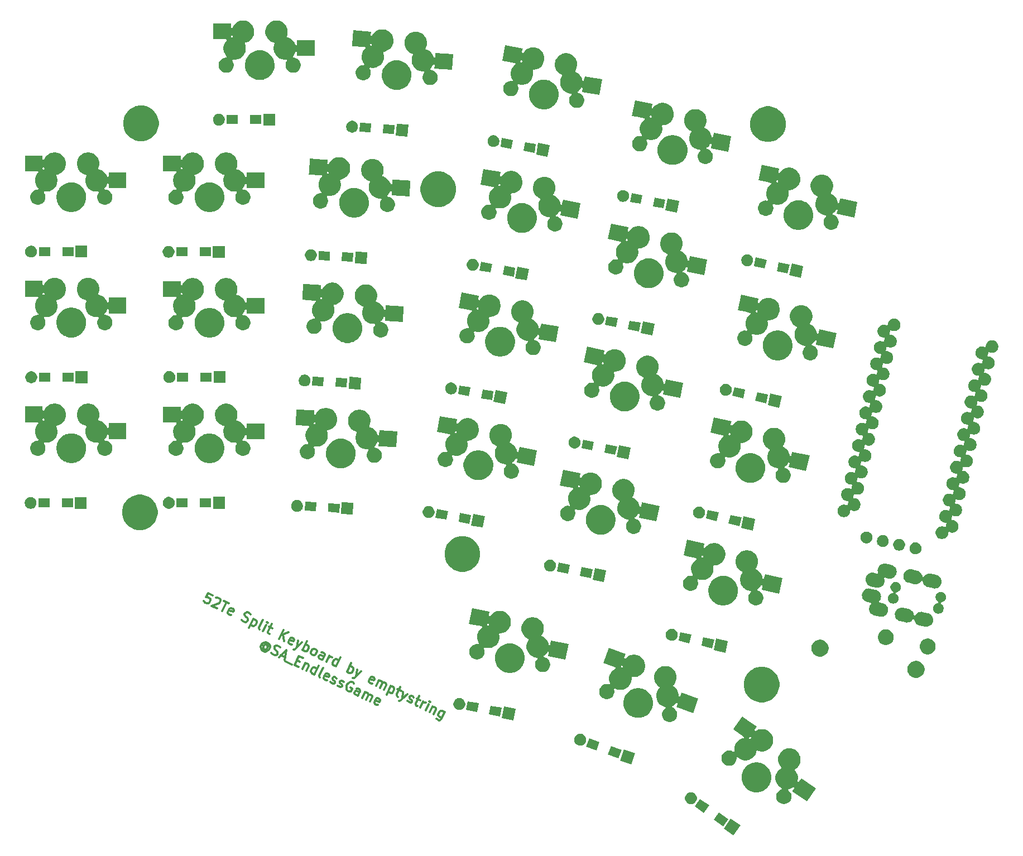
<source format=gbr>
G04 #@! TF.GenerationSoftware,KiCad,Pcbnew,(5.0.0)*
G04 #@! TF.CreationDate,2019-03-06T00:44:28+08:00*
G04 #@! TF.ProjectId,52Te_Rev,353254655F5265762E6B696361645F70,rev?*
G04 #@! TF.SameCoordinates,Original*
G04 #@! TF.FileFunction,Soldermask,Top*
G04 #@! TF.FilePolarity,Negative*
%FSLAX46Y46*%
G04 Gerber Fmt 4.6, Leading zero omitted, Abs format (unit mm)*
G04 Created by KiCad (PCBNEW (5.0.0)) date 03/06/19 00:44:28*
%MOMM*%
%LPD*%
G01*
G04 APERTURE LIST*
%ADD10C,0.300000*%
%ADD11C,0.100000*%
G04 APERTURE END LIST*
D10*
X160437332Y-169709632D02*
X159795336Y-169396509D01*
X159418014Y-170007193D01*
X159513526Y-169974306D01*
X159673237Y-169972730D01*
X159994235Y-170129292D01*
X160091322Y-170256116D01*
X160124209Y-170351627D01*
X160125785Y-170511339D01*
X159969223Y-170832337D01*
X159842399Y-170929424D01*
X159746888Y-170962311D01*
X159587176Y-170963886D01*
X159266178Y-170807325D01*
X159169091Y-170680501D01*
X159136204Y-170584989D01*
X160952503Y-170119841D02*
X161048015Y-170086954D01*
X161207727Y-170085378D01*
X161528725Y-170241940D01*
X161625811Y-170368764D01*
X161658699Y-170464275D01*
X161660274Y-170623987D01*
X161597649Y-170752386D01*
X161439513Y-170913672D01*
X160293372Y-171308321D01*
X161127966Y-171715379D01*
X162170720Y-170555062D02*
X162941115Y-170930808D01*
X161898361Y-172091126D02*
X162555918Y-170742935D01*
X163277864Y-172684483D02*
X163118153Y-172686058D01*
X162861355Y-172560810D01*
X162764268Y-172433986D01*
X162762693Y-172274274D01*
X163013190Y-171760678D01*
X163140014Y-171663591D01*
X163299726Y-171662015D01*
X163556524Y-171787264D01*
X163653611Y-171914088D01*
X163655186Y-172073800D01*
X163592562Y-172202199D01*
X162887941Y-172017476D01*
X164882854Y-173467289D02*
X165044140Y-173625425D01*
X165365138Y-173781986D01*
X165524849Y-173780411D01*
X165620361Y-173747524D01*
X165747185Y-173650437D01*
X165809810Y-173522038D01*
X165808235Y-173362326D01*
X165775347Y-173266815D01*
X165678260Y-173139991D01*
X165452774Y-172950542D01*
X165355687Y-172823718D01*
X165322800Y-172728206D01*
X165321225Y-172568495D01*
X165383849Y-172440096D01*
X165510673Y-172343009D01*
X165606185Y-172310121D01*
X165765896Y-172308546D01*
X166086894Y-172465107D01*
X166248181Y-172623244D01*
X166638104Y-173290251D02*
X165980547Y-174638442D01*
X166606791Y-173354451D02*
X166766503Y-173352876D01*
X167023301Y-173478125D01*
X167120388Y-173604949D01*
X167153275Y-173700460D01*
X167154850Y-173860172D01*
X166966977Y-174245369D01*
X166840153Y-174342456D01*
X166744641Y-174375343D01*
X166584930Y-174376919D01*
X166328132Y-174251670D01*
X166231045Y-174124846D01*
X167612123Y-174877914D02*
X167515036Y-174751090D01*
X167513461Y-174591379D01*
X168077081Y-173435786D01*
X168125720Y-175128412D02*
X168564091Y-174229618D01*
X168783276Y-173780221D02*
X168687765Y-173813108D01*
X168720652Y-173908620D01*
X168816164Y-173875733D01*
X168783276Y-173780221D01*
X168720652Y-173908620D01*
X169013488Y-174448803D02*
X169527084Y-174699301D01*
X169425272Y-174093343D02*
X168861652Y-175248935D01*
X168863227Y-175408647D01*
X168960314Y-175535471D01*
X169088713Y-175598095D01*
X170565304Y-176318277D02*
X171222860Y-174970085D01*
X171335698Y-176694023D02*
X171133649Y-175641818D01*
X171993255Y-175345832D02*
X170847114Y-175740480D01*
X172458403Y-177162131D02*
X172298692Y-177163707D01*
X172041894Y-177038458D01*
X171944807Y-176911634D01*
X171943232Y-176751922D01*
X172193730Y-176238326D01*
X172320554Y-176141239D01*
X172480265Y-176139664D01*
X172737063Y-176264913D01*
X172834150Y-176391737D01*
X172835725Y-176551448D01*
X172773101Y-176679847D01*
X172068481Y-176495124D01*
X173379059Y-176578035D02*
X173261686Y-177633390D01*
X174021055Y-176891157D02*
X173261686Y-177633390D01*
X172976725Y-177891763D01*
X172881214Y-177924651D01*
X172721502Y-177926226D01*
X174096280Y-178040449D02*
X174753837Y-176692258D01*
X174503339Y-177205854D02*
X174663050Y-177204279D01*
X174919849Y-177329528D01*
X175016936Y-177456352D01*
X175049823Y-177551864D01*
X175051398Y-177711575D01*
X174863525Y-178096773D01*
X174736701Y-178193860D01*
X174641189Y-178226747D01*
X174481478Y-178228322D01*
X174224679Y-178103073D01*
X174127592Y-177976249D01*
X175508671Y-178729318D02*
X175411584Y-178602494D01*
X175378697Y-178506982D01*
X175377121Y-178347271D01*
X175564995Y-177962073D01*
X175691819Y-177864986D01*
X175787331Y-177832099D01*
X175947042Y-177830524D01*
X176139641Y-177924460D01*
X176236728Y-178051284D01*
X176269615Y-178146796D01*
X176271190Y-178306508D01*
X176083317Y-178691705D01*
X175956493Y-178788792D01*
X175860981Y-178821679D01*
X175701270Y-178823254D01*
X175508671Y-178729318D01*
X177113660Y-179512123D02*
X177458095Y-178805928D01*
X177456520Y-178646217D01*
X177359433Y-178519393D01*
X177102634Y-178394144D01*
X176942923Y-178395719D01*
X177144972Y-179447924D02*
X176985261Y-179449499D01*
X176664263Y-179292938D01*
X176567176Y-179166114D01*
X176565601Y-179006402D01*
X176628226Y-178878003D01*
X176755050Y-178780916D01*
X176914761Y-178779341D01*
X177235759Y-178935902D01*
X177395470Y-178934327D01*
X177755656Y-179825246D02*
X178194027Y-178926452D01*
X178068778Y-179183250D02*
X178195602Y-179086163D01*
X178291114Y-179053276D01*
X178450825Y-179051701D01*
X178579225Y-179114325D01*
X179168047Y-180514115D02*
X179825603Y-179165924D01*
X179199359Y-180449915D02*
X179039647Y-180451490D01*
X178782849Y-180326241D01*
X178685762Y-180199417D01*
X178652875Y-180103905D01*
X178651300Y-179944194D01*
X178839173Y-179558997D01*
X178965997Y-179461910D01*
X179061509Y-179429022D01*
X179221220Y-179427447D01*
X179478019Y-179552696D01*
X179575106Y-179679520D01*
X180837236Y-181328232D02*
X181494792Y-179980041D01*
X181244294Y-180493638D02*
X181404006Y-180492063D01*
X181660804Y-180617312D01*
X181757891Y-180744136D01*
X181790778Y-180839648D01*
X181792354Y-180999359D01*
X181604480Y-181384556D01*
X181477656Y-181481643D01*
X181382144Y-181514531D01*
X181222433Y-181516106D01*
X180965635Y-181390857D01*
X180868548Y-181264033D01*
X182366999Y-180961746D02*
X182249626Y-182017101D01*
X183008995Y-181274868D02*
X182249626Y-182017101D01*
X181964666Y-182275475D01*
X181869154Y-182308362D01*
X181709443Y-182309937D01*
X184656323Y-183111454D02*
X184496611Y-183113029D01*
X184239813Y-182987780D01*
X184142726Y-182860956D01*
X184141151Y-182701245D01*
X184391649Y-182187648D01*
X184518473Y-182090561D01*
X184678184Y-182088986D01*
X184934982Y-182214235D01*
X185032069Y-182341059D01*
X185033644Y-182500771D01*
X184971020Y-182629170D01*
X184266400Y-182444447D01*
X185267006Y-183488776D02*
X185705377Y-182589982D01*
X185642753Y-182718381D02*
X185738265Y-182685494D01*
X185897976Y-182683919D01*
X186090575Y-182777855D01*
X186187662Y-182904679D01*
X186189237Y-183064391D01*
X185844802Y-183770586D01*
X186189237Y-183064391D02*
X186316061Y-182967304D01*
X186475772Y-182965729D01*
X186668371Y-183059665D01*
X186765458Y-183186489D01*
X186767033Y-183346201D01*
X186422599Y-184052396D01*
X187502965Y-183466724D02*
X186845409Y-184814915D01*
X187471653Y-183530924D02*
X187631365Y-183529349D01*
X187888163Y-183654598D01*
X187985250Y-183781422D01*
X188018137Y-183876933D01*
X188019712Y-184036645D01*
X187831839Y-184421842D01*
X187705015Y-184518929D01*
X187609503Y-184551816D01*
X187449792Y-184553392D01*
X187192993Y-184428143D01*
X187095907Y-184301319D01*
X188530159Y-183967720D02*
X189043755Y-184218218D01*
X188941943Y-183612259D02*
X188378323Y-184767852D01*
X188379898Y-184927563D01*
X188476985Y-185054387D01*
X188605384Y-185117012D01*
X189364753Y-184374779D02*
X189247380Y-185430134D01*
X190006749Y-184687901D02*
X189247380Y-185430134D01*
X188962420Y-185688507D01*
X188866908Y-185721395D01*
X188707196Y-185722970D01*
X190049087Y-185741681D02*
X190146174Y-185868505D01*
X190402972Y-185993754D01*
X190562684Y-185992179D01*
X190689508Y-185895092D01*
X190720820Y-185830892D01*
X190719245Y-185671181D01*
X190622158Y-185544357D01*
X190429559Y-185450420D01*
X190332472Y-185323596D01*
X190330897Y-185163885D01*
X190362209Y-185099685D01*
X190489033Y-185002598D01*
X190648745Y-185001023D01*
X190841343Y-185094960D01*
X190938430Y-185221784D01*
X191419139Y-185376770D02*
X191932736Y-185627268D01*
X191830924Y-185021310D02*
X191267304Y-186176902D01*
X191268879Y-186336613D01*
X191365966Y-186463437D01*
X191494365Y-186526062D01*
X191943762Y-186745247D02*
X192382133Y-185846453D01*
X192256884Y-186103252D02*
X192383708Y-186006165D01*
X192479220Y-185973277D01*
X192638931Y-185971702D01*
X192767331Y-186034327D01*
X192778356Y-187152306D02*
X193216728Y-186253512D01*
X193435913Y-185804115D02*
X193340401Y-185837003D01*
X193373289Y-185932514D01*
X193468800Y-185899627D01*
X193435913Y-185804115D01*
X193373289Y-185932514D01*
X193858723Y-186566634D02*
X193420352Y-187465429D01*
X193796099Y-186695034D02*
X193891611Y-186662146D01*
X194051322Y-186660571D01*
X194243921Y-186754508D01*
X194341008Y-186881332D01*
X194342583Y-187041043D01*
X193998148Y-187747239D01*
X195656311Y-187443377D02*
X195124004Y-188534770D01*
X194997180Y-188631856D01*
X194901668Y-188664744D01*
X194741956Y-188666319D01*
X194549358Y-188572382D01*
X194452271Y-188445558D01*
X195249252Y-188277971D02*
X195089541Y-188279546D01*
X194832743Y-188154297D01*
X194735656Y-188027473D01*
X194702769Y-187931962D01*
X194701193Y-187772250D01*
X194889067Y-187387053D01*
X195015891Y-187289966D01*
X195111403Y-187257079D01*
X195271114Y-187255503D01*
X195527912Y-187380752D01*
X195624999Y-187507576D01*
X168829686Y-177514179D02*
X168796799Y-177418667D01*
X168699712Y-177291843D01*
X168571313Y-177229218D01*
X168411601Y-177230793D01*
X168316089Y-177263681D01*
X168189265Y-177360768D01*
X168126641Y-177489167D01*
X168128216Y-177648878D01*
X168161103Y-177744390D01*
X168258190Y-177871214D01*
X168386589Y-177933838D01*
X168546301Y-177932263D01*
X168641813Y-177899376D01*
X168892310Y-177385779D02*
X168641813Y-177899376D01*
X168674700Y-177994888D01*
X168738900Y-178026200D01*
X168898611Y-178024625D01*
X169025435Y-177927538D01*
X169181996Y-177606540D01*
X169147534Y-177351317D01*
X169017559Y-177128981D01*
X168792073Y-176939533D01*
X168503963Y-176878483D01*
X168248740Y-176912946D01*
X168026404Y-177042920D01*
X167836955Y-177268406D01*
X167775906Y-177556517D01*
X167810368Y-177811740D01*
X167940343Y-178034076D01*
X168165829Y-178223524D01*
X168453939Y-178284573D01*
X168709162Y-178250111D01*
X169382470Y-178499034D02*
X169543757Y-178657170D01*
X169864755Y-178813731D01*
X170024466Y-178812156D01*
X170119978Y-178779268D01*
X170246802Y-178682182D01*
X170309426Y-178553782D01*
X170307851Y-178394071D01*
X170274964Y-178298559D01*
X170177877Y-178171735D01*
X169952391Y-177982287D01*
X169855304Y-177855463D01*
X169822417Y-177759951D01*
X169820842Y-177600240D01*
X169883466Y-177471840D01*
X170010290Y-177374753D01*
X170105802Y-177341866D01*
X170265513Y-177340291D01*
X170586511Y-177496852D01*
X170747798Y-177654988D01*
X170823023Y-178804280D02*
X171465019Y-179117402D01*
X170506751Y-179126853D02*
X171613704Y-177997848D01*
X171405545Y-179565224D01*
X171471319Y-179756248D02*
X172498512Y-180257244D01*
X173226569Y-179579210D02*
X173675966Y-179798396D01*
X173524131Y-180598528D02*
X172882135Y-180285406D01*
X173539692Y-178937214D01*
X174181687Y-179250337D01*
X174540298Y-179981544D02*
X174101927Y-180880338D01*
X174477673Y-180109943D02*
X174573185Y-180077056D01*
X174732897Y-180075480D01*
X174925495Y-180169417D01*
X175022582Y-180296241D01*
X175024157Y-180455953D01*
X174679723Y-181162148D01*
X175899515Y-181757080D02*
X176557072Y-180408889D01*
X175930827Y-181692881D02*
X175771116Y-181694456D01*
X175514317Y-181569207D01*
X175417230Y-181442383D01*
X175384343Y-181346871D01*
X175382768Y-181187160D01*
X175570641Y-180801962D01*
X175697465Y-180704875D01*
X175792977Y-180671988D01*
X175952689Y-180670413D01*
X176209487Y-180795662D01*
X176306574Y-180922486D01*
X176734109Y-182164139D02*
X176637022Y-182037315D01*
X176635447Y-181877604D01*
X177199067Y-180722011D01*
X177792615Y-182600935D02*
X177632903Y-182602510D01*
X177376105Y-182477261D01*
X177279018Y-182350437D01*
X177277443Y-182190726D01*
X177527941Y-181677129D01*
X177654765Y-181580042D01*
X177814476Y-181578467D01*
X178071274Y-181703716D01*
X178168361Y-181830540D01*
X178169937Y-181990252D01*
X178107312Y-182118651D01*
X177402692Y-181933928D01*
X178370411Y-182882745D02*
X178467498Y-183009569D01*
X178724296Y-183134818D01*
X178884007Y-183133243D01*
X179010832Y-183036156D01*
X179042144Y-182971956D01*
X179040569Y-182812245D01*
X178943482Y-182685421D01*
X178750883Y-182591484D01*
X178653796Y-182464660D01*
X178652221Y-182304949D01*
X178683533Y-182240749D01*
X178810357Y-182143662D01*
X178970069Y-182142087D01*
X179162667Y-182236024D01*
X179259754Y-182362848D01*
X179461804Y-183415053D02*
X179558891Y-183541877D01*
X179815689Y-183667126D01*
X179975400Y-183665551D01*
X180102224Y-183568464D01*
X180133537Y-183504264D01*
X180131961Y-183344553D01*
X180034874Y-183217729D01*
X179842276Y-183123792D01*
X179745189Y-182996968D01*
X179743614Y-182837257D01*
X179774926Y-182773057D01*
X179901750Y-182675970D01*
X180061461Y-182674395D01*
X180254060Y-182768332D01*
X180351147Y-182895156D01*
X181918524Y-183103315D02*
X181821437Y-182976491D01*
X181628838Y-182882555D01*
X181404927Y-182852818D01*
X181213903Y-182918592D01*
X181087079Y-183015679D01*
X180897631Y-183241165D01*
X180803694Y-183433764D01*
X180742645Y-183721875D01*
X180744220Y-183881586D01*
X180809995Y-184072610D01*
X180971281Y-184230746D01*
X181099680Y-184293370D01*
X181323591Y-184323107D01*
X181419103Y-184290220D01*
X181638289Y-183840823D01*
X181381490Y-183715574D01*
X182512071Y-184982239D02*
X182856506Y-184276044D01*
X182854930Y-184116333D01*
X182757843Y-183989509D01*
X182501045Y-183864260D01*
X182341334Y-183865835D01*
X182543383Y-184918040D02*
X182383672Y-184919615D01*
X182062674Y-184763054D01*
X181965587Y-184636230D01*
X181964012Y-184476518D01*
X182026636Y-184348119D01*
X182153460Y-184251032D01*
X182313172Y-184249457D01*
X182634170Y-184406018D01*
X182793881Y-184404443D01*
X183154067Y-185295361D02*
X183592438Y-184396567D01*
X183529813Y-184524967D02*
X183625325Y-184492079D01*
X183785037Y-184490504D01*
X183977635Y-184584441D01*
X184074722Y-184711265D01*
X184076297Y-184870976D01*
X183731863Y-185577172D01*
X184076297Y-184870976D02*
X184203121Y-184773889D01*
X184362833Y-184772314D01*
X184555432Y-184866251D01*
X184652518Y-184993075D01*
X184654094Y-185152786D01*
X184309659Y-185858982D01*
X185496564Y-186358402D02*
X185336852Y-186359977D01*
X185080054Y-186234728D01*
X184982967Y-186107904D01*
X184981392Y-185948193D01*
X185231890Y-185434596D01*
X185358714Y-185337509D01*
X185518425Y-185335934D01*
X185775223Y-185461183D01*
X185872310Y-185588007D01*
X185873886Y-185747718D01*
X185811261Y-185876118D01*
X185106641Y-185691395D01*
D11*
G36*
X240522336Y-204664676D02*
X239491619Y-206136693D01*
X238019602Y-205105976D01*
X239050319Y-203633959D01*
X240522336Y-204664676D01*
X240522336Y-204664676D01*
G37*
G36*
X238687438Y-203652710D02*
X237913110Y-204758566D01*
X236520552Y-203783486D01*
X237294880Y-202677630D01*
X238687438Y-203652710D01*
X238687438Y-203652710D01*
G37*
G36*
X235779448Y-201616514D02*
X235005120Y-202722370D01*
X233612562Y-201747290D01*
X234386890Y-200641434D01*
X235779448Y-201616514D01*
X235779448Y-201616514D01*
G37*
G36*
X233291114Y-199650703D02*
X233454627Y-199718432D01*
X233601795Y-199816767D01*
X233726938Y-199941910D01*
X233825273Y-200089078D01*
X233893002Y-200252591D01*
X233927531Y-200426179D01*
X233927531Y-200603169D01*
X233893002Y-200776757D01*
X233825273Y-200940270D01*
X233726938Y-201087438D01*
X233601795Y-201212581D01*
X233454627Y-201310916D01*
X233291114Y-201378645D01*
X233117526Y-201413174D01*
X232940536Y-201413174D01*
X232766948Y-201378645D01*
X232603435Y-201310916D01*
X232456267Y-201212581D01*
X232331124Y-201087438D01*
X232232789Y-200940270D01*
X232165060Y-200776757D01*
X232130531Y-200603169D01*
X232130531Y-200426179D01*
X232165060Y-200252591D01*
X232232789Y-200089078D01*
X232331124Y-199941910D01*
X232456267Y-199816767D01*
X232603435Y-199718432D01*
X232766948Y-199650703D01*
X232940536Y-199616174D01*
X233117526Y-199616174D01*
X233291114Y-199650703D01*
X233291114Y-199650703D01*
G37*
G36*
X248340807Y-192979145D02*
X248450286Y-193000922D01*
X248759666Y-193129071D01*
X249038101Y-193315115D01*
X249274891Y-193551905D01*
X249460935Y-193830340D01*
X249568816Y-194090789D01*
X249589084Y-194139721D01*
X249642523Y-194408374D01*
X249654414Y-194468157D01*
X249654414Y-194803027D01*
X249589084Y-195131464D01*
X249460935Y-195440844D01*
X249274891Y-195719279D01*
X249038101Y-195956069D01*
X248814235Y-196105651D01*
X248795303Y-196121189D01*
X248779757Y-196140131D01*
X248768206Y-196161741D01*
X248761093Y-196185191D01*
X248758691Y-196209577D01*
X248761093Y-196233963D01*
X248768206Y-196257412D01*
X248779757Y-196279023D01*
X248795298Y-196297959D01*
X248858331Y-196360992D01*
X249044375Y-196639427D01*
X249172524Y-196948807D01*
X249237854Y-197277244D01*
X249237854Y-197612114D01*
X249183604Y-197884846D01*
X249181203Y-197909227D01*
X249183605Y-197933613D01*
X249190718Y-197957062D01*
X249202269Y-197978673D01*
X249217814Y-197997615D01*
X249236757Y-198013161D01*
X249258367Y-198024712D01*
X249281816Y-198031825D01*
X249306203Y-198034227D01*
X249330589Y-198031825D01*
X249354038Y-198024712D01*
X249375649Y-198013161D01*
X249394591Y-197997616D01*
X249408597Y-197980924D01*
X249425305Y-197957062D01*
X249756328Y-197484312D01*
X249756329Y-197484312D01*
X251874644Y-198967573D01*
X251968039Y-199032969D01*
X250591456Y-200998934D01*
X250591455Y-200998934D01*
X248379745Y-199450277D01*
X248442604Y-199360505D01*
X248686483Y-199012209D01*
X248698500Y-198990861D01*
X248706123Y-198967573D01*
X248709056Y-198943245D01*
X248707187Y-198918812D01*
X248700587Y-198895213D01*
X248689510Y-198873356D01*
X248674382Y-198854079D01*
X248655783Y-198838124D01*
X248634429Y-198826104D01*
X248611141Y-198818481D01*
X248586813Y-198815548D01*
X248562380Y-198817417D01*
X248538781Y-198824017D01*
X248514646Y-198836581D01*
X248343106Y-198951200D01*
X248033726Y-199079349D01*
X247867242Y-199112465D01*
X247843795Y-199119577D01*
X247822184Y-199131128D01*
X247803242Y-199146674D01*
X247787696Y-199165616D01*
X247776145Y-199187226D01*
X247769032Y-199210676D01*
X247766630Y-199235062D01*
X247769032Y-199259448D01*
X247776145Y-199282897D01*
X247787696Y-199304508D01*
X247803242Y-199323450D01*
X247822183Y-199338995D01*
X247854375Y-199360505D01*
X248014553Y-199520683D01*
X248140409Y-199709040D01*
X248227098Y-199918325D01*
X248271292Y-200140502D01*
X248271292Y-200367034D01*
X248227098Y-200589211D01*
X248140409Y-200798496D01*
X248014553Y-200986853D01*
X247854377Y-201147029D01*
X247666020Y-201272885D01*
X247456735Y-201359574D01*
X247234558Y-201403768D01*
X247008026Y-201403768D01*
X246785849Y-201359574D01*
X246576564Y-201272885D01*
X246388207Y-201147029D01*
X246228031Y-200986853D01*
X246102175Y-200798496D01*
X246015486Y-200589211D01*
X245971292Y-200367034D01*
X245971292Y-200140502D01*
X246015486Y-199918325D01*
X246102175Y-199709040D01*
X246228031Y-199520683D01*
X246388207Y-199360507D01*
X246576562Y-199234652D01*
X246718708Y-199175773D01*
X246740318Y-199164222D01*
X246759261Y-199148676D01*
X246774806Y-199129734D01*
X246786357Y-199108123D01*
X246793470Y-199084674D01*
X246795872Y-199060288D01*
X246793470Y-199035901D01*
X246786357Y-199012452D01*
X246774806Y-198990842D01*
X246759260Y-198971899D01*
X246740318Y-198956354D01*
X246732609Y-198951203D01*
X246732602Y-198951200D01*
X246454167Y-198765156D01*
X246217377Y-198528366D01*
X246031333Y-198249931D01*
X245903184Y-197940551D01*
X245837854Y-197612114D01*
X245837854Y-197277244D01*
X245903184Y-196948807D01*
X246031333Y-196639427D01*
X246217377Y-196360992D01*
X246454167Y-196124202D01*
X246678033Y-195974620D01*
X246696965Y-195959082D01*
X246712511Y-195940140D01*
X246724062Y-195918530D01*
X246731175Y-195895080D01*
X246733577Y-195870694D01*
X246731175Y-195846308D01*
X246724062Y-195822859D01*
X246712511Y-195801248D01*
X246696970Y-195782312D01*
X246633937Y-195719279D01*
X246447893Y-195440844D01*
X246319744Y-195131464D01*
X246254414Y-194803027D01*
X246254414Y-194468157D01*
X246266306Y-194408374D01*
X246319744Y-194139721D01*
X246340012Y-194090789D01*
X246447893Y-193830340D01*
X246633937Y-193551905D01*
X246870727Y-193315115D01*
X247149162Y-193129071D01*
X247458542Y-193000922D01*
X247568021Y-192979145D01*
X247786977Y-192935592D01*
X248121851Y-192935592D01*
X248340807Y-192979145D01*
X248340807Y-192979145D01*
G37*
G36*
X243390055Y-195131463D02*
X243616301Y-195176466D01*
X243785910Y-195246720D01*
X244025774Y-195346075D01*
X244098570Y-195394716D01*
X244394292Y-195592311D01*
X244707689Y-195905708D01*
X244841281Y-196105643D01*
X244953925Y-196274226D01*
X245053280Y-196514090D01*
X245105197Y-196639429D01*
X245123534Y-196683700D01*
X245210000Y-197118393D01*
X245210000Y-197561607D01*
X245199953Y-197612115D01*
X245123534Y-197996301D01*
X245053280Y-198165910D01*
X244953925Y-198405774D01*
X244953924Y-198405775D01*
X244707689Y-198774292D01*
X244394292Y-199087689D01*
X244148614Y-199251846D01*
X244025774Y-199333925D01*
X243785910Y-199433280D01*
X243616301Y-199503534D01*
X243398953Y-199546767D01*
X243181607Y-199590000D01*
X242738393Y-199590000D01*
X242303699Y-199503534D01*
X242134090Y-199433280D01*
X241894226Y-199333925D01*
X241771386Y-199251846D01*
X241525708Y-199087689D01*
X241212311Y-198774292D01*
X240966076Y-198405775D01*
X240966075Y-198405774D01*
X240866720Y-198165910D01*
X240796466Y-197996301D01*
X240720047Y-197612115D01*
X240710000Y-197561607D01*
X240710000Y-197118393D01*
X240796466Y-196683700D01*
X240814804Y-196639429D01*
X240866720Y-196514090D01*
X240966075Y-196274226D01*
X241078719Y-196105643D01*
X241212311Y-195905708D01*
X241525708Y-195592311D01*
X241821430Y-195394716D01*
X241894226Y-195346075D01*
X242134090Y-195246720D01*
X242303699Y-195176466D01*
X242529945Y-195131463D01*
X242738393Y-195090000D01*
X243181607Y-195090000D01*
X243390055Y-195131463D01*
X243390055Y-195131463D01*
G37*
G36*
X242007079Y-188957462D02*
X243021692Y-189667902D01*
X242713319Y-190108305D01*
X242701302Y-190129653D01*
X242693679Y-190152941D01*
X242690746Y-190177269D01*
X242692615Y-190201702D01*
X242699215Y-190225301D01*
X242710292Y-190247158D01*
X242725420Y-190266435D01*
X242744019Y-190282390D01*
X242765373Y-190294410D01*
X242788661Y-190302033D01*
X242812989Y-190304966D01*
X242837422Y-190303097D01*
X242861021Y-190296497D01*
X242885156Y-190283933D01*
X242987870Y-190215302D01*
X243297250Y-190087153D01*
X243406729Y-190065376D01*
X243625685Y-190021823D01*
X243960559Y-190021823D01*
X244179515Y-190065376D01*
X244288994Y-190087153D01*
X244598374Y-190215302D01*
X244876809Y-190401346D01*
X245113599Y-190638136D01*
X245299643Y-190916571D01*
X245427792Y-191225951D01*
X245444194Y-191308412D01*
X245493122Y-191554386D01*
X245493122Y-191889260D01*
X245458662Y-192062499D01*
X245427792Y-192217695D01*
X245299643Y-192527075D01*
X245113599Y-192805510D01*
X244876809Y-193042300D01*
X244598374Y-193228344D01*
X244288994Y-193356493D01*
X244179515Y-193378270D01*
X243960559Y-193421823D01*
X243625685Y-193421823D01*
X243494312Y-193395691D01*
X243297250Y-193356493D01*
X243138424Y-193290705D01*
X243114983Y-193283595D01*
X243090597Y-193281193D01*
X243066211Y-193283595D01*
X243042762Y-193290708D01*
X243021151Y-193302259D01*
X243002209Y-193317805D01*
X242986663Y-193336747D01*
X242975112Y-193358357D01*
X242967999Y-193381807D01*
X242930585Y-193569900D01*
X242802436Y-193879280D01*
X242616392Y-194157715D01*
X242379602Y-194394505D01*
X242101167Y-194580549D01*
X241791787Y-194708698D01*
X241682308Y-194730475D01*
X241463352Y-194774028D01*
X241128478Y-194774028D01*
X240909522Y-194730475D01*
X240800043Y-194708698D01*
X240490663Y-194580549D01*
X240212228Y-194394505D01*
X240162090Y-194344367D01*
X240143154Y-194328826D01*
X240121543Y-194317275D01*
X240098094Y-194310162D01*
X240073708Y-194307760D01*
X240049322Y-194310162D01*
X240025873Y-194317275D01*
X240004262Y-194328826D01*
X239985320Y-194344372D01*
X239969774Y-194363314D01*
X239958223Y-194384925D01*
X239951110Y-194408374D01*
X239948708Y-194432760D01*
X239948708Y-194539498D01*
X239904514Y-194761675D01*
X239817825Y-194970960D01*
X239691969Y-195159317D01*
X239531793Y-195319493D01*
X239343436Y-195445349D01*
X239134151Y-195532038D01*
X238911974Y-195576232D01*
X238685442Y-195576232D01*
X238463265Y-195532038D01*
X238253980Y-195445349D01*
X238065623Y-195319493D01*
X237905447Y-195159317D01*
X237779591Y-194970960D01*
X237692902Y-194761675D01*
X237648708Y-194539498D01*
X237648708Y-194312966D01*
X237692902Y-194090789D01*
X237779591Y-193881504D01*
X237905447Y-193693147D01*
X238065623Y-193532971D01*
X238253980Y-193407115D01*
X238463265Y-193320426D01*
X238685442Y-193276232D01*
X238911974Y-193276232D01*
X239134151Y-193320426D01*
X239343436Y-193407115D01*
X239421698Y-193459408D01*
X239443308Y-193470959D01*
X239466758Y-193478072D01*
X239491144Y-193480474D01*
X239515530Y-193478072D01*
X239538979Y-193470959D01*
X239560590Y-193459408D01*
X239579532Y-193443862D01*
X239595078Y-193424920D01*
X239606629Y-193403310D01*
X239613742Y-193379860D01*
X239616144Y-193355474D01*
X239613742Y-193331088D01*
X239595915Y-193241465D01*
X239595915Y-192906591D01*
X239661245Y-192578157D01*
X239678954Y-192535403D01*
X239789394Y-192268776D01*
X239975438Y-191990341D01*
X240212228Y-191753551D01*
X240490663Y-191567507D01*
X240800043Y-191439358D01*
X240954746Y-191408586D01*
X240978191Y-191401474D01*
X240999802Y-191389923D01*
X241015083Y-191377382D01*
X241850418Y-191377382D01*
X241852287Y-191401815D01*
X241858887Y-191425414D01*
X241869964Y-191447272D01*
X241885093Y-191466548D01*
X241903691Y-191482503D01*
X241927548Y-191495592D01*
X241950610Y-191505144D01*
X241974051Y-191512256D01*
X241998437Y-191514658D01*
X242022824Y-191512257D01*
X242046273Y-191505144D01*
X242067884Y-191493593D01*
X242086827Y-191478048D01*
X242102372Y-191459106D01*
X242113924Y-191437496D01*
X242121038Y-191414044D01*
X242132838Y-191354721D01*
X242135240Y-191330335D01*
X242132838Y-191305949D01*
X242125725Y-191282499D01*
X242114174Y-191260889D01*
X242098628Y-191241947D01*
X242079686Y-191226401D01*
X242058075Y-191214850D01*
X242034626Y-191207737D01*
X242010240Y-191205335D01*
X241985854Y-191207737D01*
X241962404Y-191214850D01*
X241940794Y-191226401D01*
X241921852Y-191241947D01*
X241907853Y-191258630D01*
X241872990Y-191308419D01*
X241860974Y-191329766D01*
X241853351Y-191353054D01*
X241850418Y-191377382D01*
X241015083Y-191377382D01*
X241018744Y-191374378D01*
X241034290Y-191355436D01*
X241045841Y-191333825D01*
X241052954Y-191310376D01*
X241055356Y-191285989D01*
X241052954Y-191261603D01*
X241045841Y-191238154D01*
X241034290Y-191216543D01*
X241018745Y-191197601D01*
X241002053Y-191183595D01*
X239433398Y-190085210D01*
X239725600Y-189667902D01*
X240809981Y-188119245D01*
X240809982Y-188119245D01*
X242007079Y-188957462D01*
X242007079Y-188957462D01*
G37*
G36*
X224541848Y-193706088D02*
X223927238Y-195394716D01*
X222238610Y-194780106D01*
X222853220Y-193091478D01*
X224541848Y-193706088D01*
X224541848Y-193706088D01*
G37*
G36*
X222507556Y-193203511D02*
X222045829Y-194472096D01*
X220448352Y-193890661D01*
X220910079Y-192622076D01*
X222507556Y-193203511D01*
X222507556Y-193203511D01*
G37*
G36*
X219171648Y-191989339D02*
X218709921Y-193257924D01*
X217112444Y-192676489D01*
X217574171Y-191407904D01*
X219171648Y-191989339D01*
X219171648Y-191989339D01*
G37*
G36*
X216491854Y-190772932D02*
X216655367Y-190840661D01*
X216802535Y-190938996D01*
X216927678Y-191064139D01*
X217026013Y-191211307D01*
X217093742Y-191374820D01*
X217128271Y-191548408D01*
X217128271Y-191725398D01*
X217093742Y-191898986D01*
X217026013Y-192062499D01*
X216927678Y-192209667D01*
X216802535Y-192334810D01*
X216655367Y-192433145D01*
X216491854Y-192500874D01*
X216318266Y-192535403D01*
X216141276Y-192535403D01*
X215967688Y-192500874D01*
X215804175Y-192433145D01*
X215657007Y-192334810D01*
X215531864Y-192209667D01*
X215433529Y-192062499D01*
X215365800Y-191898986D01*
X215331271Y-191725398D01*
X215331271Y-191548408D01*
X215365800Y-191374820D01*
X215433529Y-191211307D01*
X215531864Y-191064139D01*
X215657007Y-190938996D01*
X215804175Y-190840661D01*
X215967688Y-190772932D01*
X216141276Y-190738403D01*
X216318266Y-190738403D01*
X216491854Y-190772932D01*
X216491854Y-190772932D01*
G37*
G36*
X229440856Y-180490780D02*
X229640155Y-180530423D01*
X229949535Y-180658572D01*
X230227970Y-180844616D01*
X230464760Y-181081406D01*
X230650804Y-181359841D01*
X230778953Y-181669221D01*
X230778953Y-181669222D01*
X230821718Y-181884213D01*
X230844283Y-181997658D01*
X230844283Y-182332528D01*
X230778953Y-182660965D01*
X230650804Y-182970345D01*
X230464760Y-183248780D01*
X230357672Y-183355868D01*
X230342131Y-183374804D01*
X230330580Y-183396415D01*
X230323467Y-183419864D01*
X230321065Y-183444250D01*
X230323467Y-183468636D01*
X230330580Y-183492085D01*
X230342131Y-183513696D01*
X230357677Y-183532638D01*
X230376606Y-183548174D01*
X230552647Y-183665800D01*
X230789437Y-183902590D01*
X230975481Y-184181025D01*
X231103630Y-184490405D01*
X231103630Y-184490406D01*
X231168960Y-184818840D01*
X231168960Y-184986455D01*
X231171362Y-185010841D01*
X231178475Y-185034290D01*
X231190026Y-185055901D01*
X231205572Y-185074843D01*
X231224514Y-185090389D01*
X231246125Y-185101940D01*
X231269574Y-185109053D01*
X231293960Y-185111455D01*
X231318346Y-185109053D01*
X231341795Y-185101940D01*
X231363406Y-185090389D01*
X231382348Y-185074843D01*
X231397894Y-185055901D01*
X231411420Y-185029212D01*
X231622099Y-184450376D01*
X234159269Y-185373830D01*
X233338421Y-187629092D01*
X230801251Y-186705638D01*
X230978938Y-186217446D01*
X230985019Y-186193717D01*
X230986355Y-186169250D01*
X230982892Y-186144991D01*
X230974762Y-186121875D01*
X230962280Y-186100788D01*
X230945923Y-186082542D01*
X230926321Y-186067838D01*
X230904227Y-186057240D01*
X230880489Y-186051157D01*
X230856022Y-186049821D01*
X230831763Y-186053284D01*
X230808647Y-186061414D01*
X230787560Y-186073896D01*
X230773093Y-186086308D01*
X230552647Y-186306754D01*
X230274212Y-186492798D01*
X230228329Y-186511803D01*
X230206726Y-186523350D01*
X230187784Y-186538895D01*
X230172239Y-186557837D01*
X230160687Y-186579448D01*
X230153574Y-186602897D01*
X230151172Y-186627283D01*
X230153574Y-186651670D01*
X230160687Y-186675119D01*
X230172238Y-186696730D01*
X230187783Y-186715672D01*
X230206725Y-186731217D01*
X230228337Y-186742769D01*
X230338367Y-186788345D01*
X230526724Y-186914201D01*
X230686900Y-187074377D01*
X230812756Y-187262734D01*
X230899445Y-187472019D01*
X230943639Y-187694196D01*
X230943639Y-187920728D01*
X230899445Y-188142905D01*
X230812756Y-188352190D01*
X230686900Y-188540547D01*
X230526724Y-188700723D01*
X230338367Y-188826579D01*
X230129082Y-188913268D01*
X229906905Y-188957462D01*
X229680373Y-188957462D01*
X229458196Y-188913268D01*
X229248911Y-188826579D01*
X229060554Y-188700723D01*
X228900378Y-188540547D01*
X228774522Y-188352190D01*
X228687833Y-188142905D01*
X228643639Y-187920728D01*
X228643639Y-187694196D01*
X228687833Y-187472019D01*
X228774522Y-187262734D01*
X228900378Y-187074377D01*
X229060555Y-186914200D01*
X229127775Y-186869285D01*
X229146718Y-186853739D01*
X229162263Y-186834797D01*
X229173814Y-186813186D01*
X229180927Y-186789737D01*
X229183329Y-186765351D01*
X229180927Y-186740964D01*
X229173814Y-186717515D01*
X229162263Y-186695905D01*
X229146717Y-186676962D01*
X229127775Y-186661417D01*
X229106164Y-186649866D01*
X229082716Y-186642753D01*
X228973088Y-186620947D01*
X228663708Y-186492798D01*
X228385273Y-186306754D01*
X228148483Y-186069964D01*
X227962439Y-185791529D01*
X227834290Y-185482149D01*
X227768960Y-185153712D01*
X227768960Y-184818842D01*
X227805388Y-184635708D01*
X227834290Y-184490406D01*
X227834290Y-184490405D01*
X227962439Y-184181025D01*
X228148483Y-183902590D01*
X228255571Y-183795502D01*
X228271112Y-183776566D01*
X228282663Y-183754955D01*
X228289776Y-183731506D01*
X228292178Y-183707120D01*
X228289776Y-183682734D01*
X228282663Y-183659285D01*
X228271112Y-183637674D01*
X228255566Y-183618732D01*
X228236637Y-183603196D01*
X228060596Y-183485570D01*
X227823806Y-183248780D01*
X227637762Y-182970345D01*
X227509613Y-182660965D01*
X227444283Y-182332528D01*
X227444283Y-181997658D01*
X227466849Y-181884213D01*
X227509613Y-181669222D01*
X227509613Y-181669221D01*
X227637762Y-181359841D01*
X227823806Y-181081406D01*
X228060596Y-180844616D01*
X228339031Y-180658572D01*
X228648411Y-180530423D01*
X228847710Y-180490780D01*
X228976846Y-180465093D01*
X229311720Y-180465093D01*
X229440856Y-180490780D01*
X229440856Y-180490780D01*
G37*
G36*
X206413434Y-186966432D02*
X206070550Y-188730416D01*
X204306566Y-188387532D01*
X204649450Y-186623548D01*
X206413434Y-186966432D01*
X206413434Y-186966432D01*
G37*
G36*
X225458953Y-183863233D02*
X225676301Y-183906466D01*
X225819128Y-183965627D01*
X226085774Y-184076075D01*
X226208614Y-184158154D01*
X226454292Y-184322311D01*
X226767689Y-184635708D01*
X226789253Y-184667981D01*
X227013925Y-185004226D01*
X227105703Y-185225799D01*
X227183534Y-185413699D01*
X227205695Y-185525111D01*
X227270000Y-185848393D01*
X227270000Y-186291607D01*
X227266040Y-186311513D01*
X227183534Y-186726301D01*
X227154754Y-186795782D01*
X227013925Y-187135774D01*
X227013924Y-187135775D01*
X226767689Y-187504292D01*
X226454292Y-187817689D01*
X226300083Y-187920728D01*
X226085774Y-188063925D01*
X225845910Y-188163280D01*
X225676301Y-188233534D01*
X225458953Y-188276767D01*
X225241607Y-188320000D01*
X224798393Y-188320000D01*
X224581047Y-188276767D01*
X224363699Y-188233534D01*
X224194090Y-188163280D01*
X223954226Y-188063925D01*
X223739917Y-187920728D01*
X223585708Y-187817689D01*
X223272311Y-187504292D01*
X223026076Y-187135775D01*
X223026075Y-187135774D01*
X222885246Y-186795782D01*
X222856466Y-186726301D01*
X222773960Y-186311513D01*
X222770000Y-186291607D01*
X222770000Y-185848393D01*
X222834305Y-185525111D01*
X222856466Y-185413699D01*
X222934297Y-185225799D01*
X223026075Y-185004226D01*
X223250747Y-184667981D01*
X223272311Y-184635708D01*
X223585708Y-184322311D01*
X223831386Y-184158154D01*
X223954226Y-184076075D01*
X224220872Y-183965627D01*
X224363699Y-183906466D01*
X224581047Y-183863233D01*
X224798393Y-183820000D01*
X225241607Y-183820000D01*
X225458953Y-183863233D01*
X225458953Y-183863233D01*
G37*
G36*
X204325568Y-186788275D02*
X204067975Y-188113473D01*
X202399208Y-187789097D01*
X202656801Y-186463899D01*
X204325568Y-186788275D01*
X204325568Y-186788275D01*
G37*
G36*
X200840792Y-186110903D02*
X200583199Y-187436101D01*
X198914432Y-187111725D01*
X199172025Y-185786527D01*
X200840792Y-186110903D01*
X200840792Y-186110903D01*
G37*
G36*
X198142083Y-185359047D02*
X198305596Y-185426776D01*
X198305599Y-185426778D01*
X198389050Y-185482538D01*
X198452764Y-185525111D01*
X198577907Y-185650254D01*
X198577909Y-185650257D01*
X198577910Y-185650258D01*
X198586230Y-185662710D01*
X198676242Y-185797422D01*
X198743971Y-185960935D01*
X198778500Y-186134523D01*
X198778500Y-186311513D01*
X198743971Y-186485101D01*
X198676242Y-186648614D01*
X198676240Y-186648617D01*
X198582877Y-186788345D01*
X198577907Y-186795782D01*
X198452764Y-186920925D01*
X198452761Y-186920927D01*
X198452760Y-186920928D01*
X198305599Y-187019258D01*
X198305596Y-187019260D01*
X198142083Y-187086989D01*
X197968495Y-187121518D01*
X197791505Y-187121518D01*
X197617917Y-187086989D01*
X197454404Y-187019260D01*
X197454401Y-187019258D01*
X197307240Y-186920928D01*
X197307239Y-186920927D01*
X197307236Y-186920925D01*
X197182093Y-186795782D01*
X197177124Y-186788345D01*
X197083760Y-186648617D01*
X197083758Y-186648614D01*
X197016029Y-186485101D01*
X196981500Y-186311513D01*
X196981500Y-186134523D01*
X197016029Y-185960935D01*
X197083758Y-185797422D01*
X197173770Y-185662710D01*
X197182090Y-185650258D01*
X197182091Y-185650257D01*
X197182093Y-185650254D01*
X197307236Y-185525111D01*
X197370951Y-185482538D01*
X197454401Y-185426778D01*
X197454404Y-185426776D01*
X197617917Y-185359047D01*
X197791505Y-185324518D01*
X197968495Y-185324518D01*
X198142083Y-185359047D01*
X198142083Y-185359047D01*
G37*
G36*
X244537560Y-180673759D02*
X245019930Y-180873563D01*
X245028930Y-180877291D01*
X245344338Y-181088040D01*
X245471153Y-181172775D01*
X245847225Y-181548847D01*
X245847227Y-181548850D01*
X246128481Y-181969776D01*
X246142710Y-181991072D01*
X246346241Y-182482440D01*
X246450000Y-183004072D01*
X246450000Y-183535928D01*
X246346241Y-184057560D01*
X246142710Y-184548928D01*
X246142709Y-184548930D01*
X245923322Y-184877266D01*
X245847225Y-184991153D01*
X245471153Y-185367225D01*
X245471150Y-185367227D01*
X245028930Y-185662709D01*
X245028929Y-185662710D01*
X245028928Y-185662710D01*
X244537560Y-185866241D01*
X244015928Y-185970000D01*
X243484072Y-185970000D01*
X242962440Y-185866241D01*
X242471072Y-185662710D01*
X242471071Y-185662710D01*
X242471070Y-185662709D01*
X242028850Y-185367227D01*
X242028847Y-185367225D01*
X241652775Y-184991153D01*
X241576678Y-184877266D01*
X241357291Y-184548930D01*
X241357290Y-184548928D01*
X241153759Y-184057560D01*
X241050000Y-183535928D01*
X241050000Y-183004072D01*
X241153759Y-182482440D01*
X241357290Y-181991072D01*
X241371520Y-181969776D01*
X241652773Y-181548850D01*
X241652775Y-181548847D01*
X242028847Y-181172775D01*
X242155662Y-181088040D01*
X242471070Y-180877291D01*
X242480070Y-180873563D01*
X242962440Y-180673759D01*
X243484072Y-180570000D01*
X244015928Y-180570000D01*
X244537560Y-180673759D01*
X244537560Y-180673759D01*
G37*
G36*
X223093904Y-178643355D02*
X222910860Y-179146263D01*
X222904779Y-179169995D01*
X222903443Y-179194462D01*
X222906906Y-179218721D01*
X222915036Y-179241837D01*
X222927518Y-179262924D01*
X222943875Y-179281170D01*
X222963477Y-179295874D01*
X222985571Y-179306472D01*
X223009309Y-179312555D01*
X223033776Y-179313891D01*
X223058035Y-179310428D01*
X223081151Y-179302298D01*
X223102238Y-179289816D01*
X223116705Y-179277404D01*
X223286956Y-179107153D01*
X223565391Y-178921109D01*
X223874771Y-178792960D01*
X223984250Y-178771183D01*
X224203206Y-178727630D01*
X224538080Y-178727630D01*
X224757036Y-178771183D01*
X224866515Y-178792960D01*
X225175895Y-178921109D01*
X225454330Y-179107153D01*
X225691120Y-179343943D01*
X225877164Y-179622378D01*
X226005313Y-179931758D01*
X226013947Y-179975163D01*
X226070643Y-180260193D01*
X226070643Y-180595067D01*
X226064127Y-180627823D01*
X226005313Y-180923502D01*
X225877164Y-181232882D01*
X225691120Y-181511317D01*
X225454330Y-181748107D01*
X225175895Y-181934151D01*
X224866515Y-182062300D01*
X224757036Y-182084077D01*
X224538080Y-182127630D01*
X224203206Y-182127630D01*
X224157888Y-182118616D01*
X224133501Y-182116214D01*
X224109115Y-182118616D01*
X224085666Y-182125729D01*
X224064055Y-182137281D01*
X224045113Y-182152826D01*
X224029568Y-182171768D01*
X224018017Y-182193379D01*
X224010904Y-182216828D01*
X224008502Y-182241214D01*
X224008502Y-182547521D01*
X223985936Y-182660965D01*
X223943172Y-182875956D01*
X223815023Y-183185336D01*
X223628979Y-183463771D01*
X223392189Y-183700561D01*
X223113754Y-183886605D01*
X222804374Y-184014754D01*
X222694895Y-184036531D01*
X222475939Y-184080084D01*
X222141065Y-184080084D01*
X221922109Y-184036531D01*
X221812630Y-184014754D01*
X221530700Y-183897975D01*
X221507257Y-183890864D01*
X221482871Y-183888462D01*
X221458485Y-183890864D01*
X221435036Y-183897977D01*
X221413425Y-183909528D01*
X221394483Y-183925074D01*
X221378937Y-183944016D01*
X221367386Y-183965627D01*
X221360273Y-183989076D01*
X221357871Y-184013462D01*
X221360273Y-184037844D01*
X221388753Y-184181025D01*
X221396361Y-184219273D01*
X221396361Y-184445804D01*
X221352167Y-184667981D01*
X221265478Y-184877266D01*
X221139622Y-185065623D01*
X220979446Y-185225799D01*
X220791089Y-185351655D01*
X220581804Y-185438344D01*
X220359627Y-185482538D01*
X220133095Y-185482538D01*
X219910918Y-185438344D01*
X219701633Y-185351655D01*
X219513276Y-185225799D01*
X219353100Y-185065623D01*
X219227244Y-184877266D01*
X219140555Y-184667981D01*
X219096361Y-184445804D01*
X219096361Y-184219272D01*
X219140555Y-183997095D01*
X219227244Y-183787810D01*
X219353100Y-183599453D01*
X219513276Y-183439277D01*
X219701633Y-183313421D01*
X219910918Y-183226732D01*
X220133095Y-183182538D01*
X220359627Y-183182538D01*
X220539715Y-183218360D01*
X220581804Y-183226732D01*
X220589476Y-183229910D01*
X220612922Y-183237023D01*
X220637308Y-183239425D01*
X220661695Y-183237023D01*
X220685144Y-183229911D01*
X220706755Y-183218360D01*
X220725697Y-183202815D01*
X220741243Y-183183873D01*
X220752794Y-183162262D01*
X220759908Y-183138813D01*
X220762310Y-183114427D01*
X220759908Y-183090040D01*
X220752795Y-183066590D01*
X220673832Y-182875955D01*
X220608502Y-182547521D01*
X220608502Y-182212647D01*
X220673832Y-181884213D01*
X220673832Y-181884212D01*
X220801981Y-181574832D01*
X220988025Y-181296397D01*
X221224815Y-181059607D01*
X221503250Y-180873563D01*
X221534143Y-180860767D01*
X221555748Y-180849219D01*
X221574690Y-180833674D01*
X221590236Y-180814732D01*
X221601787Y-180793122D01*
X221608901Y-180769673D01*
X221611303Y-180745286D01*
X221608901Y-180720900D01*
X221601788Y-180697451D01*
X221590237Y-180675840D01*
X221574692Y-180656898D01*
X221555750Y-180641352D01*
X221529058Y-180627824D01*
X221366031Y-180568487D01*
X222403339Y-180568487D01*
X222406802Y-180592745D01*
X222414931Y-180615862D01*
X222427414Y-180636949D01*
X222443771Y-180655194D01*
X222463373Y-180669899D01*
X222485467Y-180680496D01*
X222503836Y-180685633D01*
X222508229Y-180686507D01*
X222521261Y-180689099D01*
X222545647Y-180691500D01*
X222570034Y-180689097D01*
X222593483Y-180681983D01*
X222615093Y-180670431D01*
X222634035Y-180654885D01*
X222649579Y-180635943D01*
X222661130Y-180614331D01*
X222668242Y-180590882D01*
X222670643Y-180566500D01*
X222670643Y-180515166D01*
X222668241Y-180490780D01*
X222661128Y-180467331D01*
X222649577Y-180445720D01*
X222634031Y-180426778D01*
X222615089Y-180411232D01*
X222593478Y-180399681D01*
X222570029Y-180392568D01*
X222545643Y-180390166D01*
X222521257Y-180392568D01*
X222497808Y-180399681D01*
X222476197Y-180411232D01*
X222457255Y-180426778D01*
X222441709Y-180445720D01*
X222428182Y-180472413D01*
X222410759Y-180520282D01*
X222404675Y-180544019D01*
X222403339Y-180568487D01*
X221366031Y-180568487D01*
X219735886Y-179975163D01*
X220556734Y-177719901D01*
X223093904Y-178643355D01*
X223093904Y-178643355D01*
G37*
G36*
X267539196Y-179709958D02*
X267775780Y-179807954D01*
X267988705Y-179950226D01*
X268169774Y-180131295D01*
X268312046Y-180344220D01*
X268410042Y-180580804D01*
X268460000Y-180831960D01*
X268460000Y-181088040D01*
X268410042Y-181339196D01*
X268312046Y-181575780D01*
X268169774Y-181788705D01*
X267988705Y-181969774D01*
X267775780Y-182112046D01*
X267539196Y-182210042D01*
X267288040Y-182260000D01*
X267031960Y-182260000D01*
X266780804Y-182210042D01*
X266544220Y-182112046D01*
X266331295Y-181969774D01*
X266150226Y-181788705D01*
X266007954Y-181575780D01*
X265909958Y-181339196D01*
X265860000Y-181088040D01*
X265860000Y-180831960D01*
X265909958Y-180580804D01*
X266007954Y-180344220D01*
X266150226Y-180131295D01*
X266331295Y-179950226D01*
X266544220Y-179807954D01*
X266780804Y-179709958D01*
X267031960Y-179660000D01*
X267288040Y-179660000D01*
X267539196Y-179709958D01*
X267539196Y-179709958D01*
G37*
G36*
X205862847Y-177030138D02*
X206196301Y-177096466D01*
X206337947Y-177155138D01*
X206605774Y-177266075D01*
X206700941Y-177329664D01*
X206974292Y-177512311D01*
X207287689Y-177825708D01*
X207433003Y-178043186D01*
X207533925Y-178194226D01*
X207600843Y-178355781D01*
X207692614Y-178577335D01*
X207703534Y-178603700D01*
X207760890Y-178892045D01*
X207790000Y-179038394D01*
X207790000Y-179481606D01*
X207703534Y-179916301D01*
X207633280Y-180085910D01*
X207533925Y-180325774D01*
X207484542Y-180399681D01*
X207287689Y-180694292D01*
X206974292Y-181007689D01*
X206854038Y-181088040D01*
X206605774Y-181253925D01*
X206409761Y-181335116D01*
X206196301Y-181423534D01*
X205978953Y-181466767D01*
X205761607Y-181510000D01*
X205318393Y-181510000D01*
X205101047Y-181466767D01*
X204883699Y-181423534D01*
X204670239Y-181335116D01*
X204474226Y-181253925D01*
X204225962Y-181088040D01*
X204105708Y-181007689D01*
X203792311Y-180694292D01*
X203595458Y-180399681D01*
X203546075Y-180325774D01*
X203446720Y-180085910D01*
X203376466Y-179916301D01*
X203290000Y-179481606D01*
X203290000Y-179038394D01*
X203319111Y-178892045D01*
X203376466Y-178603700D01*
X203387387Y-178577335D01*
X203479157Y-178355781D01*
X203546075Y-178194226D01*
X203646997Y-178043186D01*
X203792311Y-177825708D01*
X204105708Y-177512311D01*
X204379059Y-177329664D01*
X204474226Y-177266075D01*
X204742053Y-177155138D01*
X204883699Y-177096466D01*
X205217153Y-177030138D01*
X205318393Y-177010000D01*
X205761607Y-177010000D01*
X205862847Y-177030138D01*
X205862847Y-177030138D01*
G37*
G36*
X209389036Y-173101542D02*
X209498515Y-173123319D01*
X209807895Y-173251468D01*
X210086330Y-173437512D01*
X210323120Y-173674302D01*
X210509164Y-173952737D01*
X210637313Y-174262117D01*
X210650891Y-174330378D01*
X210702643Y-174590552D01*
X210702643Y-174925426D01*
X210685168Y-175013278D01*
X210637313Y-175253861D01*
X210509164Y-175563241D01*
X210385113Y-175748897D01*
X210373565Y-175770502D01*
X210366452Y-175793951D01*
X210364050Y-175818337D01*
X210366452Y-175842724D01*
X210373565Y-175866173D01*
X210385116Y-175887783D01*
X210400662Y-175906726D01*
X210419604Y-175922271D01*
X210441208Y-175933818D01*
X210569907Y-175987127D01*
X210848342Y-176173171D01*
X211085132Y-176409961D01*
X211271176Y-176688396D01*
X211399325Y-176997776D01*
X211430148Y-177152736D01*
X211445328Y-177229050D01*
X211452441Y-177252499D01*
X211463992Y-177274110D01*
X211479538Y-177293052D01*
X211498480Y-177308598D01*
X211520091Y-177320149D01*
X211543540Y-177327262D01*
X211567926Y-177329664D01*
X211592312Y-177327262D01*
X211615761Y-177320149D01*
X211637372Y-177308598D01*
X211656314Y-177293052D01*
X211671860Y-177274110D01*
X211683411Y-177252499D01*
X211690629Y-177228515D01*
X211807451Y-176627520D01*
X214457845Y-177142704D01*
X213999903Y-179498610D01*
X211349509Y-178983426D01*
X211450738Y-178462648D01*
X211453034Y-178438252D01*
X211450526Y-178413876D01*
X211443310Y-178390458D01*
X211431665Y-178368898D01*
X211416037Y-178350024D01*
X211397027Y-178334561D01*
X211375366Y-178323104D01*
X211351886Y-178316094D01*
X211327490Y-178313798D01*
X211303114Y-178316306D01*
X211279696Y-178323522D01*
X211258136Y-178335167D01*
X211239262Y-178350795D01*
X211224108Y-178369343D01*
X211085132Y-178577335D01*
X210848342Y-178814125D01*
X210745608Y-178882769D01*
X210726674Y-178898309D01*
X210711128Y-178917251D01*
X210699577Y-178938862D01*
X210692464Y-178962311D01*
X210690062Y-178986697D01*
X210692464Y-179011083D01*
X210699577Y-179034533D01*
X210711128Y-179056143D01*
X210726674Y-179075085D01*
X210745616Y-179090631D01*
X210767227Y-179102182D01*
X210790674Y-179109295D01*
X210862109Y-179123504D01*
X211071394Y-179210193D01*
X211259751Y-179336049D01*
X211419927Y-179496225D01*
X211545783Y-179684582D01*
X211632472Y-179893867D01*
X211676666Y-180116044D01*
X211676666Y-180342576D01*
X211632472Y-180564753D01*
X211545783Y-180774038D01*
X211419927Y-180962395D01*
X211259751Y-181122571D01*
X211071394Y-181248427D01*
X210862109Y-181335116D01*
X210639932Y-181379310D01*
X210413400Y-181379310D01*
X210191223Y-181335116D01*
X209981938Y-181248427D01*
X209793581Y-181122571D01*
X209633405Y-180962395D01*
X209507549Y-180774038D01*
X209420860Y-180564753D01*
X209376666Y-180342576D01*
X209376666Y-180116044D01*
X209420860Y-179893867D01*
X209507549Y-179684582D01*
X209633405Y-179496225D01*
X209722594Y-179407036D01*
X209738140Y-179388094D01*
X209749691Y-179366483D01*
X209756804Y-179343034D01*
X209759206Y-179318648D01*
X209756804Y-179294262D01*
X209749691Y-179270813D01*
X209738140Y-179249202D01*
X209722594Y-179230260D01*
X209703652Y-179214714D01*
X209682041Y-179203163D01*
X209658592Y-179196050D01*
X209634206Y-179193648D01*
X209597218Y-179193648D01*
X209358969Y-179146257D01*
X209268783Y-179128318D01*
X208959403Y-179000169D01*
X208680968Y-178814125D01*
X208444178Y-178577335D01*
X208258134Y-178298900D01*
X208129985Y-177989520D01*
X208076355Y-177719902D01*
X208064655Y-177661085D01*
X208064655Y-177326211D01*
X208127818Y-177008670D01*
X208129985Y-176997776D01*
X208258134Y-176688396D01*
X208382185Y-176502740D01*
X208393733Y-176481135D01*
X208400846Y-176457686D01*
X208403248Y-176433300D01*
X208400846Y-176408913D01*
X208393733Y-176385464D01*
X208382182Y-176363854D01*
X208366636Y-176344911D01*
X208347694Y-176329366D01*
X208326090Y-176317819D01*
X208197391Y-176264510D01*
X207918956Y-176078466D01*
X207682166Y-175841676D01*
X207496122Y-175563241D01*
X207367973Y-175253861D01*
X207320118Y-175013278D01*
X207302643Y-174925426D01*
X207302643Y-174590552D01*
X207354395Y-174330378D01*
X207367973Y-174262117D01*
X207496122Y-173952737D01*
X207682166Y-173674302D01*
X207918956Y-173437512D01*
X208197391Y-173251468D01*
X208506771Y-173123319D01*
X208616250Y-173101542D01*
X208835206Y-173057989D01*
X209170080Y-173057989D01*
X209389036Y-173101542D01*
X209389036Y-173101542D01*
G37*
G36*
X202475835Y-172226097D02*
X202372992Y-172755178D01*
X202370696Y-172779574D01*
X202373204Y-172803950D01*
X202380420Y-172827368D01*
X202392065Y-172848928D01*
X202407693Y-172867802D01*
X202426703Y-172883265D01*
X202448364Y-172894722D01*
X202471844Y-172901732D01*
X202496240Y-172904028D01*
X202520616Y-172901520D01*
X202544034Y-172894304D01*
X202565594Y-172882659D01*
X202584468Y-172867031D01*
X202599623Y-172848482D01*
X202695500Y-172704992D01*
X202932290Y-172468202D01*
X203210725Y-172282158D01*
X203520105Y-172154009D01*
X203629584Y-172132232D01*
X203848540Y-172088679D01*
X204183414Y-172088679D01*
X204402370Y-172132232D01*
X204511849Y-172154009D01*
X204821229Y-172282158D01*
X205099664Y-172468202D01*
X205336454Y-172704992D01*
X205522498Y-172983427D01*
X205650647Y-173292807D01*
X205660815Y-173343924D01*
X205715977Y-173621242D01*
X205715977Y-173956116D01*
X205678671Y-174143665D01*
X205650647Y-174284551D01*
X205522498Y-174593931D01*
X205336454Y-174872366D01*
X205099664Y-175109156D01*
X204821229Y-175295200D01*
X204511849Y-175423349D01*
X204402370Y-175445126D01*
X204183414Y-175488679D01*
X204060671Y-175488679D01*
X204036285Y-175491081D01*
X204012836Y-175498194D01*
X203991225Y-175509745D01*
X203972283Y-175525291D01*
X203956737Y-175544233D01*
X203945186Y-175565844D01*
X203938073Y-175589293D01*
X203935671Y-175613679D01*
X203938073Y-175638065D01*
X203984655Y-175872248D01*
X203984655Y-176207122D01*
X203960303Y-176329545D01*
X203919325Y-176535557D01*
X203791176Y-176844937D01*
X203605132Y-177123372D01*
X203368342Y-177360162D01*
X203089907Y-177546206D01*
X202780527Y-177674355D01*
X202682066Y-177693940D01*
X202452092Y-177739685D01*
X202117218Y-177739685D01*
X201887244Y-177693940D01*
X201788783Y-177674355D01*
X201770646Y-177666842D01*
X201747199Y-177659730D01*
X201722813Y-177657328D01*
X201698427Y-177659730D01*
X201674977Y-177666843D01*
X201653367Y-177678394D01*
X201634425Y-177693940D01*
X201618879Y-177712882D01*
X201607328Y-177734493D01*
X201600215Y-177757942D01*
X201597813Y-177782328D01*
X201600215Y-177806714D01*
X201607327Y-177830161D01*
X201659140Y-177955247D01*
X201659140Y-177955249D01*
X201703334Y-178177424D01*
X201703334Y-178403956D01*
X201659140Y-178626133D01*
X201572451Y-178835418D01*
X201446595Y-179023775D01*
X201286419Y-179183951D01*
X201098062Y-179309807D01*
X200888777Y-179396496D01*
X200666600Y-179440690D01*
X200440068Y-179440690D01*
X200217891Y-179396496D01*
X200008606Y-179309807D01*
X199820249Y-179183951D01*
X199660073Y-179023775D01*
X199534217Y-178835418D01*
X199447528Y-178626133D01*
X199403334Y-178403956D01*
X199403334Y-178177424D01*
X199447528Y-177955247D01*
X199534217Y-177745962D01*
X199660073Y-177557605D01*
X199820249Y-177397429D01*
X200008606Y-177271573D01*
X200217891Y-177184884D01*
X200440068Y-177140690D01*
X200666601Y-177140690D01*
X200727160Y-177152736D01*
X200751546Y-177155138D01*
X200775932Y-177152736D01*
X200799381Y-177145623D01*
X200820992Y-177134072D01*
X200839934Y-177118526D01*
X200855480Y-177099584D01*
X200867031Y-177077973D01*
X200874144Y-177054524D01*
X200876546Y-177030138D01*
X200874144Y-177005752D01*
X200867031Y-176982303D01*
X200855484Y-176960700D01*
X200778134Y-176844937D01*
X200649985Y-176535557D01*
X200609007Y-176329545D01*
X200584655Y-176207122D01*
X200584655Y-175872248D01*
X200636088Y-175613679D01*
X200649985Y-175543813D01*
X200778134Y-175234433D01*
X200964178Y-174955998D01*
X201200968Y-174719208D01*
X201291670Y-174658603D01*
X201310601Y-174643067D01*
X201326147Y-174624124D01*
X201337698Y-174602514D01*
X201344811Y-174579065D01*
X201347213Y-174554678D01*
X201344811Y-174530292D01*
X201337698Y-174506843D01*
X201326147Y-174485232D01*
X201310602Y-174466290D01*
X201291659Y-174450744D01*
X201270049Y-174439193D01*
X201246064Y-174431975D01*
X200131013Y-174215231D01*
X202091633Y-174215231D01*
X202094142Y-174239606D01*
X202101357Y-174263024D01*
X202113003Y-174284585D01*
X202128631Y-174303459D01*
X202147640Y-174318921D01*
X202169301Y-174330378D01*
X202192781Y-174337388D01*
X202216632Y-174339685D01*
X202239961Y-174339685D01*
X202264347Y-174337283D01*
X202287796Y-174330170D01*
X202309407Y-174318619D01*
X202328349Y-174303073D01*
X202343895Y-174284131D01*
X202355446Y-174262520D01*
X202362559Y-174239071D01*
X202364961Y-174214685D01*
X202362559Y-174190299D01*
X202350760Y-174130981D01*
X202343647Y-174107532D01*
X202332096Y-174085921D01*
X202316550Y-174066979D01*
X202297608Y-174051433D01*
X202275998Y-174039882D01*
X202252548Y-174032769D01*
X202228162Y-174030367D01*
X202203776Y-174032769D01*
X202180327Y-174039882D01*
X202158716Y-174051433D01*
X202139774Y-174066979D01*
X202124228Y-174085921D01*
X202112677Y-174107531D01*
X202105459Y-174131516D01*
X202093929Y-174190834D01*
X202091633Y-174215231D01*
X200131013Y-174215231D01*
X199367499Y-174066819D01*
X199825441Y-171710913D01*
X202475835Y-172226097D01*
X202475835Y-172226097D01*
G37*
G36*
X252979196Y-176489958D02*
X253215780Y-176587954D01*
X253428705Y-176730226D01*
X253609774Y-176911295D01*
X253752046Y-177124220D01*
X253850042Y-177360804D01*
X253900000Y-177611960D01*
X253900000Y-177868040D01*
X253850042Y-178119196D01*
X253752046Y-178355780D01*
X253609774Y-178568705D01*
X253428705Y-178749774D01*
X253215780Y-178892046D01*
X252979196Y-178990042D01*
X252728040Y-179040000D01*
X252471960Y-179040000D01*
X252220804Y-178990042D01*
X251984220Y-178892046D01*
X251771295Y-178749774D01*
X251590226Y-178568705D01*
X251447954Y-178355780D01*
X251349958Y-178119196D01*
X251300000Y-177868040D01*
X251300000Y-177611960D01*
X251349958Y-177360804D01*
X251447954Y-177124220D01*
X251590226Y-176911295D01*
X251771295Y-176730226D01*
X251984220Y-176587954D01*
X252220804Y-176489958D01*
X252471960Y-176440000D01*
X252728040Y-176440000D01*
X252979196Y-176489958D01*
X252979196Y-176489958D01*
G37*
G36*
X269282988Y-176329544D02*
X269501374Y-176420002D01*
X269697920Y-176551330D01*
X269865061Y-176718471D01*
X269996389Y-176915017D01*
X270086847Y-177133403D01*
X270132962Y-177365238D01*
X270132962Y-177601620D01*
X270086847Y-177833455D01*
X269996389Y-178051841D01*
X269865061Y-178248387D01*
X269697920Y-178415528D01*
X269501374Y-178546856D01*
X269282988Y-178637314D01*
X269051153Y-178683429D01*
X268814771Y-178683429D01*
X268582936Y-178637314D01*
X268364550Y-178546856D01*
X268168004Y-178415528D01*
X268000863Y-178248387D01*
X267869535Y-178051841D01*
X267779077Y-177833455D01*
X267732962Y-177601620D01*
X267732962Y-177365238D01*
X267779077Y-177133403D01*
X267869535Y-176915017D01*
X268000863Y-176718471D01*
X268168004Y-176551330D01*
X268364550Y-176420002D01*
X268582936Y-176329544D01*
X268814771Y-176283429D01*
X269051153Y-176283429D01*
X269282988Y-176329544D01*
X269282988Y-176329544D01*
G37*
G36*
X238628436Y-176677724D02*
X238239494Y-178432128D01*
X236485090Y-178043186D01*
X236874032Y-176288782D01*
X238628436Y-176677724D01*
X238628436Y-176677724D01*
G37*
G36*
X236545948Y-176444974D02*
X236253755Y-177762973D01*
X234594052Y-177395026D01*
X234886245Y-176077027D01*
X236545948Y-176444974D01*
X236545948Y-176444974D01*
G37*
G36*
X262937064Y-174922686D02*
X263155450Y-175013144D01*
X263351996Y-175144472D01*
X263519137Y-175311613D01*
X263650465Y-175508159D01*
X263740923Y-175726545D01*
X263787038Y-175958380D01*
X263787038Y-176194762D01*
X263740923Y-176426597D01*
X263650465Y-176644983D01*
X263519137Y-176841529D01*
X263351996Y-177008670D01*
X263155450Y-177139998D01*
X262937064Y-177230456D01*
X262705229Y-177276571D01*
X262468847Y-177276571D01*
X262237012Y-177230456D01*
X262018626Y-177139998D01*
X261822080Y-177008670D01*
X261654939Y-176841529D01*
X261523611Y-176644983D01*
X261433153Y-176426597D01*
X261387038Y-176194762D01*
X261387038Y-175958380D01*
X261433153Y-175726545D01*
X261523611Y-175508159D01*
X261654939Y-175311613D01*
X261822080Y-175144472D01*
X262018626Y-175013144D01*
X262237012Y-174922686D01*
X262468847Y-174876571D01*
X262705229Y-174876571D01*
X262937064Y-174922686D01*
X262937064Y-174922686D01*
G37*
G36*
X233080098Y-175676614D02*
X232787905Y-176994613D01*
X231128202Y-176626666D01*
X231420395Y-175308667D01*
X233080098Y-175676614D01*
X233080098Y-175676614D01*
G37*
G36*
X230379470Y-174847214D02*
X230542983Y-174914943D01*
X230542986Y-174914945D01*
X230689951Y-175013144D01*
X230690151Y-175013278D01*
X230815294Y-175138421D01*
X230815296Y-175138424D01*
X230815297Y-175138425D01*
X230879449Y-175234435D01*
X230913629Y-175285589D01*
X230981358Y-175449102D01*
X231015887Y-175622690D01*
X231015887Y-175799680D01*
X230981358Y-175973268D01*
X230913629Y-176136781D01*
X230913627Y-176136784D01*
X230815642Y-176283429D01*
X230815294Y-176283949D01*
X230690151Y-176409092D01*
X230690148Y-176409094D01*
X230690147Y-176409095D01*
X230616972Y-176457989D01*
X230542983Y-176507427D01*
X230379470Y-176575156D01*
X230205882Y-176609685D01*
X230028892Y-176609685D01*
X229855304Y-176575156D01*
X229691791Y-176507427D01*
X229617802Y-176457989D01*
X229544627Y-176409095D01*
X229544626Y-176409094D01*
X229544623Y-176409092D01*
X229419480Y-176283949D01*
X229419133Y-176283429D01*
X229321147Y-176136784D01*
X229321145Y-176136781D01*
X229253416Y-175973268D01*
X229218887Y-175799680D01*
X229218887Y-175622690D01*
X229253416Y-175449102D01*
X229321145Y-175285589D01*
X229355325Y-175234435D01*
X229419477Y-175138425D01*
X229419478Y-175138424D01*
X229419480Y-175138421D01*
X229544623Y-175013278D01*
X229544824Y-175013144D01*
X229691788Y-174914945D01*
X229691791Y-174914943D01*
X229855304Y-174847214D01*
X230028892Y-174812685D01*
X230205882Y-174812685D01*
X230379470Y-174847214D01*
X230379470Y-174847214D01*
G37*
G36*
X265114255Y-171584525D02*
X265191200Y-171593802D01*
X266072947Y-171789281D01*
X266171156Y-171821428D01*
X266220258Y-171837501D01*
X266400502Y-171938959D01*
X266557479Y-172073623D01*
X266614843Y-172146718D01*
X266685175Y-172236335D01*
X266688614Y-172243121D01*
X266778671Y-172420825D01*
X266778672Y-172420827D01*
X266778672Y-172420828D01*
X266834381Y-172620016D01*
X266835857Y-172639313D01*
X266840111Y-172663438D01*
X266848993Y-172686277D01*
X266862159Y-172706943D01*
X266879104Y-172724644D01*
X266899176Y-172738699D01*
X266921606Y-172748568D01*
X266945529Y-172753872D01*
X266970027Y-172754407D01*
X266994159Y-172750152D01*
X267016998Y-172741270D01*
X267037664Y-172728104D01*
X267055365Y-172711159D01*
X267069421Y-172691086D01*
X267078912Y-172674225D01*
X267213583Y-172517241D01*
X267376288Y-172389550D01*
X267560779Y-172296053D01*
X267560781Y-172296052D01*
X267560782Y-172296052D01*
X267759970Y-172240344D01*
X267966198Y-172224567D01*
X267966201Y-172224567D01*
X268043143Y-172233844D01*
X268120088Y-172243121D01*
X269001835Y-172438600D01*
X269092268Y-172468202D01*
X269149146Y-172486820D01*
X269329390Y-172588278D01*
X269486367Y-172722942D01*
X269511060Y-172754407D01*
X269614063Y-172885654D01*
X269658705Y-172973744D01*
X269707559Y-173070144D01*
X269707560Y-173070146D01*
X269707560Y-173070147D01*
X269763269Y-173269335D01*
X269778055Y-173462607D01*
X269779046Y-173475566D01*
X269754288Y-173680909D01*
X269689945Y-173877475D01*
X269588488Y-174057717D01*
X269453817Y-174214701D01*
X269291112Y-174342392D01*
X269114343Y-174431975D01*
X269106618Y-174435890D01*
X268907430Y-174491598D01*
X268701200Y-174507375D01*
X268701198Y-174507375D01*
X268649903Y-174501190D01*
X268547310Y-174488821D01*
X267665565Y-174293342D01*
X267665564Y-174293342D01*
X267665561Y-174293341D01*
X267518254Y-174245122D01*
X267508455Y-174239606D01*
X267464210Y-174214701D01*
X267338012Y-174143665D01*
X267181028Y-174008994D01*
X267053337Y-173846289D01*
X266959840Y-173661798D01*
X266948498Y-173621244D01*
X266904131Y-173462607D01*
X266902655Y-173443317D01*
X266898400Y-173419185D01*
X266889518Y-173396347D01*
X266876352Y-173375680D01*
X266859407Y-173357979D01*
X266839334Y-173343924D01*
X266816905Y-173334055D01*
X266792982Y-173328752D01*
X266768483Y-173328217D01*
X266744351Y-173332472D01*
X266721513Y-173341354D01*
X266700846Y-173354520D01*
X266683145Y-173371465D01*
X266669089Y-173391540D01*
X266659600Y-173408398D01*
X266524929Y-173565382D01*
X266362224Y-173693073D01*
X266177732Y-173786570D01*
X266177730Y-173786571D01*
X265978542Y-173842279D01*
X265772312Y-173858056D01*
X265772310Y-173858056D01*
X265721015Y-173851871D01*
X265618422Y-173839502D01*
X264736677Y-173644023D01*
X264736676Y-173644023D01*
X264736673Y-173644022D01*
X264589366Y-173595803D01*
X264409124Y-173494346D01*
X264252140Y-173359675D01*
X264124449Y-173196970D01*
X264030952Y-173012479D01*
X263999979Y-172901732D01*
X263975243Y-172813288D01*
X263959466Y-172607060D01*
X263961731Y-172588278D01*
X263984224Y-172401714D01*
X264048567Y-172205148D01*
X264150024Y-172024906D01*
X264284695Y-171867922D01*
X264447400Y-171740231D01*
X264631891Y-171646734D01*
X264631893Y-171646733D01*
X264631894Y-171646733D01*
X264831082Y-171591025D01*
X265037310Y-171575248D01*
X265037313Y-171575248D01*
X265114255Y-171584525D01*
X265114255Y-171584525D01*
G37*
G36*
X260123396Y-168685589D02*
X260200341Y-168694866D01*
X261082088Y-168890345D01*
X261176932Y-168921391D01*
X261229399Y-168938565D01*
X261229400Y-168938566D01*
X261229401Y-168938566D01*
X261257237Y-168954235D01*
X261409643Y-169040023D01*
X261566620Y-169174687D01*
X261602865Y-169220872D01*
X261694316Y-169337399D01*
X261721106Y-169390263D01*
X261787812Y-169521889D01*
X261787813Y-169521891D01*
X261787813Y-169521892D01*
X261843522Y-169721080D01*
X261858308Y-169914352D01*
X261859299Y-169927311D01*
X261834541Y-170132654D01*
X261770198Y-170329220D01*
X261668741Y-170509462D01*
X261585822Y-170606119D01*
X261571767Y-170626192D01*
X261561898Y-170648621D01*
X261556594Y-170672544D01*
X261556059Y-170697043D01*
X261560314Y-170721175D01*
X261569195Y-170744013D01*
X261582361Y-170764680D01*
X261599306Y-170782381D01*
X261619379Y-170796436D01*
X261641808Y-170806305D01*
X261653629Y-170809542D01*
X262167763Y-170923523D01*
X262240813Y-170947435D01*
X262315074Y-170971743D01*
X262495318Y-171073201D01*
X262652295Y-171207865D01*
X262693210Y-171260000D01*
X262779991Y-171370577D01*
X262826740Y-171462824D01*
X262873487Y-171555067D01*
X262873488Y-171555069D01*
X262873488Y-171555070D01*
X262929197Y-171754258D01*
X262943983Y-171947530D01*
X262944974Y-171960489D01*
X262920216Y-172165832D01*
X262855873Y-172362398D01*
X262754416Y-172542640D01*
X262619745Y-172699624D01*
X262457040Y-172827315D01*
X262324030Y-172894722D01*
X262272546Y-172920813D01*
X262073358Y-172976521D01*
X261867128Y-172992298D01*
X261867126Y-172992298D01*
X261815831Y-172986113D01*
X261713238Y-172973744D01*
X260831493Y-172778265D01*
X260831492Y-172778265D01*
X260831489Y-172778264D01*
X260684182Y-172730045D01*
X260503940Y-172628588D01*
X260346956Y-172493917D01*
X260219265Y-172331212D01*
X260125768Y-172146721D01*
X260109535Y-172088679D01*
X260070059Y-171947530D01*
X260054282Y-171741302D01*
X260068118Y-171626548D01*
X260079040Y-171535956D01*
X260143383Y-171339390D01*
X260150696Y-171326399D01*
X260213222Y-171215319D01*
X260244840Y-171159148D01*
X260327759Y-171062491D01*
X260341814Y-171042418D01*
X260351683Y-171019989D01*
X260356987Y-170996066D01*
X260357522Y-170971567D01*
X260353267Y-170947435D01*
X260344386Y-170924597D01*
X260331220Y-170903930D01*
X260314275Y-170886229D01*
X260294202Y-170872174D01*
X260271773Y-170862305D01*
X260259957Y-170859069D01*
X259745818Y-170745087D01*
X259745819Y-170745087D01*
X259745813Y-170745086D01*
X259598507Y-170696867D01*
X259418265Y-170595410D01*
X259261281Y-170460739D01*
X259133590Y-170298034D01*
X259040093Y-170113543D01*
X259029486Y-170075616D01*
X258984384Y-169914352D01*
X258968607Y-169708124D01*
X258971963Y-169680293D01*
X258993365Y-169502778D01*
X259057708Y-169306212D01*
X259159165Y-169125970D01*
X259264050Y-169003707D01*
X259293834Y-168968988D01*
X259293836Y-168968986D01*
X259456541Y-168841295D01*
X259641032Y-168747798D01*
X259641034Y-168747797D01*
X259641035Y-168747797D01*
X259840223Y-168692089D01*
X260046451Y-168676312D01*
X260046454Y-168676312D01*
X260123396Y-168685589D01*
X260123396Y-168685589D01*
G37*
G36*
X271157677Y-169227566D02*
X271303266Y-169287871D01*
X271434298Y-169375424D01*
X271545724Y-169486850D01*
X271633277Y-169617882D01*
X271693582Y-169763471D01*
X271724325Y-169918028D01*
X271724325Y-170075618D01*
X271693582Y-170230175D01*
X271633277Y-170375764D01*
X271545724Y-170506796D01*
X271434298Y-170618222D01*
X271303266Y-170705775D01*
X271157677Y-170766080D01*
X271082793Y-170780975D01*
X271008355Y-170795781D01*
X270984907Y-170802894D01*
X270963296Y-170814445D01*
X270944354Y-170829990D01*
X270928809Y-170848932D01*
X270917257Y-170870543D01*
X270910144Y-170893992D01*
X270907742Y-170918379D01*
X270910144Y-170942765D01*
X270917257Y-170966214D01*
X270928808Y-170987825D01*
X270944353Y-171006767D01*
X270963295Y-171022312D01*
X271055527Y-171083940D01*
X271166955Y-171195368D01*
X271254508Y-171326400D01*
X271314813Y-171471989D01*
X271345556Y-171626546D01*
X271345556Y-171784136D01*
X271314813Y-171938693D01*
X271254508Y-172084282D01*
X271166955Y-172215314D01*
X271055529Y-172326740D01*
X270924497Y-172414293D01*
X270778908Y-172474598D01*
X270624351Y-172505341D01*
X270466761Y-172505341D01*
X270312204Y-172474598D01*
X270166615Y-172414293D01*
X270035583Y-172326740D01*
X269924157Y-172215314D01*
X269836604Y-172084282D01*
X269776299Y-171938693D01*
X269745556Y-171784136D01*
X269745556Y-171626546D01*
X269776299Y-171471989D01*
X269836604Y-171326400D01*
X269924157Y-171195368D01*
X270035583Y-171083942D01*
X270166615Y-170996389D01*
X270312204Y-170936084D01*
X270407159Y-170917197D01*
X270461526Y-170906383D01*
X270484974Y-170899270D01*
X270506585Y-170887719D01*
X270525527Y-170872174D01*
X270541072Y-170853232D01*
X270552624Y-170831621D01*
X270559737Y-170808172D01*
X270562139Y-170783785D01*
X270559737Y-170759399D01*
X270552624Y-170735950D01*
X270541073Y-170714339D01*
X270525528Y-170695397D01*
X270506586Y-170679852D01*
X270414354Y-170618224D01*
X270302926Y-170506796D01*
X270215373Y-170375764D01*
X270155068Y-170230175D01*
X270124325Y-170075618D01*
X270124325Y-169918028D01*
X270155068Y-169763471D01*
X270215373Y-169617882D01*
X270302926Y-169486850D01*
X270414352Y-169375424D01*
X270545384Y-169287871D01*
X270690973Y-169227566D01*
X270845530Y-169196823D01*
X271003120Y-169196823D01*
X271157677Y-169227566D01*
X271157677Y-169227566D01*
G37*
G36*
X238333128Y-166798096D02*
X238576301Y-166846466D01*
X238739296Y-166913981D01*
X238985774Y-167016075D01*
X239101606Y-167093472D01*
X239354292Y-167262311D01*
X239667689Y-167575708D01*
X239808763Y-167786841D01*
X239913925Y-167944226D01*
X239979609Y-168102803D01*
X240083534Y-168353699D01*
X240099936Y-168436160D01*
X240170000Y-168788393D01*
X240170000Y-169231607D01*
X240141393Y-169375422D01*
X240083534Y-169666301D01*
X240023465Y-169811321D01*
X239913925Y-170075774D01*
X239875919Y-170132654D01*
X239667689Y-170444292D01*
X239354292Y-170757689D01*
X239113802Y-170918379D01*
X238985774Y-171003925D01*
X238818526Y-171073201D01*
X238576301Y-171173534D01*
X238403707Y-171207865D01*
X238141607Y-171260000D01*
X237698393Y-171260000D01*
X237436293Y-171207865D01*
X237263699Y-171173534D01*
X237021474Y-171073201D01*
X236854226Y-171003925D01*
X236726198Y-170918379D01*
X236485708Y-170757689D01*
X236172311Y-170444292D01*
X235964081Y-170132654D01*
X235926075Y-170075774D01*
X235816535Y-169811321D01*
X235756466Y-169666301D01*
X235698607Y-169375422D01*
X235670000Y-169231607D01*
X235670000Y-168788393D01*
X235740064Y-168436160D01*
X235756466Y-168353699D01*
X235860391Y-168102803D01*
X235926075Y-167944226D01*
X236031237Y-167786841D01*
X236172311Y-167575708D01*
X236485708Y-167262311D01*
X236738394Y-167093472D01*
X236854226Y-167016075D01*
X237100704Y-166913981D01*
X237263699Y-166846466D01*
X237506872Y-166798096D01*
X237698393Y-166760000D01*
X238141607Y-166760000D01*
X238333128Y-166798096D01*
X238333128Y-166798096D01*
G37*
G36*
X241885698Y-162943726D02*
X241995177Y-162965503D01*
X242304557Y-163093652D01*
X242582992Y-163279696D01*
X242819782Y-163516486D01*
X243005826Y-163794921D01*
X243133975Y-164104301D01*
X243146874Y-164169148D01*
X243199305Y-164432736D01*
X243199305Y-164767610D01*
X243169175Y-164919082D01*
X243133975Y-165096045D01*
X243005826Y-165405425D01*
X242856243Y-165629292D01*
X242844698Y-165650892D01*
X242837585Y-165674341D01*
X242835183Y-165698727D01*
X242837585Y-165723113D01*
X242844698Y-165746562D01*
X242856249Y-165768173D01*
X242871795Y-165787115D01*
X242890737Y-165802661D01*
X242912340Y-165814208D01*
X242994697Y-165848321D01*
X243273132Y-166034365D01*
X243509922Y-166271155D01*
X243695966Y-166549590D01*
X243824115Y-166858970D01*
X243853028Y-167004326D01*
X243878363Y-167131693D01*
X243885476Y-167155142D01*
X243897027Y-167176753D01*
X243912573Y-167195695D01*
X243931515Y-167211241D01*
X243953126Y-167222792D01*
X243976575Y-167229905D01*
X244000961Y-167232307D01*
X244025347Y-167229905D01*
X244048796Y-167222792D01*
X244070407Y-167211241D01*
X244089349Y-167195695D01*
X244104895Y-167176753D01*
X244116446Y-167155142D01*
X244122998Y-167134362D01*
X244254214Y-166542485D01*
X246890213Y-167126872D01*
X246370758Y-169469983D01*
X243734759Y-168885596D01*
X243834396Y-168436161D01*
X243850505Y-168363499D01*
X243853438Y-168339171D01*
X243851569Y-168314738D01*
X243844969Y-168291139D01*
X243833892Y-168269282D01*
X243818763Y-168250005D01*
X243800165Y-168234050D01*
X243778811Y-168222030D01*
X243755523Y-168214407D01*
X243731195Y-168211474D01*
X243706762Y-168213343D01*
X243683163Y-168219943D01*
X243661306Y-168231020D01*
X243642029Y-168246149D01*
X243624540Y-168266991D01*
X243509922Y-168438529D01*
X243273132Y-168675319D01*
X243131985Y-168769630D01*
X243113053Y-168785168D01*
X243097507Y-168804110D01*
X243085956Y-168825720D01*
X243078843Y-168849170D01*
X243076441Y-168873556D01*
X243078843Y-168897942D01*
X243085956Y-168921391D01*
X243097507Y-168943002D01*
X243113053Y-168961944D01*
X243131995Y-168977490D01*
X243153605Y-168989041D01*
X243177054Y-168996154D01*
X243215027Y-169003707D01*
X243301716Y-169039615D01*
X243424312Y-169090396D01*
X243612669Y-169216252D01*
X243772845Y-169376428D01*
X243898701Y-169564785D01*
X243985390Y-169774070D01*
X244029584Y-169996247D01*
X244029584Y-170222779D01*
X243985390Y-170444956D01*
X243898701Y-170654241D01*
X243772845Y-170842598D01*
X243612669Y-171002774D01*
X243424312Y-171128630D01*
X243215027Y-171215319D01*
X242992850Y-171259513D01*
X242766318Y-171259513D01*
X242544141Y-171215319D01*
X242334856Y-171128630D01*
X242146499Y-171002774D01*
X241986323Y-170842598D01*
X241860467Y-170654241D01*
X241773778Y-170444956D01*
X241729584Y-170222779D01*
X241729584Y-169996247D01*
X241773778Y-169774070D01*
X241860467Y-169564785D01*
X241986323Y-169376428D01*
X242095112Y-169267639D01*
X242110658Y-169248697D01*
X242122209Y-169227086D01*
X242129322Y-169203637D01*
X242131724Y-169179251D01*
X242129322Y-169154865D01*
X242122209Y-169131416D01*
X242110658Y-169109805D01*
X242095112Y-169090863D01*
X242076170Y-169075317D01*
X242054559Y-169063766D01*
X242031111Y-169056653D01*
X241693573Y-168989512D01*
X241581288Y-168943002D01*
X241384193Y-168861363D01*
X241105758Y-168675319D01*
X240868968Y-168438529D01*
X240682924Y-168160094D01*
X240554775Y-167850714D01*
X240521165Y-167681745D01*
X240489445Y-167522279D01*
X240489445Y-167187405D01*
X240543833Y-166913981D01*
X240554775Y-166858970D01*
X240682924Y-166549590D01*
X240832507Y-166325723D01*
X240844052Y-166304123D01*
X240851165Y-166280674D01*
X240853567Y-166256288D01*
X240851165Y-166231902D01*
X240844052Y-166208453D01*
X240832501Y-166186842D01*
X240816955Y-166167900D01*
X240798013Y-166152354D01*
X240776410Y-166140807D01*
X240694053Y-166106694D01*
X240415618Y-165920650D01*
X240178828Y-165683860D01*
X239992784Y-165405425D01*
X239864635Y-165096045D01*
X239829435Y-164919082D01*
X239799305Y-164767610D01*
X239799305Y-164432736D01*
X239851736Y-164169148D01*
X239864635Y-164104301D01*
X239992784Y-163794921D01*
X240178828Y-163516486D01*
X240415618Y-163279696D01*
X240694053Y-163093652D01*
X241003433Y-162965503D01*
X241112912Y-162943726D01*
X241331868Y-162900173D01*
X241666742Y-162900173D01*
X241885698Y-162943726D01*
X241885698Y-162943726D01*
G37*
G36*
X264323605Y-167712488D02*
X264469194Y-167772793D01*
X264600226Y-167860346D01*
X264711652Y-167971772D01*
X264799205Y-168102804D01*
X264859510Y-168248393D01*
X264890253Y-168402950D01*
X264890253Y-168560540D01*
X264859510Y-168715097D01*
X264799205Y-168860686D01*
X264711652Y-168991718D01*
X264600226Y-169103144D01*
X264469194Y-169190697D01*
X264323605Y-169251002D01*
X264239963Y-169267639D01*
X264174283Y-169280703D01*
X264150835Y-169287816D01*
X264129224Y-169299367D01*
X264110282Y-169314912D01*
X264094737Y-169333854D01*
X264083185Y-169355465D01*
X264076072Y-169378914D01*
X264073670Y-169403301D01*
X264076072Y-169427687D01*
X264083185Y-169451136D01*
X264094736Y-169472747D01*
X264110281Y-169491689D01*
X264129223Y-169507234D01*
X264221455Y-169568862D01*
X264332883Y-169680290D01*
X264420436Y-169811322D01*
X264480741Y-169956911D01*
X264511484Y-170111468D01*
X264511484Y-170269058D01*
X264480741Y-170423615D01*
X264420436Y-170569204D01*
X264332883Y-170700236D01*
X264221457Y-170811662D01*
X264090425Y-170899215D01*
X263944836Y-170959520D01*
X263790279Y-170990263D01*
X263632689Y-170990263D01*
X263478132Y-170959520D01*
X263332543Y-170899215D01*
X263201511Y-170811662D01*
X263090085Y-170700236D01*
X263002532Y-170569204D01*
X262942227Y-170423615D01*
X262911484Y-170269058D01*
X262911484Y-170111468D01*
X262942227Y-169956911D01*
X263002532Y-169811322D01*
X263090085Y-169680290D01*
X263201511Y-169568864D01*
X263332543Y-169481311D01*
X263478132Y-169421006D01*
X263573087Y-169402119D01*
X263627454Y-169391305D01*
X263650902Y-169384192D01*
X263672513Y-169372641D01*
X263691455Y-169357096D01*
X263707000Y-169338154D01*
X263718552Y-169316543D01*
X263725665Y-169293094D01*
X263728067Y-169268707D01*
X263725665Y-169244321D01*
X263718552Y-169220872D01*
X263707001Y-169199261D01*
X263691456Y-169180319D01*
X263672514Y-169164774D01*
X263580282Y-169103146D01*
X263468854Y-168991718D01*
X263381301Y-168860686D01*
X263320996Y-168715097D01*
X263290253Y-168560540D01*
X263290253Y-168402950D01*
X263320996Y-168248393D01*
X263381301Y-168102804D01*
X263468854Y-167971772D01*
X263580280Y-167860346D01*
X263711312Y-167772793D01*
X263856901Y-167712488D01*
X264011458Y-167681745D01*
X264169048Y-167681745D01*
X264323605Y-167712488D01*
X264323605Y-167712488D01*
G37*
G36*
X235041011Y-161898297D02*
X234930011Y-162398987D01*
X234924647Y-162423180D01*
X234921714Y-162447508D01*
X234923583Y-162471941D01*
X234930183Y-162495540D01*
X234941260Y-162517397D01*
X234956388Y-162536674D01*
X234974987Y-162552629D01*
X234996341Y-162564649D01*
X235019629Y-162572272D01*
X235043957Y-162575205D01*
X235068390Y-162573336D01*
X235091989Y-162566736D01*
X235113846Y-162555659D01*
X235133123Y-162540531D01*
X235150612Y-162519688D01*
X235219244Y-162416973D01*
X235456034Y-162180183D01*
X235734469Y-161994139D01*
X236043849Y-161865990D01*
X236153328Y-161844213D01*
X236372284Y-161800660D01*
X236707158Y-161800660D01*
X236926114Y-161844213D01*
X237035593Y-161865990D01*
X237344973Y-161994139D01*
X237623408Y-162180183D01*
X237860198Y-162416973D01*
X238046242Y-162695408D01*
X238174391Y-163004788D01*
X238192067Y-163093652D01*
X238239721Y-163333223D01*
X238239721Y-163668097D01*
X238197999Y-163877846D01*
X238174391Y-163996532D01*
X238046242Y-164305912D01*
X237860198Y-164584347D01*
X237623408Y-164821137D01*
X237344973Y-165007181D01*
X237035593Y-165135330D01*
X236926114Y-165157107D01*
X236707158Y-165200660D01*
X236535253Y-165200660D01*
X236510867Y-165203062D01*
X236487418Y-165210175D01*
X236465807Y-165221726D01*
X236446865Y-165237272D01*
X236431319Y-165256214D01*
X236419768Y-165277825D01*
X236412655Y-165301274D01*
X236410253Y-165325660D01*
X236412655Y-165350042D01*
X236422374Y-165398907D01*
X236450069Y-165538137D01*
X236450069Y-165873010D01*
X236424956Y-165999260D01*
X236384739Y-166201445D01*
X236256590Y-166510825D01*
X236070546Y-166789260D01*
X235833756Y-167026050D01*
X235555321Y-167212094D01*
X235245941Y-167340243D01*
X235150889Y-167359150D01*
X234917506Y-167405573D01*
X234582632Y-167405573D01*
X234349249Y-167359150D01*
X234254197Y-167340243D01*
X234188693Y-167313110D01*
X234165246Y-167305998D01*
X234140860Y-167303596D01*
X234116474Y-167305998D01*
X234093024Y-167313111D01*
X234071414Y-167324662D01*
X234052472Y-167340208D01*
X234036926Y-167359150D01*
X234025375Y-167380761D01*
X234018262Y-167404210D01*
X234015860Y-167428596D01*
X234018262Y-167452982D01*
X234025375Y-167476431D01*
X234066222Y-167575044D01*
X234110416Y-167797221D01*
X234110416Y-168023753D01*
X234066222Y-168245930D01*
X233979533Y-168455215D01*
X233853677Y-168643572D01*
X233693501Y-168803748D01*
X233505144Y-168929604D01*
X233295859Y-169016293D01*
X233073682Y-169060487D01*
X232847150Y-169060487D01*
X232624973Y-169016293D01*
X232415688Y-168929604D01*
X232227331Y-168803748D01*
X232067155Y-168643572D01*
X231941299Y-168455215D01*
X231854610Y-168245930D01*
X231810416Y-168023753D01*
X231810416Y-167797221D01*
X231854610Y-167575044D01*
X231941299Y-167365759D01*
X232067155Y-167177402D01*
X232227331Y-167017226D01*
X232415688Y-166891370D01*
X232624973Y-166804681D01*
X232847150Y-166760487D01*
X233073681Y-166760487D01*
X233165999Y-166778850D01*
X233190384Y-166781252D01*
X233214770Y-166778850D01*
X233238219Y-166771737D01*
X233259830Y-166760186D01*
X233278772Y-166744641D01*
X233294317Y-166725699D01*
X233305869Y-166704088D01*
X233312982Y-166680639D01*
X233315384Y-166656252D01*
X233312982Y-166631866D01*
X233305869Y-166608417D01*
X233294323Y-166586815D01*
X233243548Y-166510825D01*
X233115399Y-166201445D01*
X233075182Y-165999260D01*
X233050069Y-165873010D01*
X233050069Y-165538136D01*
X233115399Y-165209702D01*
X233119144Y-165200660D01*
X233243548Y-164900321D01*
X233429592Y-164621886D01*
X233666382Y-164385096D01*
X233797539Y-164297460D01*
X233816471Y-164281922D01*
X233832017Y-164262980D01*
X233843568Y-164241369D01*
X233850681Y-164217920D01*
X233853083Y-164193534D01*
X233850681Y-164169148D01*
X233843568Y-164145699D01*
X233832017Y-164124088D01*
X233816471Y-164105146D01*
X233797529Y-164089600D01*
X233775918Y-164078049D01*
X233755140Y-164071498D01*
X232881634Y-163877846D01*
X234604616Y-163877846D01*
X234606485Y-163902279D01*
X234613085Y-163925878D01*
X234624162Y-163947735D01*
X234639290Y-163967012D01*
X234657889Y-163982967D01*
X234679243Y-163994987D01*
X234702531Y-164002610D01*
X234729586Y-164005573D01*
X234754537Y-164005573D01*
X234778923Y-164003171D01*
X234802372Y-163996058D01*
X234823983Y-163984507D01*
X234842925Y-163968961D01*
X234858471Y-163950019D01*
X234870022Y-163928408D01*
X234877135Y-163904959D01*
X234879537Y-163880573D01*
X234877135Y-163856186D01*
X234865335Y-163796866D01*
X234858222Y-163773417D01*
X234846670Y-163751806D01*
X234831125Y-163732864D01*
X234812182Y-163717319D01*
X234790571Y-163705768D01*
X234767122Y-163698655D01*
X234742736Y-163696253D01*
X234718350Y-163698655D01*
X234694901Y-163705768D01*
X234673290Y-163717320D01*
X234654348Y-163732865D01*
X234638803Y-163751808D01*
X234627252Y-163773419D01*
X234620700Y-163794198D01*
X234607549Y-163853518D01*
X234604616Y-163877846D01*
X232881634Y-163877846D01*
X231885557Y-163657021D01*
X232405012Y-161313910D01*
X235041011Y-161898297D01*
X235041011Y-161898297D01*
G37*
G36*
X266402071Y-165775564D02*
X266479016Y-165784841D01*
X267360763Y-165980320D01*
X267458972Y-166012467D01*
X267508074Y-166028540D01*
X267688318Y-166129998D01*
X267845295Y-166264662D01*
X267902658Y-166337756D01*
X267972991Y-166427374D01*
X268015281Y-166510823D01*
X268066487Y-166611864D01*
X268066488Y-166611866D01*
X268066488Y-166611867D01*
X268122197Y-166811055D01*
X268123673Y-166830352D01*
X268127927Y-166854477D01*
X268136809Y-166877316D01*
X268149975Y-166897982D01*
X268166920Y-166915683D01*
X268186992Y-166929738D01*
X268209422Y-166939607D01*
X268233345Y-166944911D01*
X268257843Y-166945446D01*
X268281975Y-166941191D01*
X268304814Y-166932309D01*
X268325480Y-166919143D01*
X268343181Y-166902198D01*
X268357237Y-166882125D01*
X268366728Y-166865264D01*
X268501399Y-166708280D01*
X268664104Y-166580589D01*
X268848595Y-166487092D01*
X268848597Y-166487091D01*
X268848598Y-166487091D01*
X269047786Y-166431383D01*
X269254014Y-166415606D01*
X269254017Y-166415606D01*
X269330959Y-166424883D01*
X269407904Y-166434160D01*
X270289651Y-166629639D01*
X270387860Y-166661786D01*
X270436962Y-166677859D01*
X270617206Y-166779317D01*
X270774183Y-166913981D01*
X270798876Y-166945446D01*
X270901879Y-167076693D01*
X270928877Y-167129967D01*
X270995375Y-167261183D01*
X270995376Y-167261185D01*
X270995376Y-167261186D01*
X271051085Y-167460374D01*
X271065871Y-167653646D01*
X271066862Y-167666605D01*
X271042104Y-167871948D01*
X270977761Y-168068514D01*
X270876304Y-168248756D01*
X270741633Y-168405740D01*
X270578928Y-168533431D01*
X270394436Y-168626928D01*
X270394434Y-168626929D01*
X270195246Y-168682637D01*
X269989016Y-168698414D01*
X269989014Y-168698414D01*
X269936555Y-168692089D01*
X269835126Y-168679860D01*
X268953381Y-168484381D01*
X268953380Y-168484381D01*
X268953377Y-168484380D01*
X268806070Y-168436161D01*
X268625828Y-168334704D01*
X268504965Y-168231020D01*
X268468846Y-168200035D01*
X268437500Y-168160094D01*
X268341153Y-168037328D01*
X268247656Y-167852837D01*
X268232102Y-167797222D01*
X268191947Y-167653646D01*
X268190471Y-167634356D01*
X268186216Y-167610224D01*
X268177334Y-167587386D01*
X268164168Y-167566719D01*
X268147223Y-167549018D01*
X268127150Y-167534963D01*
X268104721Y-167525094D01*
X268080798Y-167519791D01*
X268056299Y-167519256D01*
X268032167Y-167523511D01*
X268009329Y-167532393D01*
X267988662Y-167545559D01*
X267970961Y-167562504D01*
X267956905Y-167582579D01*
X267947416Y-167599437D01*
X267812745Y-167756421D01*
X267650040Y-167884112D01*
X267477066Y-167971772D01*
X267465546Y-167977610D01*
X267266358Y-168033318D01*
X267060128Y-168049095D01*
X267060126Y-168049095D01*
X267008831Y-168042910D01*
X266906238Y-168030541D01*
X266024493Y-167835062D01*
X266024492Y-167835062D01*
X266024489Y-167835061D01*
X265877182Y-167786842D01*
X265696940Y-167685385D01*
X265539956Y-167550714D01*
X265412265Y-167388009D01*
X265318768Y-167203518D01*
X265314262Y-167187407D01*
X265263059Y-167004327D01*
X265247282Y-166798099D01*
X265248348Y-166789260D01*
X265272040Y-166592753D01*
X265336383Y-166396187D01*
X265437840Y-166215945D01*
X265572511Y-166058961D01*
X265735216Y-165931270D01*
X265919707Y-165837773D01*
X265919709Y-165837772D01*
X265919710Y-165837772D01*
X266118898Y-165782064D01*
X266325126Y-165766287D01*
X266325129Y-165766287D01*
X266402071Y-165775564D01*
X266402071Y-165775564D01*
G37*
G36*
X262496887Y-164909805D02*
X262573832Y-164919082D01*
X263455579Y-165114561D01*
X263519027Y-165135330D01*
X263602890Y-165162781D01*
X263783134Y-165264239D01*
X263940111Y-165398903D01*
X263975423Y-165443899D01*
X264067807Y-165561615D01*
X264101762Y-165628617D01*
X264161303Y-165746105D01*
X264161304Y-165746107D01*
X264161304Y-165746108D01*
X264217013Y-165945296D01*
X264228215Y-166091725D01*
X264232790Y-166151527D01*
X264208032Y-166356870D01*
X264143689Y-166553436D01*
X264042232Y-166733678D01*
X263907561Y-166890662D01*
X263744856Y-167018353D01*
X263596628Y-167093472D01*
X263560362Y-167111851D01*
X263361174Y-167167559D01*
X263154944Y-167183336D01*
X263154942Y-167183336D01*
X263103647Y-167177151D01*
X263001054Y-167164782D01*
X262486927Y-167050802D01*
X262462605Y-167047870D01*
X262438172Y-167049739D01*
X262414573Y-167056339D01*
X262392716Y-167067416D01*
X262373439Y-167082544D01*
X262357484Y-167101143D01*
X262345464Y-167122497D01*
X262337841Y-167145785D01*
X262334908Y-167170113D01*
X262339497Y-167206507D01*
X262344051Y-167222792D01*
X262373799Y-167329155D01*
X262388789Y-167525094D01*
X262389576Y-167535386D01*
X262364818Y-167740729D01*
X262300475Y-167937295D01*
X262199018Y-168117537D01*
X262064347Y-168274521D01*
X261901642Y-168402212D01*
X261797054Y-168455215D01*
X261717148Y-168495710D01*
X261517960Y-168551418D01*
X261311730Y-168567195D01*
X261311728Y-168567195D01*
X261256516Y-168560538D01*
X261157840Y-168548641D01*
X260276095Y-168353162D01*
X260276094Y-168353162D01*
X260276091Y-168353161D01*
X260128784Y-168304942D01*
X259948542Y-168203485D01*
X259791558Y-168068814D01*
X259663867Y-167906109D01*
X259570370Y-167721618D01*
X259570369Y-167721615D01*
X259514661Y-167522427D01*
X259498884Y-167316199D01*
X259500404Y-167303596D01*
X259523642Y-167110853D01*
X259587985Y-166914287D01*
X259689442Y-166734045D01*
X259797214Y-166608417D01*
X259824111Y-166577063D01*
X259824113Y-166577061D01*
X259986818Y-166449370D01*
X260171309Y-166355873D01*
X260171311Y-166355872D01*
X260171312Y-166355872D01*
X260370500Y-166300164D01*
X260576728Y-166284387D01*
X260576731Y-166284387D01*
X260653673Y-166293664D01*
X260730618Y-166302941D01*
X261244747Y-166416921D01*
X261269068Y-166419853D01*
X261293501Y-166417984D01*
X261317100Y-166411384D01*
X261338957Y-166400307D01*
X261358234Y-166385179D01*
X261374189Y-166366580D01*
X261386209Y-166345226D01*
X261393832Y-166321938D01*
X261396765Y-166297610D01*
X261392176Y-166261216D01*
X261357875Y-166138568D01*
X261350812Y-166046240D01*
X261342098Y-165932340D01*
X261343508Y-165920647D01*
X261366856Y-165726994D01*
X261431199Y-165530428D01*
X261532656Y-165350186D01*
X261667327Y-165193202D01*
X261830032Y-165065511D01*
X262014523Y-164972014D01*
X262014525Y-164972013D01*
X262014526Y-164972013D01*
X262213714Y-164916305D01*
X262419942Y-164900528D01*
X262419945Y-164900528D01*
X262496887Y-164909805D01*
X262496887Y-164909805D01*
G37*
G36*
X220193434Y-165946432D02*
X219850550Y-167710416D01*
X218086566Y-167367532D01*
X218429450Y-165603548D01*
X220193434Y-165946432D01*
X220193434Y-165946432D01*
G37*
G36*
X218105568Y-165768275D02*
X217847975Y-167093473D01*
X216179208Y-166769097D01*
X216436801Y-165443899D01*
X218105568Y-165768275D01*
X218105568Y-165768275D01*
G37*
G36*
X214620792Y-165090903D02*
X214363199Y-166416101D01*
X212694432Y-166091725D01*
X212952025Y-164766527D01*
X214620792Y-165090903D01*
X214620792Y-165090903D01*
G37*
G36*
X199137560Y-160853759D02*
X199585315Y-161039225D01*
X199628930Y-161057291D01*
X199861685Y-161212813D01*
X200071153Y-161352775D01*
X200447225Y-161728847D01*
X200447227Y-161728850D01*
X200721105Y-162138737D01*
X200742710Y-162171072D01*
X200946241Y-162662440D01*
X201050000Y-163184072D01*
X201050000Y-163715928D01*
X200946241Y-164237560D01*
X200835419Y-164505108D01*
X200742709Y-164728930D01*
X200517813Y-165065511D01*
X200447225Y-165171153D01*
X200071153Y-165547225D01*
X200071150Y-165547227D01*
X199628930Y-165842709D01*
X199628929Y-165842710D01*
X199628928Y-165842710D01*
X199137560Y-166046241D01*
X198615928Y-166150000D01*
X198084072Y-166150000D01*
X197562440Y-166046241D01*
X197071072Y-165842710D01*
X197071071Y-165842710D01*
X197071070Y-165842709D01*
X196628850Y-165547227D01*
X196628847Y-165547225D01*
X196252775Y-165171153D01*
X196182187Y-165065511D01*
X195957291Y-164728930D01*
X195864581Y-164505108D01*
X195753759Y-164237560D01*
X195650000Y-163715928D01*
X195650000Y-163184072D01*
X195753759Y-162662440D01*
X195957290Y-162171072D01*
X195978896Y-162138737D01*
X196252773Y-161728850D01*
X196252775Y-161728847D01*
X196628847Y-161352775D01*
X196838315Y-161212813D01*
X197071070Y-161057291D01*
X197114685Y-161039225D01*
X197562440Y-160853759D01*
X198084072Y-160750000D01*
X198615928Y-160750000D01*
X199137560Y-160853759D01*
X199137560Y-160853759D01*
G37*
G36*
X211922083Y-164339047D02*
X212085596Y-164406776D01*
X212232764Y-164505111D01*
X212357907Y-164630254D01*
X212456242Y-164777422D01*
X212523971Y-164940935D01*
X212558500Y-165114523D01*
X212558500Y-165291513D01*
X212523971Y-165465101D01*
X212456242Y-165628614D01*
X212456240Y-165628617D01*
X212362992Y-165768173D01*
X212357907Y-165775782D01*
X212232764Y-165900925D01*
X212232761Y-165900927D01*
X212232760Y-165900928D01*
X212113942Y-165980320D01*
X212085596Y-165999260D01*
X211922083Y-166066989D01*
X211748495Y-166101518D01*
X211571505Y-166101518D01*
X211397917Y-166066989D01*
X211234404Y-165999260D01*
X211206058Y-165980320D01*
X211087240Y-165900928D01*
X211087239Y-165900927D01*
X211087236Y-165900925D01*
X210962093Y-165775782D01*
X210957009Y-165768173D01*
X210863760Y-165628617D01*
X210863758Y-165628614D01*
X210796029Y-165465101D01*
X210761500Y-165291513D01*
X210761500Y-165114523D01*
X210796029Y-164940935D01*
X210863758Y-164777422D01*
X210962093Y-164630254D01*
X211087236Y-164505111D01*
X211234404Y-164406776D01*
X211397917Y-164339047D01*
X211571505Y-164304518D01*
X211748495Y-164304518D01*
X211922083Y-164339047D01*
X211922083Y-164339047D01*
G37*
G36*
X267352083Y-161736029D02*
X267515596Y-161803758D01*
X267515599Y-161803760D01*
X267608733Y-161865990D01*
X267662764Y-161902093D01*
X267787907Y-162027236D01*
X267787909Y-162027239D01*
X267787910Y-162027240D01*
X267862410Y-162138737D01*
X267886242Y-162174404D01*
X267953971Y-162337917D01*
X267988500Y-162511505D01*
X267988500Y-162688495D01*
X267953971Y-162862083D01*
X267886242Y-163025596D01*
X267787907Y-163172764D01*
X267662764Y-163297907D01*
X267515596Y-163396242D01*
X267352083Y-163463971D01*
X267178495Y-163498500D01*
X267001505Y-163498500D01*
X266827917Y-163463971D01*
X266664404Y-163396242D01*
X266517236Y-163297907D01*
X266392093Y-163172764D01*
X266293758Y-163025596D01*
X266226029Y-162862083D01*
X266191500Y-162688495D01*
X266191500Y-162511505D01*
X266226029Y-162337917D01*
X266293758Y-162174404D01*
X266317590Y-162138737D01*
X266392090Y-162027240D01*
X266392091Y-162027239D01*
X266392093Y-162027236D01*
X266517236Y-161902093D01*
X266571268Y-161865990D01*
X266664401Y-161803760D01*
X266664404Y-161803758D01*
X266827917Y-161736029D01*
X267001505Y-161701500D01*
X267178495Y-161701500D01*
X267352083Y-161736029D01*
X267352083Y-161736029D01*
G37*
G36*
X264872291Y-161186272D02*
X265035804Y-161254001D01*
X265182972Y-161352336D01*
X265308115Y-161477479D01*
X265308117Y-161477482D01*
X265308118Y-161477483D01*
X265382619Y-161588981D01*
X265406450Y-161624647D01*
X265474179Y-161788160D01*
X265508708Y-161961748D01*
X265508708Y-162138738D01*
X265474179Y-162312326D01*
X265406450Y-162475839D01*
X265406448Y-162475842D01*
X265340056Y-162575205D01*
X265308115Y-162623007D01*
X265182972Y-162748150D01*
X265035804Y-162846485D01*
X264872291Y-162914214D01*
X264698703Y-162948743D01*
X264521713Y-162948743D01*
X264348125Y-162914214D01*
X264184612Y-162846485D01*
X264037444Y-162748150D01*
X263912301Y-162623007D01*
X263880361Y-162575205D01*
X263813968Y-162475842D01*
X263813966Y-162475839D01*
X263746237Y-162312326D01*
X263711708Y-162138738D01*
X263711708Y-161961748D01*
X263746237Y-161788160D01*
X263813966Y-161624647D01*
X263837797Y-161588981D01*
X263912298Y-161477483D01*
X263912299Y-161477482D01*
X263912301Y-161477479D01*
X264037444Y-161352336D01*
X264184612Y-161254001D01*
X264348125Y-161186272D01*
X264521713Y-161151743D01*
X264698703Y-161151743D01*
X264872291Y-161186272D01*
X264872291Y-161186272D01*
G37*
G36*
X262392499Y-160636516D02*
X262556012Y-160704245D01*
X262703180Y-160802580D01*
X262828323Y-160927723D01*
X262828325Y-160927726D01*
X262828326Y-160927727D01*
X262852842Y-160964418D01*
X262926658Y-161074891D01*
X262994387Y-161238404D01*
X263028916Y-161411992D01*
X263028916Y-161588982D01*
X262994387Y-161762570D01*
X262926658Y-161926083D01*
X262926656Y-161926086D01*
X262859070Y-162027236D01*
X262828323Y-162073251D01*
X262703180Y-162198394D01*
X262556012Y-162296729D01*
X262392499Y-162364458D01*
X262218911Y-162398987D01*
X262041921Y-162398987D01*
X261868333Y-162364458D01*
X261704820Y-162296729D01*
X261557652Y-162198394D01*
X261432509Y-162073251D01*
X261401763Y-162027236D01*
X261334176Y-161926086D01*
X261334174Y-161926083D01*
X261266445Y-161762570D01*
X261231916Y-161588982D01*
X261231916Y-161411992D01*
X261266445Y-161238404D01*
X261334174Y-161074891D01*
X261407990Y-160964418D01*
X261432506Y-160927727D01*
X261432507Y-160927726D01*
X261432509Y-160927723D01*
X261557652Y-160802580D01*
X261704820Y-160704245D01*
X261868333Y-160636516D01*
X262041921Y-160601987D01*
X262218911Y-160601987D01*
X262392499Y-160636516D01*
X262392499Y-160636516D01*
G37*
G36*
X259912707Y-160086759D02*
X260076220Y-160154488D01*
X260076223Y-160154490D01*
X260211226Y-160244696D01*
X260223388Y-160252823D01*
X260348531Y-160377966D01*
X260446866Y-160525134D01*
X260514595Y-160688647D01*
X260549124Y-160862235D01*
X260549124Y-161039225D01*
X260514595Y-161212813D01*
X260446866Y-161376326D01*
X260446864Y-161376329D01*
X260379278Y-161477479D01*
X260348531Y-161523494D01*
X260223388Y-161648637D01*
X260223385Y-161648639D01*
X260223384Y-161648640D01*
X260103346Y-161728847D01*
X260076220Y-161746972D01*
X259912707Y-161814701D01*
X259739119Y-161849230D01*
X259562129Y-161849230D01*
X259388541Y-161814701D01*
X259225028Y-161746972D01*
X259197902Y-161728847D01*
X259077864Y-161648640D01*
X259077863Y-161648639D01*
X259077860Y-161648637D01*
X258952717Y-161523494D01*
X258921971Y-161477479D01*
X258854384Y-161376329D01*
X258854382Y-161376326D01*
X258786653Y-161212813D01*
X258752124Y-161039225D01*
X258752124Y-160862235D01*
X258786653Y-160688647D01*
X258854382Y-160525134D01*
X258952717Y-160377966D01*
X259077860Y-160252823D01*
X259090023Y-160244696D01*
X259225025Y-160154490D01*
X259225028Y-160154488D01*
X259388541Y-160086759D01*
X259562129Y-160052230D01*
X259739119Y-160052230D01*
X259912707Y-160086759D01*
X259912707Y-160086759D01*
G37*
G36*
X278979128Y-131057303D02*
X278979131Y-131057304D01*
X278979130Y-131057304D01*
X279154203Y-131129821D01*
X279197462Y-131158726D01*
X279311766Y-131235102D01*
X279445758Y-131369094D01*
X279448697Y-131373493D01*
X279551039Y-131526657D01*
X279583121Y-131604110D01*
X279623557Y-131701732D01*
X279660525Y-131887585D01*
X279660525Y-132077085D01*
X279623557Y-132262938D01*
X279623556Y-132262940D01*
X279551039Y-132438013D01*
X279551038Y-132438014D01*
X279445758Y-132595576D01*
X279311766Y-132729568D01*
X279305185Y-132733965D01*
X279154203Y-132834849D01*
X279074265Y-132867960D01*
X278979128Y-132907367D01*
X278793275Y-132944335D01*
X278603775Y-132944335D01*
X278417922Y-132907367D01*
X278322785Y-132867960D01*
X278283046Y-132851500D01*
X278259601Y-132844388D01*
X278235214Y-132841986D01*
X278210828Y-132844388D01*
X278187379Y-132851501D01*
X278165768Y-132863052D01*
X278146826Y-132878597D01*
X278131280Y-132897540D01*
X278119729Y-132919150D01*
X278112616Y-132942599D01*
X278110214Y-132966986D01*
X278110214Y-133034224D01*
X278073246Y-133220076D01*
X278073245Y-133220078D01*
X278073245Y-133220079D01*
X278028834Y-133327297D01*
X278021723Y-133350740D01*
X278019321Y-133375126D01*
X278021723Y-133399513D01*
X278028836Y-133422962D01*
X278040387Y-133444573D01*
X278055932Y-133463515D01*
X278074874Y-133479060D01*
X278096485Y-133490612D01*
X278119934Y-133497725D01*
X278144321Y-133500127D01*
X278243519Y-133500127D01*
X278429372Y-133537095D01*
X278429375Y-133537096D01*
X278429374Y-133537096D01*
X278604447Y-133609613D01*
X278653812Y-133642598D01*
X278762010Y-133714894D01*
X278896002Y-133848886D01*
X278898941Y-133853285D01*
X279001283Y-134006449D01*
X279041435Y-134103385D01*
X279073801Y-134181524D01*
X279110769Y-134367377D01*
X279110769Y-134556877D01*
X279073801Y-134742730D01*
X279073800Y-134742732D01*
X279001283Y-134917805D01*
X279001282Y-134917806D01*
X278896002Y-135075368D01*
X278762010Y-135209360D01*
X278682692Y-135262359D01*
X278604447Y-135314641D01*
X278469035Y-135370730D01*
X278429372Y-135387159D01*
X278243519Y-135424127D01*
X278054019Y-135424127D01*
X277868164Y-135387159D01*
X277733292Y-135331293D01*
X277709843Y-135324180D01*
X277685457Y-135321778D01*
X277661071Y-135324180D01*
X277637622Y-135331293D01*
X277616011Y-135342844D01*
X277597069Y-135358390D01*
X277581523Y-135377332D01*
X277569972Y-135398943D01*
X277562859Y-135422392D01*
X277560457Y-135446778D01*
X277560457Y-135514016D01*
X277523489Y-135699871D01*
X277479080Y-135807083D01*
X277471967Y-135830532D01*
X277469565Y-135854918D01*
X277471967Y-135879304D01*
X277479080Y-135902753D01*
X277490631Y-135924364D01*
X277506177Y-135943306D01*
X277525119Y-135958852D01*
X277546730Y-135970403D01*
X277570179Y-135977516D01*
X277594565Y-135979918D01*
X277693762Y-135979918D01*
X277879615Y-136016886D01*
X277879618Y-136016887D01*
X277879617Y-136016887D01*
X278054690Y-136089404D01*
X278076461Y-136103951D01*
X278212253Y-136194685D01*
X278346245Y-136328677D01*
X278359101Y-136347917D01*
X278451526Y-136486240D01*
X278481182Y-136557836D01*
X278524044Y-136661315D01*
X278561012Y-136847168D01*
X278561012Y-137036668D01*
X278524044Y-137222521D01*
X278524043Y-137222523D01*
X278451526Y-137397596D01*
X278425703Y-137436242D01*
X278346245Y-137555159D01*
X278212253Y-137689151D01*
X278184901Y-137707427D01*
X278054690Y-137794432D01*
X277950822Y-137837455D01*
X277879615Y-137866950D01*
X277693762Y-137903918D01*
X277504262Y-137903918D01*
X277318409Y-137866950D01*
X277247202Y-137837455D01*
X277183533Y-137811083D01*
X277160088Y-137803971D01*
X277135701Y-137801569D01*
X277111315Y-137803971D01*
X277087866Y-137811084D01*
X277066255Y-137822635D01*
X277047313Y-137838180D01*
X277031767Y-137857123D01*
X277020216Y-137878733D01*
X277013103Y-137902182D01*
X277010701Y-137926569D01*
X277010701Y-137993808D01*
X276973733Y-138179663D01*
X276929324Y-138286875D01*
X276922211Y-138310324D01*
X276919809Y-138334710D01*
X276922211Y-138359096D01*
X276929324Y-138382545D01*
X276940875Y-138404156D01*
X276956421Y-138423098D01*
X276975363Y-138438644D01*
X276996974Y-138450195D01*
X277020423Y-138457308D01*
X277044809Y-138459710D01*
X277144006Y-138459710D01*
X277329859Y-138496678D01*
X277329862Y-138496679D01*
X277329861Y-138496679D01*
X277504934Y-138569196D01*
X277582055Y-138620727D01*
X277662497Y-138674477D01*
X277796489Y-138808469D01*
X277831628Y-138861058D01*
X277901770Y-138966032D01*
X277930880Y-139036310D01*
X277974288Y-139141107D01*
X278011256Y-139326960D01*
X278011256Y-139516460D01*
X277974288Y-139702313D01*
X277957859Y-139741976D01*
X277901770Y-139877388D01*
X277901769Y-139877389D01*
X277796489Y-140034951D01*
X277662497Y-140168943D01*
X277655912Y-140173343D01*
X277504934Y-140274224D01*
X277369522Y-140330313D01*
X277329859Y-140346742D01*
X277144006Y-140383710D01*
X276954506Y-140383710D01*
X276768651Y-140346742D01*
X276633779Y-140290876D01*
X276610330Y-140283763D01*
X276585944Y-140281361D01*
X276561558Y-140283763D01*
X276538109Y-140290876D01*
X276516498Y-140302427D01*
X276497556Y-140317973D01*
X276482010Y-140336915D01*
X276470459Y-140358526D01*
X276463346Y-140381975D01*
X276460944Y-140406361D01*
X276460944Y-140473599D01*
X276423976Y-140659451D01*
X276423975Y-140659453D01*
X276423975Y-140659454D01*
X276379564Y-140766672D01*
X276372453Y-140790115D01*
X276370051Y-140814501D01*
X276372453Y-140838888D01*
X276379566Y-140862337D01*
X276391117Y-140883948D01*
X276406662Y-140902890D01*
X276425604Y-140918435D01*
X276447215Y-140929987D01*
X276470664Y-140937100D01*
X276495051Y-140939502D01*
X276594249Y-140939502D01*
X276780102Y-140976470D01*
X276780105Y-140976471D01*
X276780104Y-140976471D01*
X276955177Y-141048988D01*
X276955178Y-141048989D01*
X277112740Y-141154269D01*
X277246732Y-141288261D01*
X277249671Y-141292660D01*
X277352013Y-141445824D01*
X277380562Y-141514748D01*
X277424531Y-141620899D01*
X277461499Y-141806752D01*
X277461499Y-141996252D01*
X277424531Y-142182105D01*
X277410569Y-142215811D01*
X277352013Y-142357180D01*
X277352012Y-142357181D01*
X277246732Y-142514743D01*
X277112740Y-142648735D01*
X277106159Y-142653132D01*
X276955177Y-142754016D01*
X276875239Y-142787127D01*
X276780102Y-142826534D01*
X276594249Y-142863502D01*
X276404749Y-142863502D01*
X276218896Y-142826534D01*
X276123759Y-142787127D01*
X276084020Y-142770667D01*
X276060575Y-142763555D01*
X276036188Y-142761153D01*
X276011802Y-142763555D01*
X275988353Y-142770668D01*
X275966742Y-142782219D01*
X275947800Y-142797764D01*
X275932254Y-142816707D01*
X275920703Y-142838317D01*
X275913590Y-142861766D01*
X275911188Y-142886153D01*
X275911188Y-142953391D01*
X275874220Y-143139243D01*
X275874219Y-143139245D01*
X275874219Y-143139246D01*
X275829808Y-143246464D01*
X275822697Y-143269907D01*
X275820295Y-143294293D01*
X275822697Y-143318680D01*
X275829810Y-143342129D01*
X275841361Y-143363740D01*
X275856906Y-143382682D01*
X275875848Y-143398227D01*
X275897459Y-143409779D01*
X275920908Y-143416892D01*
X275945295Y-143419294D01*
X276044492Y-143419294D01*
X276230345Y-143456262D01*
X276230348Y-143456263D01*
X276230347Y-143456263D01*
X276405420Y-143528780D01*
X276482349Y-143580183D01*
X276562983Y-143634061D01*
X276696975Y-143768053D01*
X276717841Y-143799281D01*
X276802256Y-143925616D01*
X276833164Y-144000235D01*
X276874774Y-144100691D01*
X276911742Y-144286544D01*
X276911742Y-144476044D01*
X276874774Y-144661897D01*
X276874773Y-144661899D01*
X276802256Y-144836972D01*
X276763773Y-144894565D01*
X276696975Y-144994535D01*
X276562983Y-145128527D01*
X276495801Y-145173417D01*
X276405420Y-145233808D01*
X276325482Y-145266919D01*
X276230345Y-145306326D01*
X276044492Y-145343294D01*
X275854992Y-145343294D01*
X275669139Y-145306326D01*
X275574002Y-145266919D01*
X275534263Y-145250459D01*
X275510818Y-145243347D01*
X275486431Y-145240945D01*
X275462045Y-145243347D01*
X275438596Y-145250460D01*
X275416985Y-145262011D01*
X275398043Y-145277556D01*
X275382497Y-145296499D01*
X275370946Y-145318109D01*
X275363833Y-145341558D01*
X275361431Y-145365945D01*
X275361431Y-145433183D01*
X275324463Y-145619035D01*
X275324462Y-145619037D01*
X275324462Y-145619038D01*
X275280051Y-145726256D01*
X275272940Y-145749699D01*
X275270538Y-145774085D01*
X275272940Y-145798472D01*
X275280053Y-145821921D01*
X275291604Y-145843532D01*
X275307149Y-145862474D01*
X275326091Y-145878019D01*
X275347702Y-145889571D01*
X275371151Y-145896684D01*
X275395538Y-145899086D01*
X275494736Y-145899086D01*
X275680589Y-145936054D01*
X275718294Y-145951672D01*
X275855664Y-146008572D01*
X275897410Y-146036466D01*
X276013227Y-146113853D01*
X276147219Y-146247845D01*
X276182282Y-146300321D01*
X276252500Y-146405408D01*
X276303348Y-146528168D01*
X276325018Y-146580483D01*
X276361986Y-146766336D01*
X276361986Y-146955836D01*
X276325018Y-147141689D01*
X276321402Y-147150419D01*
X276252500Y-147316764D01*
X276221909Y-147362546D01*
X276147219Y-147474327D01*
X276013227Y-147608319D01*
X275973531Y-147634843D01*
X275855664Y-147713600D01*
X275720252Y-147769689D01*
X275680589Y-147786118D01*
X275494736Y-147823086D01*
X275305236Y-147823086D01*
X275119381Y-147786118D01*
X274984509Y-147730252D01*
X274961060Y-147723139D01*
X274936674Y-147720737D01*
X274912288Y-147723139D01*
X274888839Y-147730252D01*
X274867228Y-147741803D01*
X274848286Y-147757349D01*
X274832740Y-147776291D01*
X274821189Y-147797902D01*
X274814076Y-147821351D01*
X274811674Y-147845737D01*
X274811674Y-147912975D01*
X274774706Y-148098827D01*
X274774705Y-148098829D01*
X274774705Y-148098830D01*
X274730294Y-148206048D01*
X274723183Y-148229491D01*
X274720781Y-148253877D01*
X274723183Y-148278264D01*
X274730296Y-148301713D01*
X274741847Y-148323324D01*
X274757392Y-148342266D01*
X274776334Y-148357811D01*
X274797945Y-148369363D01*
X274821394Y-148376476D01*
X274845781Y-148378878D01*
X274944979Y-148378878D01*
X275130832Y-148415846D01*
X275168537Y-148431464D01*
X275305907Y-148488364D01*
X275349166Y-148517269D01*
X275463470Y-148593645D01*
X275597462Y-148727637D01*
X275605885Y-148740243D01*
X275702743Y-148885200D01*
X275758832Y-149020612D01*
X275775261Y-149060275D01*
X275812229Y-149246128D01*
X275812229Y-149435628D01*
X275775261Y-149621481D01*
X275775014Y-149622077D01*
X275702743Y-149796556D01*
X275702742Y-149796557D01*
X275597462Y-149954119D01*
X275463470Y-150088111D01*
X275456889Y-150092508D01*
X275305907Y-150193392D01*
X275225969Y-150226503D01*
X275130832Y-150265910D01*
X274944979Y-150302878D01*
X274755479Y-150302878D01*
X274569626Y-150265910D01*
X274474489Y-150226503D01*
X274434750Y-150210043D01*
X274411305Y-150202931D01*
X274386918Y-150200529D01*
X274362532Y-150202931D01*
X274339083Y-150210044D01*
X274317472Y-150221595D01*
X274298530Y-150237140D01*
X274282984Y-150256083D01*
X274271433Y-150277693D01*
X274264320Y-150301142D01*
X274261918Y-150325529D01*
X274261918Y-150392767D01*
X274224950Y-150578619D01*
X274224949Y-150578621D01*
X274224949Y-150578622D01*
X274180538Y-150685840D01*
X274173427Y-150709283D01*
X274171025Y-150733669D01*
X274173427Y-150758056D01*
X274180540Y-150781505D01*
X274192091Y-150803116D01*
X274207636Y-150822058D01*
X274226578Y-150837603D01*
X274248189Y-150849155D01*
X274271638Y-150856268D01*
X274296025Y-150858670D01*
X274395224Y-150858670D01*
X274581077Y-150895638D01*
X274581080Y-150895639D01*
X274581079Y-150895639D01*
X274756152Y-150968156D01*
X274799411Y-150997061D01*
X274913715Y-151073437D01*
X275047707Y-151207429D01*
X275050646Y-151211828D01*
X275152988Y-151364992D01*
X275193139Y-151461927D01*
X275225506Y-151540067D01*
X275262474Y-151725920D01*
X275262474Y-151915420D01*
X275225506Y-152101273D01*
X275225505Y-152101275D01*
X275152988Y-152276348D01*
X275152987Y-152276349D01*
X275047707Y-152433911D01*
X274913715Y-152567903D01*
X274842752Y-152615319D01*
X274756152Y-152673184D01*
X274620740Y-152729273D01*
X274581077Y-152745702D01*
X274395224Y-152782670D01*
X274205724Y-152782670D01*
X274019872Y-152745702D01*
X274019870Y-152745701D01*
X274019869Y-152745701D01*
X273884991Y-152689833D01*
X273861548Y-152682722D01*
X273837161Y-152680320D01*
X273812775Y-152682722D01*
X273789326Y-152689835D01*
X273767715Y-152701386D01*
X273748773Y-152716931D01*
X273733228Y-152735873D01*
X273721676Y-152757484D01*
X273714563Y-152780933D01*
X273712161Y-152805320D01*
X273712161Y-152872559D01*
X273675193Y-153058414D01*
X273630784Y-153165626D01*
X273623671Y-153189075D01*
X273621269Y-153213461D01*
X273623671Y-153237847D01*
X273630784Y-153261296D01*
X273642335Y-153282907D01*
X273657881Y-153301849D01*
X273676823Y-153317395D01*
X273698434Y-153328946D01*
X273721883Y-153336059D01*
X273746269Y-153338461D01*
X273845466Y-153338461D01*
X274031319Y-153375429D01*
X274031322Y-153375430D01*
X274031321Y-153375430D01*
X274206394Y-153447947D01*
X274248812Y-153476290D01*
X274363957Y-153553228D01*
X274497949Y-153687220D01*
X274533088Y-153739809D01*
X274603230Y-153844783D01*
X274640774Y-153935424D01*
X274675748Y-154019858D01*
X274712716Y-154205711D01*
X274712716Y-154395211D01*
X274675748Y-154581064D01*
X274675747Y-154581066D01*
X274603230Y-154756139D01*
X274563212Y-154816029D01*
X274497949Y-154913702D01*
X274363957Y-155047694D01*
X274357372Y-155052094D01*
X274206394Y-155152975D01*
X274070982Y-155209064D01*
X274031319Y-155225493D01*
X273845466Y-155262461D01*
X273655966Y-155262461D01*
X273470111Y-155225493D01*
X273335239Y-155169627D01*
X273311790Y-155162514D01*
X273287404Y-155160112D01*
X273263018Y-155162514D01*
X273239569Y-155169627D01*
X273217958Y-155181178D01*
X273199016Y-155196724D01*
X273183470Y-155215666D01*
X273171919Y-155237277D01*
X273164806Y-155260726D01*
X273162404Y-155285112D01*
X273162404Y-155352351D01*
X273125436Y-155538206D01*
X273081027Y-155645418D01*
X273073914Y-155668867D01*
X273071512Y-155693253D01*
X273073914Y-155717639D01*
X273081027Y-155741088D01*
X273092578Y-155762699D01*
X273108124Y-155781641D01*
X273127066Y-155797187D01*
X273148677Y-155808738D01*
X273172126Y-155815851D01*
X273196512Y-155818253D01*
X273295709Y-155818253D01*
X273481562Y-155855221D01*
X273519270Y-155870840D01*
X273656637Y-155927739D01*
X273678104Y-155942083D01*
X273814200Y-156033020D01*
X273948192Y-156167012D01*
X273983331Y-156219601D01*
X274053473Y-156324575D01*
X274087791Y-156407427D01*
X274125991Y-156499650D01*
X274162959Y-156685503D01*
X274162959Y-156875003D01*
X274125991Y-157060856D01*
X274125990Y-157060858D01*
X274053473Y-157235931D01*
X274053472Y-157235932D01*
X273948192Y-157393494D01*
X273814200Y-157527486D01*
X273807615Y-157531886D01*
X273656637Y-157632767D01*
X273551019Y-157676515D01*
X273481562Y-157705285D01*
X273295709Y-157742253D01*
X273106209Y-157742253D01*
X272920356Y-157705285D01*
X272850899Y-157676515D01*
X272785480Y-157649418D01*
X272762035Y-157642306D01*
X272737648Y-157639904D01*
X272713262Y-157642306D01*
X272689813Y-157649419D01*
X272668202Y-157660970D01*
X272649260Y-157676515D01*
X272633714Y-157695458D01*
X272622163Y-157717068D01*
X272615050Y-157740517D01*
X272612648Y-157764904D01*
X272612648Y-157832142D01*
X272575680Y-158017994D01*
X272575679Y-158017996D01*
X272575679Y-158017997D01*
X272531268Y-158125215D01*
X272524157Y-158148658D01*
X272521755Y-158173044D01*
X272524157Y-158197431D01*
X272531270Y-158220880D01*
X272542821Y-158242491D01*
X272558366Y-158261433D01*
X272577308Y-158276978D01*
X272598919Y-158288530D01*
X272622368Y-158295643D01*
X272646755Y-158298045D01*
X272745953Y-158298045D01*
X272931806Y-158335013D01*
X272931809Y-158335014D01*
X272931808Y-158335014D01*
X273106881Y-158407531D01*
X273168633Y-158448793D01*
X273264444Y-158512812D01*
X273398436Y-158646804D01*
X273398437Y-158646806D01*
X273503717Y-158804367D01*
X273544931Y-158903867D01*
X273576235Y-158979442D01*
X273613203Y-159165295D01*
X273613203Y-159354795D01*
X273576235Y-159540648D01*
X273576234Y-159540650D01*
X273503717Y-159715723D01*
X273503716Y-159715724D01*
X273398436Y-159873286D01*
X273264444Y-160007278D01*
X273197169Y-160052230D01*
X273106881Y-160112559D01*
X272971469Y-160168648D01*
X272931806Y-160185077D01*
X272745953Y-160222045D01*
X272556453Y-160222045D01*
X272370598Y-160185077D01*
X272235726Y-160129211D01*
X272212277Y-160122098D01*
X272187891Y-160119696D01*
X272163505Y-160122098D01*
X272140056Y-160129211D01*
X272118445Y-160140762D01*
X272099503Y-160156308D01*
X272083957Y-160175250D01*
X272072406Y-160196861D01*
X272065293Y-160220310D01*
X272062891Y-160244696D01*
X272062891Y-160311934D01*
X272025923Y-160497787D01*
X272025922Y-160497789D01*
X271953405Y-160672862D01*
X271932435Y-160704245D01*
X271848124Y-160830425D01*
X271714132Y-160964417D01*
X271634814Y-161017416D01*
X271556569Y-161069698D01*
X271421157Y-161125787D01*
X271381494Y-161142216D01*
X271195641Y-161179184D01*
X271006141Y-161179184D01*
X270820288Y-161142216D01*
X270780625Y-161125787D01*
X270645213Y-161069698D01*
X270566968Y-161017416D01*
X270487650Y-160964417D01*
X270353658Y-160830425D01*
X270269347Y-160704245D01*
X270248377Y-160672862D01*
X270175860Y-160497789D01*
X270175859Y-160497787D01*
X270138891Y-160311934D01*
X270138891Y-160122434D01*
X270175859Y-159936581D01*
X270202077Y-159873286D01*
X270248377Y-159761506D01*
X270353657Y-159603945D01*
X270353658Y-159603943D01*
X270487650Y-159469951D01*
X270645212Y-159364671D01*
X270645213Y-159364670D01*
X270820286Y-159292153D01*
X270820285Y-159292153D01*
X270820288Y-159292152D01*
X271006141Y-159255184D01*
X271195641Y-159255184D01*
X271381496Y-159292152D01*
X271516368Y-159348018D01*
X271539817Y-159355131D01*
X271564203Y-159357533D01*
X271588589Y-159355131D01*
X271612038Y-159348018D01*
X271633649Y-159336467D01*
X271652591Y-159320921D01*
X271668137Y-159301979D01*
X271679688Y-159280368D01*
X271686801Y-159256919D01*
X271689203Y-159232533D01*
X271689203Y-159165295D01*
X271726171Y-158979443D01*
X271748183Y-158926301D01*
X271770583Y-158872222D01*
X271777694Y-158848779D01*
X271780096Y-158824393D01*
X271777694Y-158800006D01*
X271770581Y-158776557D01*
X271759030Y-158754946D01*
X271743485Y-158736004D01*
X271724543Y-158720459D01*
X271702932Y-158708907D01*
X271679483Y-158701794D01*
X271655096Y-158699392D01*
X271555898Y-158699392D01*
X271370045Y-158662424D01*
X271330382Y-158645995D01*
X271194970Y-158589906D01*
X271069734Y-158506225D01*
X271037407Y-158484625D01*
X270903415Y-158350633D01*
X270843813Y-158261433D01*
X270798134Y-158193070D01*
X270725617Y-158017997D01*
X270725616Y-158017995D01*
X270688648Y-157832142D01*
X270688648Y-157642642D01*
X270725616Y-157456789D01*
X270751834Y-157393494D01*
X270798134Y-157281714D01*
X270853237Y-157199248D01*
X270903415Y-157124151D01*
X271037407Y-156990159D01*
X271116725Y-156937160D01*
X271194970Y-156884878D01*
X271370043Y-156812361D01*
X271370042Y-156812361D01*
X271370045Y-156812360D01*
X271555898Y-156775392D01*
X271745398Y-156775392D01*
X271931251Y-156812360D01*
X271931254Y-156812361D01*
X271931253Y-156812361D01*
X272066127Y-156868227D01*
X272089572Y-156875339D01*
X272113959Y-156877741D01*
X272138345Y-156875339D01*
X272161794Y-156868226D01*
X272183405Y-156856675D01*
X272202347Y-156841130D01*
X272217893Y-156822187D01*
X272229444Y-156800577D01*
X272236557Y-156777128D01*
X272238959Y-156752741D01*
X272238959Y-156685503D01*
X272275927Y-156499648D01*
X272320336Y-156392436D01*
X272327449Y-156368987D01*
X272329851Y-156344601D01*
X272327449Y-156320215D01*
X272320336Y-156296766D01*
X272308785Y-156275155D01*
X272293239Y-156256213D01*
X272274297Y-156240667D01*
X272252686Y-156229116D01*
X272229237Y-156222003D01*
X272204851Y-156219601D01*
X272105654Y-156219601D01*
X271919801Y-156182633D01*
X271854593Y-156155623D01*
X271744726Y-156110115D01*
X271629345Y-156033019D01*
X271587163Y-156004834D01*
X271453171Y-155870842D01*
X271366472Y-155741088D01*
X271347890Y-155713279D01*
X271275373Y-155538206D01*
X271275372Y-155538204D01*
X271238404Y-155352351D01*
X271238404Y-155162851D01*
X271275372Y-154976998D01*
X271296219Y-154926669D01*
X271347890Y-154801923D01*
X271402993Y-154719456D01*
X271453171Y-154644360D01*
X271587163Y-154510368D01*
X271692476Y-154440000D01*
X271744726Y-154405087D01*
X271919799Y-154332570D01*
X271919798Y-154332570D01*
X271919801Y-154332569D01*
X272105654Y-154295601D01*
X272295154Y-154295601D01*
X272481009Y-154332569D01*
X272615881Y-154388435D01*
X272639330Y-154395548D01*
X272663716Y-154397950D01*
X272688102Y-154395548D01*
X272711551Y-154388435D01*
X272733162Y-154376884D01*
X272752104Y-154361338D01*
X272767650Y-154342396D01*
X272779201Y-154320785D01*
X272786314Y-154297336D01*
X272788716Y-154272950D01*
X272788716Y-154205711D01*
X272825684Y-154019856D01*
X272870093Y-153912644D01*
X272877206Y-153889195D01*
X272879608Y-153864809D01*
X272877206Y-153840423D01*
X272870093Y-153816974D01*
X272858542Y-153795363D01*
X272842996Y-153776421D01*
X272824054Y-153760875D01*
X272802443Y-153749324D01*
X272778994Y-153742211D01*
X272754608Y-153739809D01*
X272655411Y-153739809D01*
X272469558Y-153702841D01*
X272386922Y-153668612D01*
X272294483Y-153630323D01*
X272179102Y-153553227D01*
X272136920Y-153525042D01*
X272002928Y-153391050D01*
X271938448Y-153294550D01*
X271897647Y-153233487D01*
X271832820Y-153076979D01*
X271825129Y-153058412D01*
X271788161Y-152872559D01*
X271788161Y-152683059D01*
X271825129Y-152497206D01*
X271851347Y-152433911D01*
X271897647Y-152322131D01*
X272002927Y-152164570D01*
X272002928Y-152164568D01*
X272136920Y-152030576D01*
X272216238Y-151977577D01*
X272294483Y-151925295D01*
X272455802Y-151858475D01*
X272469558Y-151852777D01*
X272655411Y-151815809D01*
X272844911Y-151815809D01*
X273030763Y-151852777D01*
X273030765Y-151852778D01*
X273030766Y-151852778D01*
X273165644Y-151908646D01*
X273189087Y-151915757D01*
X273213474Y-151918159D01*
X273237860Y-151915757D01*
X273261309Y-151908644D01*
X273282920Y-151897093D01*
X273301862Y-151881548D01*
X273317407Y-151862606D01*
X273328959Y-151840995D01*
X273336072Y-151817546D01*
X273338474Y-151793159D01*
X273338474Y-151725920D01*
X273375442Y-151540068D01*
X273390637Y-151503383D01*
X273419854Y-151432847D01*
X273426965Y-151409404D01*
X273429367Y-151385018D01*
X273426965Y-151360631D01*
X273419852Y-151337182D01*
X273408301Y-151315571D01*
X273392756Y-151296629D01*
X273373814Y-151281084D01*
X273352203Y-151269532D01*
X273328754Y-151262419D01*
X273304367Y-151260017D01*
X273205168Y-151260017D01*
X273019315Y-151223049D01*
X272901069Y-151174070D01*
X272844240Y-151150531D01*
X272718182Y-151066301D01*
X272686677Y-151045250D01*
X272552685Y-150911258D01*
X272493083Y-150822058D01*
X272447404Y-150753695D01*
X272385248Y-150603637D01*
X272374886Y-150578620D01*
X272337918Y-150392767D01*
X272337918Y-150203267D01*
X272374886Y-150017414D01*
X272401104Y-149954119D01*
X272447404Y-149842339D01*
X272532665Y-149714738D01*
X272552685Y-149684776D01*
X272686677Y-149550784D01*
X272765995Y-149497785D01*
X272844240Y-149445503D01*
X273019313Y-149372986D01*
X273019312Y-149372986D01*
X273019315Y-149372985D01*
X273205168Y-149336017D01*
X273394668Y-149336017D01*
X273580521Y-149372985D01*
X273580524Y-149372986D01*
X273580523Y-149372986D01*
X273715397Y-149428852D01*
X273738842Y-149435964D01*
X273763229Y-149438366D01*
X273787615Y-149435964D01*
X273811064Y-149428851D01*
X273832675Y-149417300D01*
X273851617Y-149401755D01*
X273867163Y-149382812D01*
X273878714Y-149361202D01*
X273885827Y-149337753D01*
X273888229Y-149313366D01*
X273888229Y-149246128D01*
X273925197Y-149060276D01*
X273940392Y-149023591D01*
X273969609Y-148953055D01*
X273976720Y-148929612D01*
X273979122Y-148905226D01*
X273976720Y-148880839D01*
X273969607Y-148857390D01*
X273958056Y-148835779D01*
X273942511Y-148816837D01*
X273923569Y-148801292D01*
X273901958Y-148789740D01*
X273878509Y-148782627D01*
X273854122Y-148780225D01*
X273754924Y-148780225D01*
X273569071Y-148743257D01*
X273479651Y-148706218D01*
X273393996Y-148670739D01*
X273276825Y-148592447D01*
X273236433Y-148565458D01*
X273102441Y-148431466D01*
X273033054Y-148327622D01*
X272997160Y-148273903D01*
X272938832Y-148133085D01*
X272924642Y-148098828D01*
X272887674Y-147912975D01*
X272887674Y-147723475D01*
X272924642Y-147537622D01*
X272950860Y-147474327D01*
X272997160Y-147362547D01*
X273052264Y-147280079D01*
X273102441Y-147204984D01*
X273236433Y-147070992D01*
X273326893Y-147010548D01*
X273393996Y-146965711D01*
X273569069Y-146893194D01*
X273569068Y-146893194D01*
X273569071Y-146893193D01*
X273754924Y-146856225D01*
X273944424Y-146856225D01*
X274130279Y-146893193D01*
X274265151Y-146949059D01*
X274288600Y-146956172D01*
X274312986Y-146958574D01*
X274337372Y-146956172D01*
X274360821Y-146949059D01*
X274382432Y-146937508D01*
X274401374Y-146921962D01*
X274416920Y-146903020D01*
X274428471Y-146881409D01*
X274435584Y-146857960D01*
X274437986Y-146833574D01*
X274437986Y-146766336D01*
X274474954Y-146580484D01*
X274476674Y-146576331D01*
X274519366Y-146473263D01*
X274526477Y-146449820D01*
X274528879Y-146425434D01*
X274526477Y-146401047D01*
X274519364Y-146377598D01*
X274507813Y-146355987D01*
X274492268Y-146337045D01*
X274473326Y-146321500D01*
X274451715Y-146309948D01*
X274428266Y-146302835D01*
X274403879Y-146300433D01*
X274304681Y-146300433D01*
X274118828Y-146263465D01*
X274016639Y-146221137D01*
X273943753Y-146190947D01*
X273838493Y-146120614D01*
X273786190Y-146085666D01*
X273652198Y-145951674D01*
X273592596Y-145862474D01*
X273546917Y-145794111D01*
X273479569Y-145631518D01*
X273474399Y-145619036D01*
X273437431Y-145433183D01*
X273437431Y-145243683D01*
X273474399Y-145057830D01*
X273500617Y-144994535D01*
X273546917Y-144882755D01*
X273637084Y-144747812D01*
X273652198Y-144725192D01*
X273786190Y-144591200D01*
X273865508Y-144538201D01*
X273943753Y-144485919D01*
X274118826Y-144413402D01*
X274118825Y-144413402D01*
X274118828Y-144413401D01*
X274304681Y-144376433D01*
X274494181Y-144376433D01*
X274680034Y-144413401D01*
X274680037Y-144413402D01*
X274680036Y-144413402D01*
X274814910Y-144469268D01*
X274838355Y-144476380D01*
X274862742Y-144478782D01*
X274887128Y-144476380D01*
X274910577Y-144469267D01*
X274932188Y-144457716D01*
X274951130Y-144442171D01*
X274966676Y-144423228D01*
X274978227Y-144401618D01*
X274985340Y-144378169D01*
X274987742Y-144353782D01*
X274987742Y-144286544D01*
X275024710Y-144100692D01*
X275026898Y-144095410D01*
X275069122Y-143993471D01*
X275076233Y-143970028D01*
X275078635Y-143945642D01*
X275076233Y-143921255D01*
X275069120Y-143897806D01*
X275057569Y-143876195D01*
X275042024Y-143857253D01*
X275023082Y-143841708D01*
X275001471Y-143830156D01*
X274978022Y-143823043D01*
X274953635Y-143820641D01*
X274854438Y-143820641D01*
X274668585Y-143783673D01*
X274601214Y-143755767D01*
X274493510Y-143711155D01*
X274387734Y-143640477D01*
X274335947Y-143605874D01*
X274201955Y-143471882D01*
X274136203Y-143373478D01*
X274096674Y-143314319D01*
X274033360Y-143161464D01*
X274024156Y-143139244D01*
X273987188Y-142953391D01*
X273987188Y-142763891D01*
X274024156Y-142578038D01*
X274050374Y-142514743D01*
X274096674Y-142402963D01*
X274177823Y-142281516D01*
X274201955Y-142245400D01*
X274335947Y-142111408D01*
X274415265Y-142058409D01*
X274493510Y-142006127D01*
X274668583Y-141933610D01*
X274668582Y-141933610D01*
X274668585Y-141933609D01*
X274854438Y-141896641D01*
X275043938Y-141896641D01*
X275229791Y-141933609D01*
X275229794Y-141933610D01*
X275229793Y-141933610D01*
X275364667Y-141989476D01*
X275388112Y-141996588D01*
X275412499Y-141998990D01*
X275436885Y-141996588D01*
X275460334Y-141989475D01*
X275481945Y-141977924D01*
X275500887Y-141962379D01*
X275516433Y-141943436D01*
X275527984Y-141921826D01*
X275535097Y-141898377D01*
X275537499Y-141873990D01*
X275537499Y-141806752D01*
X275574467Y-141620900D01*
X275574468Y-141620897D01*
X275618879Y-141513679D01*
X275625990Y-141490236D01*
X275628392Y-141465850D01*
X275625990Y-141441463D01*
X275618877Y-141418014D01*
X275607326Y-141396403D01*
X275591781Y-141377461D01*
X275572839Y-141361916D01*
X275551228Y-141350364D01*
X275527779Y-141343251D01*
X275503392Y-141340849D01*
X275404194Y-141340849D01*
X275218341Y-141303881D01*
X275142320Y-141272392D01*
X275043266Y-141231363D01*
X274927886Y-141154268D01*
X274885703Y-141126082D01*
X274751711Y-140992090D01*
X274692109Y-140902890D01*
X274646430Y-140834527D01*
X274584631Y-140685330D01*
X274573912Y-140659452D01*
X274536944Y-140473599D01*
X274536944Y-140284099D01*
X274573912Y-140098246D01*
X274600130Y-140034951D01*
X274646430Y-139923171D01*
X274722978Y-139808610D01*
X274751711Y-139765608D01*
X274885703Y-139631616D01*
X274965021Y-139578617D01*
X275043266Y-139526335D01*
X275218339Y-139453818D01*
X275218338Y-139453818D01*
X275218341Y-139453817D01*
X275404194Y-139416849D01*
X275593694Y-139416849D01*
X275779549Y-139453817D01*
X275914421Y-139509683D01*
X275937870Y-139516796D01*
X275962256Y-139519198D01*
X275986642Y-139516796D01*
X276010091Y-139509683D01*
X276031702Y-139498132D01*
X276050644Y-139482586D01*
X276066190Y-139463644D01*
X276077741Y-139442033D01*
X276084854Y-139418584D01*
X276087256Y-139394198D01*
X276087256Y-139326960D01*
X276124224Y-139141105D01*
X276168633Y-139033893D01*
X276175746Y-139010444D01*
X276178148Y-138986058D01*
X276175746Y-138961672D01*
X276168633Y-138938223D01*
X276157082Y-138916612D01*
X276141536Y-138897670D01*
X276122594Y-138882124D01*
X276100983Y-138870573D01*
X276077534Y-138863460D01*
X276053148Y-138861058D01*
X275953951Y-138861058D01*
X275768098Y-138824090D01*
X275728435Y-138807661D01*
X275593023Y-138751572D01*
X275456013Y-138660024D01*
X275435460Y-138646291D01*
X275301468Y-138512299D01*
X275212830Y-138379644D01*
X275196187Y-138354736D01*
X275123670Y-138179663D01*
X275123669Y-138179661D01*
X275086701Y-137993808D01*
X275086701Y-137804308D01*
X275123669Y-137618455D01*
X275149456Y-137556199D01*
X275196187Y-137443380D01*
X275265172Y-137340138D01*
X275301468Y-137285817D01*
X275435460Y-137151825D01*
X275528737Y-137089499D01*
X275593023Y-137046544D01*
X275768096Y-136974027D01*
X275768095Y-136974027D01*
X275768098Y-136974026D01*
X275953951Y-136937058D01*
X276143451Y-136937058D01*
X276329304Y-136974026D01*
X276329307Y-136974027D01*
X276329306Y-136974027D01*
X276464180Y-137029893D01*
X276487625Y-137037005D01*
X276512012Y-137039407D01*
X276536398Y-137037005D01*
X276559847Y-137029892D01*
X276581458Y-137018341D01*
X276600400Y-137002796D01*
X276615946Y-136983853D01*
X276627497Y-136962243D01*
X276634610Y-136938794D01*
X276637012Y-136914407D01*
X276637012Y-136847168D01*
X276673980Y-136661313D01*
X276718389Y-136554101D01*
X276725502Y-136530652D01*
X276727904Y-136506266D01*
X276725502Y-136481880D01*
X276718389Y-136458431D01*
X276706838Y-136436820D01*
X276691292Y-136417878D01*
X276672350Y-136402332D01*
X276650739Y-136390781D01*
X276627290Y-136383668D01*
X276602904Y-136381266D01*
X276503707Y-136381266D01*
X276317854Y-136344298D01*
X276203973Y-136297127D01*
X276142779Y-136271780D01*
X276027398Y-136194684D01*
X275985216Y-136166499D01*
X275851224Y-136032507D01*
X275778507Y-135923679D01*
X275745943Y-135874944D01*
X275673426Y-135699871D01*
X275673425Y-135699869D01*
X275636457Y-135514016D01*
X275636457Y-135324516D01*
X275673425Y-135138663D01*
X275699643Y-135075368D01*
X275745943Y-134963588D01*
X275812033Y-134864678D01*
X275851224Y-134806025D01*
X275985216Y-134672033D01*
X276072878Y-134613459D01*
X276142779Y-134566752D01*
X276317852Y-134494235D01*
X276317851Y-134494235D01*
X276317854Y-134494234D01*
X276503707Y-134457266D01*
X276693207Y-134457266D01*
X276879062Y-134494234D01*
X277013934Y-134550100D01*
X277037383Y-134557213D01*
X277061769Y-134559615D01*
X277086155Y-134557213D01*
X277109604Y-134550100D01*
X277131215Y-134538549D01*
X277150157Y-134523003D01*
X277165703Y-134504061D01*
X277177254Y-134482450D01*
X277184367Y-134459001D01*
X277186769Y-134434615D01*
X277186769Y-134367377D01*
X277223737Y-134181525D01*
X277238932Y-134144840D01*
X277268149Y-134074304D01*
X277275260Y-134050861D01*
X277277662Y-134026475D01*
X277275260Y-134002088D01*
X277268147Y-133978639D01*
X277256596Y-133957028D01*
X277241051Y-133938086D01*
X277222109Y-133922541D01*
X277200498Y-133910989D01*
X277177049Y-133903876D01*
X277152662Y-133901474D01*
X277053464Y-133901474D01*
X276867611Y-133864506D01*
X276827948Y-133848077D01*
X276692536Y-133791988D01*
X276577156Y-133714893D01*
X276534973Y-133686707D01*
X276400981Y-133552715D01*
X276335183Y-133454242D01*
X276295700Y-133395152D01*
X276223183Y-133220079D01*
X276223182Y-133220077D01*
X276186214Y-133034224D01*
X276186214Y-132844724D01*
X276223182Y-132658871D01*
X276249400Y-132595576D01*
X276295700Y-132483796D01*
X276400980Y-132326235D01*
X276400981Y-132326233D01*
X276534973Y-132192241D01*
X276614291Y-132139242D01*
X276692536Y-132086960D01*
X276855451Y-132019479D01*
X276867611Y-132014442D01*
X277053464Y-131977474D01*
X277242964Y-131977474D01*
X277428817Y-132014442D01*
X277440977Y-132019479D01*
X277563693Y-132070309D01*
X277587138Y-132077421D01*
X277611525Y-132079823D01*
X277635911Y-132077421D01*
X277659360Y-132070308D01*
X277680971Y-132058757D01*
X277699913Y-132043212D01*
X277715459Y-132024269D01*
X277727010Y-132002659D01*
X277734123Y-131979210D01*
X277736525Y-131954823D01*
X277736525Y-131887585D01*
X277773493Y-131701732D01*
X277813929Y-131604110D01*
X277846011Y-131526657D01*
X277948353Y-131373493D01*
X277951292Y-131369094D01*
X278085284Y-131235102D01*
X278199588Y-131158726D01*
X278242847Y-131129821D01*
X278417920Y-131057304D01*
X278417919Y-131057304D01*
X278417922Y-131057303D01*
X278603775Y-131020335D01*
X278793275Y-131020335D01*
X278979128Y-131057303D01*
X278979128Y-131057303D01*
G37*
G36*
X219652847Y-156040138D02*
X219986301Y-156106466D01*
X220143092Y-156171411D01*
X220395774Y-156276075D01*
X220490941Y-156339664D01*
X220764292Y-156522311D01*
X221077689Y-156835708D01*
X221203883Y-157024571D01*
X221323925Y-157204226D01*
X221409012Y-157409645D01*
X221493534Y-157613699D01*
X221514095Y-157717068D01*
X221580000Y-158048393D01*
X221580000Y-158491607D01*
X221546022Y-158662424D01*
X221518656Y-158800006D01*
X221493534Y-158926300D01*
X221323925Y-159335774D01*
X221245949Y-159452473D01*
X221077689Y-159704292D01*
X220764292Y-160017689D01*
X220607530Y-160122434D01*
X220395774Y-160263925D01*
X220199761Y-160345116D01*
X219986301Y-160433534D01*
X219768953Y-160476767D01*
X219551607Y-160520000D01*
X219108393Y-160520000D01*
X218891047Y-160476767D01*
X218673699Y-160433534D01*
X218460239Y-160345116D01*
X218264226Y-160263925D01*
X218052470Y-160122434D01*
X217895708Y-160017689D01*
X217582311Y-159704292D01*
X217414051Y-159452473D01*
X217336075Y-159335774D01*
X217166466Y-158926300D01*
X217141345Y-158800006D01*
X217113978Y-158662424D01*
X217080000Y-158491607D01*
X217080000Y-158048393D01*
X217145905Y-157717068D01*
X217166466Y-157613699D01*
X217250988Y-157409645D01*
X217336075Y-157204226D01*
X217456117Y-157024571D01*
X217582311Y-156835708D01*
X217895708Y-156522311D01*
X218169059Y-156339664D01*
X218264226Y-156276075D01*
X218516908Y-156171411D01*
X218673699Y-156106466D01*
X219007153Y-156040138D01*
X219108393Y-156020000D01*
X219551607Y-156020000D01*
X219652847Y-156040138D01*
X219652847Y-156040138D01*
G37*
G36*
X223179036Y-152111542D02*
X223288515Y-152133319D01*
X223597895Y-152261468D01*
X223876330Y-152447512D01*
X224113120Y-152684302D01*
X224299164Y-152962737D01*
X224427313Y-153272117D01*
X224440891Y-153340378D01*
X224492643Y-153600552D01*
X224492643Y-153935426D01*
X224475848Y-154019858D01*
X224427313Y-154263861D01*
X224299164Y-154573241D01*
X224175113Y-154758897D01*
X224163565Y-154780502D01*
X224156452Y-154803951D01*
X224154050Y-154828337D01*
X224156452Y-154852724D01*
X224163565Y-154876173D01*
X224175116Y-154897783D01*
X224190662Y-154916726D01*
X224209604Y-154932271D01*
X224231208Y-154943818D01*
X224359907Y-154997127D01*
X224638342Y-155183171D01*
X224875132Y-155419961D01*
X225061176Y-155698396D01*
X225189325Y-156007776D01*
X225226543Y-156194884D01*
X225235328Y-156239050D01*
X225242441Y-156262499D01*
X225253992Y-156284110D01*
X225269538Y-156303052D01*
X225288480Y-156318598D01*
X225310091Y-156330149D01*
X225333540Y-156337262D01*
X225357926Y-156339664D01*
X225382312Y-156337262D01*
X225405761Y-156330149D01*
X225427372Y-156318598D01*
X225446314Y-156303052D01*
X225461860Y-156284110D01*
X225473411Y-156262499D01*
X225480629Y-156238515D01*
X225597451Y-155637520D01*
X228247845Y-156152704D01*
X227789903Y-158508610D01*
X225139509Y-157993426D01*
X225240738Y-157472648D01*
X225243034Y-157448252D01*
X225240526Y-157423876D01*
X225233310Y-157400458D01*
X225221665Y-157378898D01*
X225206037Y-157360024D01*
X225187027Y-157344561D01*
X225165366Y-157333104D01*
X225141886Y-157326094D01*
X225117490Y-157323798D01*
X225093114Y-157326306D01*
X225069696Y-157333522D01*
X225048136Y-157345167D01*
X225029262Y-157360795D01*
X225014108Y-157379343D01*
X224875132Y-157587335D01*
X224638342Y-157824125D01*
X224535608Y-157892769D01*
X224516674Y-157908309D01*
X224501128Y-157927251D01*
X224489577Y-157948862D01*
X224482464Y-157972311D01*
X224480062Y-157996697D01*
X224482464Y-158021083D01*
X224489577Y-158044533D01*
X224501128Y-158066143D01*
X224516674Y-158085085D01*
X224535616Y-158100631D01*
X224557227Y-158112182D01*
X224580674Y-158119295D01*
X224610407Y-158125209D01*
X224652109Y-158133504D01*
X224861394Y-158220193D01*
X225049751Y-158346049D01*
X225209927Y-158506225D01*
X225335783Y-158694582D01*
X225422472Y-158903867D01*
X225466666Y-159126044D01*
X225466666Y-159352576D01*
X225422472Y-159574753D01*
X225335783Y-159784038D01*
X225209927Y-159972395D01*
X225049751Y-160132571D01*
X224861394Y-160258427D01*
X224652109Y-160345116D01*
X224429932Y-160389310D01*
X224203400Y-160389310D01*
X223981223Y-160345116D01*
X223771938Y-160258427D01*
X223583581Y-160132571D01*
X223423405Y-159972395D01*
X223297549Y-159784038D01*
X223210860Y-159574753D01*
X223166666Y-159352576D01*
X223166666Y-159126044D01*
X223210860Y-158903867D01*
X223297549Y-158694582D01*
X223423405Y-158506225D01*
X223512594Y-158417036D01*
X223528140Y-158398094D01*
X223539691Y-158376483D01*
X223546804Y-158353034D01*
X223549206Y-158328648D01*
X223546804Y-158304262D01*
X223539691Y-158280813D01*
X223528140Y-158259202D01*
X223512594Y-158240260D01*
X223493652Y-158224714D01*
X223472041Y-158213163D01*
X223448592Y-158206050D01*
X223424206Y-158203648D01*
X223387218Y-158203648D01*
X223110766Y-158148658D01*
X223058783Y-158138318D01*
X222749403Y-158010169D01*
X222470968Y-157824125D01*
X222234178Y-157587335D01*
X222048134Y-157308900D01*
X221919985Y-156999520D01*
X221883948Y-156818348D01*
X221854655Y-156671085D01*
X221854655Y-156336211D01*
X221917554Y-156020000D01*
X221919985Y-156007776D01*
X222048134Y-155698396D01*
X222172185Y-155512740D01*
X222183733Y-155491135D01*
X222190846Y-155467686D01*
X222193248Y-155443300D01*
X222190846Y-155418913D01*
X222183733Y-155395464D01*
X222172182Y-155373854D01*
X222156636Y-155354911D01*
X222137694Y-155339366D01*
X222116090Y-155327819D01*
X221987391Y-155274510D01*
X221708956Y-155088466D01*
X221472166Y-154851676D01*
X221286122Y-154573241D01*
X221157973Y-154263861D01*
X221109438Y-154019858D01*
X221092643Y-153935426D01*
X221092643Y-153600552D01*
X221144395Y-153340378D01*
X221157973Y-153272117D01*
X221286122Y-152962737D01*
X221472166Y-152684302D01*
X221708956Y-152447512D01*
X221987391Y-152261468D01*
X222296771Y-152133319D01*
X222406250Y-152111542D01*
X222625206Y-152067989D01*
X222960080Y-152067989D01*
X223179036Y-152111542D01*
X223179036Y-152111542D01*
G37*
G36*
X242771361Y-158131904D02*
X242382419Y-159886308D01*
X240628015Y-159497366D01*
X241016957Y-157742962D01*
X242771361Y-158131904D01*
X242771361Y-158131904D01*
G37*
G36*
X150217560Y-154543759D02*
X150708928Y-154747290D01*
X150708930Y-154747291D01*
X150958065Y-154913758D01*
X151151153Y-155042775D01*
X151527225Y-155418847D01*
X151527227Y-155418850D01*
X151818801Y-155855221D01*
X151822710Y-155861072D01*
X152026241Y-156352440D01*
X152130000Y-156874072D01*
X152130000Y-157405928D01*
X152026241Y-157927560D01*
X151850004Y-158353034D01*
X151822709Y-158418930D01*
X151621234Y-158720459D01*
X151527225Y-158861153D01*
X151151153Y-159237225D01*
X151151150Y-159237227D01*
X150708930Y-159532709D01*
X150708929Y-159532710D01*
X150708928Y-159532710D01*
X150217560Y-159736241D01*
X149695928Y-159840000D01*
X149164072Y-159840000D01*
X148642440Y-159736241D01*
X148151072Y-159532710D01*
X148151071Y-159532710D01*
X148151070Y-159532709D01*
X147708850Y-159237227D01*
X147708847Y-159237225D01*
X147332775Y-158861153D01*
X147238766Y-158720459D01*
X147037291Y-158418930D01*
X147009996Y-158353034D01*
X146833759Y-157927560D01*
X146730000Y-157405928D01*
X146730000Y-156874072D01*
X146833759Y-156352440D01*
X147037290Y-155861072D01*
X147041200Y-155855221D01*
X147332773Y-155418850D01*
X147332775Y-155418847D01*
X147708847Y-155042775D01*
X147901935Y-154913758D01*
X148151070Y-154747291D01*
X148151072Y-154747290D01*
X148642440Y-154543759D01*
X149164072Y-154440000D01*
X149695928Y-154440000D01*
X150217560Y-154543759D01*
X150217560Y-154543759D01*
G37*
G36*
X201772993Y-157682773D02*
X201460947Y-159452473D01*
X199691247Y-159140427D01*
X200003293Y-157370727D01*
X201772993Y-157682773D01*
X201772993Y-157682773D01*
G37*
G36*
X240688873Y-157899154D02*
X240396680Y-159217153D01*
X238736977Y-158849206D01*
X239029170Y-157531207D01*
X240688873Y-157899154D01*
X240688873Y-157899154D01*
G37*
G36*
X199682333Y-157541082D02*
X199447908Y-158870572D01*
X197773735Y-158575370D01*
X198008160Y-157245880D01*
X199682333Y-157541082D01*
X199682333Y-157541082D01*
G37*
G36*
X216265835Y-151236097D02*
X216162992Y-151765178D01*
X216160696Y-151789574D01*
X216163204Y-151813950D01*
X216170420Y-151837368D01*
X216182065Y-151858928D01*
X216197693Y-151877802D01*
X216216703Y-151893265D01*
X216238364Y-151904722D01*
X216261844Y-151911732D01*
X216286240Y-151914028D01*
X216310616Y-151911520D01*
X216334034Y-151904304D01*
X216355594Y-151892659D01*
X216374468Y-151877031D01*
X216389623Y-151858482D01*
X216485500Y-151714992D01*
X216722290Y-151478202D01*
X217000725Y-151292158D01*
X217310105Y-151164009D01*
X217419584Y-151142232D01*
X217638540Y-151098679D01*
X217973414Y-151098679D01*
X218192370Y-151142232D01*
X218301849Y-151164009D01*
X218611229Y-151292158D01*
X218889664Y-151478202D01*
X219126454Y-151714992D01*
X219312498Y-151993427D01*
X219440647Y-152302807D01*
X219444491Y-152322131D01*
X219505977Y-152631242D01*
X219505977Y-152966116D01*
X219466292Y-153165626D01*
X219440647Y-153294551D01*
X219312498Y-153603931D01*
X219126454Y-153882366D01*
X218889664Y-154119156D01*
X218611229Y-154305200D01*
X218301849Y-154433349D01*
X218227982Y-154448042D01*
X217973414Y-154498679D01*
X217850671Y-154498679D01*
X217826285Y-154501081D01*
X217802836Y-154508194D01*
X217781225Y-154519745D01*
X217762283Y-154535291D01*
X217746737Y-154554233D01*
X217735186Y-154575844D01*
X217728073Y-154599293D01*
X217725671Y-154623679D01*
X217728073Y-154648065D01*
X217774655Y-154882248D01*
X217774655Y-155217122D01*
X217747247Y-155354911D01*
X217709325Y-155545557D01*
X217581176Y-155854937D01*
X217395132Y-156133372D01*
X217158342Y-156370162D01*
X216879907Y-156556206D01*
X216570527Y-156684355D01*
X216472066Y-156703940D01*
X216242092Y-156749685D01*
X215907218Y-156749685D01*
X215677244Y-156703940D01*
X215578783Y-156684355D01*
X215560646Y-156676842D01*
X215537199Y-156669730D01*
X215512813Y-156667328D01*
X215488427Y-156669730D01*
X215464977Y-156676843D01*
X215443367Y-156688394D01*
X215424425Y-156703940D01*
X215408879Y-156722882D01*
X215397328Y-156744493D01*
X215390215Y-156767942D01*
X215387813Y-156792328D01*
X215390215Y-156816714D01*
X215397327Y-156840161D01*
X215449140Y-156965247D01*
X215468158Y-157060856D01*
X215493334Y-157187424D01*
X215493334Y-157413956D01*
X215449140Y-157636133D01*
X215362451Y-157845418D01*
X215236595Y-158033775D01*
X215076419Y-158193951D01*
X214888062Y-158319807D01*
X214678777Y-158406496D01*
X214456600Y-158450690D01*
X214230068Y-158450690D01*
X214007891Y-158406496D01*
X213798606Y-158319807D01*
X213610249Y-158193951D01*
X213450073Y-158033775D01*
X213324217Y-157845418D01*
X213237528Y-157636133D01*
X213193334Y-157413956D01*
X213193334Y-157187424D01*
X213237528Y-156965247D01*
X213324217Y-156755962D01*
X213450073Y-156567605D01*
X213610249Y-156407429D01*
X213798606Y-156281573D01*
X214007891Y-156194884D01*
X214230068Y-156150690D01*
X214456601Y-156150690D01*
X214517160Y-156162736D01*
X214541546Y-156165138D01*
X214565932Y-156162736D01*
X214589381Y-156155623D01*
X214610992Y-156144072D01*
X214629934Y-156128526D01*
X214645480Y-156109584D01*
X214657031Y-156087973D01*
X214664144Y-156064524D01*
X214666546Y-156040138D01*
X214664144Y-156015752D01*
X214657031Y-155992303D01*
X214645484Y-155970700D01*
X214568134Y-155854937D01*
X214439985Y-155545557D01*
X214402063Y-155354911D01*
X214374655Y-155217122D01*
X214374655Y-154882248D01*
X214426088Y-154623679D01*
X214439985Y-154553813D01*
X214568134Y-154244433D01*
X214754178Y-153965998D01*
X214990968Y-153729208D01*
X215081670Y-153668603D01*
X215100601Y-153653067D01*
X215116147Y-153634124D01*
X215127698Y-153612514D01*
X215134811Y-153589065D01*
X215137213Y-153564678D01*
X215134811Y-153540292D01*
X215127698Y-153516843D01*
X215116147Y-153495232D01*
X215100602Y-153476290D01*
X215081659Y-153460744D01*
X215060049Y-153449193D01*
X215036064Y-153441975D01*
X213921013Y-153225231D01*
X215881633Y-153225231D01*
X215884142Y-153249606D01*
X215891357Y-153273024D01*
X215903003Y-153294585D01*
X215918631Y-153313459D01*
X215937640Y-153328921D01*
X215959301Y-153340378D01*
X215982781Y-153347388D01*
X216006632Y-153349685D01*
X216029961Y-153349685D01*
X216054347Y-153347283D01*
X216077796Y-153340170D01*
X216099407Y-153328619D01*
X216118349Y-153313073D01*
X216133895Y-153294131D01*
X216145446Y-153272520D01*
X216152559Y-153249071D01*
X216154961Y-153224685D01*
X216152559Y-153200299D01*
X216140760Y-153140981D01*
X216133647Y-153117532D01*
X216122096Y-153095921D01*
X216106550Y-153076979D01*
X216087608Y-153061433D01*
X216065998Y-153049882D01*
X216042548Y-153042769D01*
X216018162Y-153040367D01*
X215993776Y-153042769D01*
X215970327Y-153049882D01*
X215948716Y-153061433D01*
X215929774Y-153076979D01*
X215914228Y-153095921D01*
X215902677Y-153117531D01*
X215895459Y-153141516D01*
X215883929Y-153200834D01*
X215881633Y-153225231D01*
X213921013Y-153225231D01*
X213157499Y-153076819D01*
X213615441Y-150720913D01*
X216265835Y-151236097D01*
X216265835Y-151236097D01*
G37*
G36*
X237223023Y-157130794D02*
X236930830Y-158448793D01*
X235271127Y-158080846D01*
X235563320Y-156762847D01*
X237223023Y-157130794D01*
X237223023Y-157130794D01*
G37*
G36*
X196186265Y-156924630D02*
X195951840Y-158254120D01*
X194277667Y-157958918D01*
X194512092Y-156629428D01*
X196186265Y-156924630D01*
X196186265Y-156924630D01*
G37*
G36*
X234522395Y-156301394D02*
X234685908Y-156369123D01*
X234685911Y-156369125D01*
X234826354Y-156462966D01*
X234833076Y-156467458D01*
X234958219Y-156592601D01*
X234958221Y-156592604D01*
X234958222Y-156592605D01*
X235020295Y-156685504D01*
X235056554Y-156739769D01*
X235124283Y-156903282D01*
X235158812Y-157076870D01*
X235158812Y-157253860D01*
X235124283Y-157427448D01*
X235056554Y-157590961D01*
X235056552Y-157590964D01*
X234980166Y-157705284D01*
X234958219Y-157738129D01*
X234833076Y-157863272D01*
X234685908Y-157961607D01*
X234522395Y-158029336D01*
X234348807Y-158063865D01*
X234171817Y-158063865D01*
X233998229Y-158029336D01*
X233834716Y-157961607D01*
X233687548Y-157863272D01*
X233562405Y-157738129D01*
X233540459Y-157705284D01*
X233464072Y-157590964D01*
X233464070Y-157590961D01*
X233396341Y-157427448D01*
X233361812Y-157253860D01*
X233361812Y-157076870D01*
X233396341Y-156903282D01*
X233464070Y-156739769D01*
X233500329Y-156685504D01*
X233562402Y-156592605D01*
X233562403Y-156592604D01*
X233562405Y-156592601D01*
X233687548Y-156467458D01*
X233694271Y-156462966D01*
X233834713Y-156369125D01*
X233834716Y-156369123D01*
X233998229Y-156301394D01*
X234171817Y-156266865D01*
X234348807Y-156266865D01*
X234522395Y-156301394D01*
X234522395Y-156301394D01*
G37*
G36*
X193489963Y-156224429D02*
X193653476Y-156292158D01*
X193653479Y-156292160D01*
X193792424Y-156385000D01*
X193800644Y-156390493D01*
X193925787Y-156515636D01*
X193925789Y-156515639D01*
X193925790Y-156515640D01*
X194024120Y-156662801D01*
X194024122Y-156662804D01*
X194091851Y-156826317D01*
X194126380Y-156999905D01*
X194126380Y-157176895D01*
X194091851Y-157350483D01*
X194024122Y-157513996D01*
X194024120Y-157513999D01*
X193938163Y-157642643D01*
X193925787Y-157661164D01*
X193800644Y-157786307D01*
X193800641Y-157786309D01*
X193800640Y-157786310D01*
X193714786Y-157843676D01*
X193653476Y-157884642D01*
X193489963Y-157952371D01*
X193316375Y-157986900D01*
X193139385Y-157986900D01*
X192965797Y-157952371D01*
X192802284Y-157884642D01*
X192740974Y-157843676D01*
X192655120Y-157786310D01*
X192655119Y-157786309D01*
X192655116Y-157786307D01*
X192529973Y-157661164D01*
X192517598Y-157642643D01*
X192431640Y-157513999D01*
X192431638Y-157513996D01*
X192363909Y-157350483D01*
X192329380Y-157176895D01*
X192329380Y-156999905D01*
X192363909Y-156826317D01*
X192431638Y-156662804D01*
X192431640Y-156662801D01*
X192529970Y-156515640D01*
X192529971Y-156515639D01*
X192529973Y-156515636D01*
X192655116Y-156390493D01*
X192663337Y-156385000D01*
X192802281Y-156292160D01*
X192802284Y-156292158D01*
X192965797Y-156224429D01*
X193139385Y-156189900D01*
X193316375Y-156189900D01*
X193489963Y-156224429D01*
X193489963Y-156224429D01*
G37*
G36*
X264119903Y-127763092D02*
X264119906Y-127763093D01*
X264119905Y-127763093D01*
X264294978Y-127835610D01*
X264294979Y-127835611D01*
X264452541Y-127940891D01*
X264586533Y-128074883D01*
X264615606Y-128118394D01*
X264691814Y-128232446D01*
X264718382Y-128296587D01*
X264764332Y-128407521D01*
X264801300Y-128593374D01*
X264801300Y-128782874D01*
X264764332Y-128968727D01*
X264755520Y-128990000D01*
X264691814Y-129143802D01*
X264666818Y-129181211D01*
X264586533Y-129301365D01*
X264452541Y-129435357D01*
X264417365Y-129458861D01*
X264294978Y-129540638D01*
X264208886Y-129576298D01*
X264119903Y-129613156D01*
X263934050Y-129650124D01*
X263744550Y-129650124D01*
X263558697Y-129613156D01*
X263525301Y-129599323D01*
X263404293Y-129549200D01*
X263380850Y-129542089D01*
X263356463Y-129539687D01*
X263332077Y-129542089D01*
X263308628Y-129549202D01*
X263287017Y-129560753D01*
X263268075Y-129576298D01*
X263252529Y-129595241D01*
X263240978Y-129616851D01*
X263233865Y-129640300D01*
X263231463Y-129664687D01*
X263231463Y-129735684D01*
X263194495Y-129921536D01*
X263194494Y-129921538D01*
X263194494Y-129921539D01*
X263148290Y-130033085D01*
X263141179Y-130056529D01*
X263138777Y-130080916D01*
X263141179Y-130105302D01*
X263148292Y-130128751D01*
X263159843Y-130150362D01*
X263175388Y-130169304D01*
X263194330Y-130184849D01*
X263215941Y-130196401D01*
X263239390Y-130203514D01*
X263263777Y-130205916D01*
X263384294Y-130205916D01*
X263570147Y-130242884D01*
X263594526Y-130252982D01*
X263745222Y-130315402D01*
X263755511Y-130322277D01*
X263902785Y-130420683D01*
X264036777Y-130554675D01*
X264076612Y-130614292D01*
X264142058Y-130712238D01*
X264198147Y-130847650D01*
X264214576Y-130887313D01*
X264251544Y-131073166D01*
X264251544Y-131262666D01*
X264214576Y-131448519D01*
X264214575Y-131448521D01*
X264142058Y-131623594D01*
X264142057Y-131623595D01*
X264036777Y-131781157D01*
X263902785Y-131915149D01*
X263843409Y-131954823D01*
X263745222Y-132020430D01*
X263631248Y-132067639D01*
X263570147Y-132092948D01*
X263384294Y-132129916D01*
X263194794Y-132129916D01*
X263008939Y-132092948D01*
X262854541Y-132028994D01*
X262831092Y-132021881D01*
X262806706Y-132019479D01*
X262782320Y-132021881D01*
X262758871Y-132028994D01*
X262737260Y-132040545D01*
X262718318Y-132056091D01*
X262702772Y-132075033D01*
X262691221Y-132096644D01*
X262684108Y-132120093D01*
X262681706Y-132144479D01*
X262681706Y-132215476D01*
X262644738Y-132401331D01*
X262598536Y-132512872D01*
X262591423Y-132536321D01*
X262589021Y-132560707D01*
X262591423Y-132585093D01*
X262598536Y-132608542D01*
X262610087Y-132630153D01*
X262625633Y-132649095D01*
X262644575Y-132664641D01*
X262666186Y-132676192D01*
X262689635Y-132683305D01*
X262714021Y-132685707D01*
X262834537Y-132685707D01*
X263020390Y-132722675D01*
X263047646Y-132733965D01*
X263195465Y-132795193D01*
X263254812Y-132834848D01*
X263353028Y-132900474D01*
X263487020Y-133034466D01*
X263487021Y-133034468D01*
X263592301Y-133192029D01*
X263625481Y-133272133D01*
X263664819Y-133367104D01*
X263701787Y-133552957D01*
X263701787Y-133742457D01*
X263664819Y-133928310D01*
X263663604Y-133931244D01*
X263592301Y-134103385D01*
X263592300Y-134103386D01*
X263487020Y-134260948D01*
X263353028Y-134394940D01*
X263319218Y-134417531D01*
X263195465Y-134500221D01*
X263076238Y-134549606D01*
X263020390Y-134572739D01*
X262834537Y-134609707D01*
X262645037Y-134609707D01*
X262459184Y-134572739D01*
X262420887Y-134556876D01*
X262304780Y-134508783D01*
X262281337Y-134501672D01*
X262256950Y-134499270D01*
X262232564Y-134501672D01*
X262209115Y-134508785D01*
X262187504Y-134520336D01*
X262168562Y-134535881D01*
X262153016Y-134554824D01*
X262141465Y-134576434D01*
X262134352Y-134599883D01*
X262131950Y-134624270D01*
X262131950Y-134695268D01*
X262094982Y-134881123D01*
X262048780Y-134992664D01*
X262041667Y-135016113D01*
X262039265Y-135040499D01*
X262041667Y-135064885D01*
X262048780Y-135088334D01*
X262060331Y-135109945D01*
X262075877Y-135128887D01*
X262094819Y-135144433D01*
X262116430Y-135155984D01*
X262139879Y-135163097D01*
X262164265Y-135165499D01*
X262284780Y-135165499D01*
X262470633Y-135202467D01*
X262497889Y-135213757D01*
X262645708Y-135274985D01*
X262645709Y-135274986D01*
X262803271Y-135380266D01*
X262937263Y-135514258D01*
X262937264Y-135514260D01*
X263042544Y-135671821D01*
X263085708Y-135776029D01*
X263115062Y-135846896D01*
X263152030Y-136032749D01*
X263152030Y-136222249D01*
X263115062Y-136408102D01*
X263115061Y-136408104D01*
X263042544Y-136583177D01*
X263004999Y-136639366D01*
X262937263Y-136740740D01*
X262803271Y-136874732D01*
X262743893Y-136914407D01*
X262645708Y-136980013D01*
X262559616Y-137015673D01*
X262470633Y-137052531D01*
X262284780Y-137089499D01*
X262095280Y-137089499D01*
X261909427Y-137052531D01*
X261868542Y-137035596D01*
X261755023Y-136988575D01*
X261731580Y-136981464D01*
X261707193Y-136979062D01*
X261682807Y-136981464D01*
X261659358Y-136988577D01*
X261637747Y-137000128D01*
X261618805Y-137015673D01*
X261603259Y-137034616D01*
X261591708Y-137056226D01*
X261584595Y-137079675D01*
X261582193Y-137104062D01*
X261582193Y-137175060D01*
X261545225Y-137360915D01*
X261499023Y-137472456D01*
X261491910Y-137495905D01*
X261489508Y-137520291D01*
X261491910Y-137544677D01*
X261499023Y-137568126D01*
X261510574Y-137589737D01*
X261526120Y-137608679D01*
X261545062Y-137624225D01*
X261566673Y-137635776D01*
X261590122Y-137642889D01*
X261614508Y-137645291D01*
X261735024Y-137645291D01*
X261920877Y-137682259D01*
X261937518Y-137689152D01*
X262095952Y-137754777D01*
X262095953Y-137754778D01*
X262253515Y-137860058D01*
X262387507Y-137994050D01*
X262387508Y-137994052D01*
X262492788Y-138151613D01*
X262548815Y-138286875D01*
X262565306Y-138326688D01*
X262602274Y-138512541D01*
X262602274Y-138702041D01*
X262565306Y-138887894D01*
X262555669Y-138911160D01*
X262492788Y-139062969D01*
X262492787Y-139062970D01*
X262387507Y-139220532D01*
X262253515Y-139354524D01*
X262236126Y-139366143D01*
X262095952Y-139459805D01*
X261988965Y-139504120D01*
X261920877Y-139532323D01*
X261735024Y-139569291D01*
X261545524Y-139569291D01*
X261359669Y-139532323D01*
X261205271Y-139468369D01*
X261181822Y-139461256D01*
X261157436Y-139458854D01*
X261133050Y-139461256D01*
X261109601Y-139468369D01*
X261087990Y-139479920D01*
X261069048Y-139495466D01*
X261053502Y-139514408D01*
X261041951Y-139536019D01*
X261034838Y-139559468D01*
X261032436Y-139583854D01*
X261032436Y-139654852D01*
X260995468Y-139840707D01*
X260949266Y-139952248D01*
X260942153Y-139975697D01*
X260939751Y-140000083D01*
X260942153Y-140024469D01*
X260949266Y-140047918D01*
X260960817Y-140069529D01*
X260976363Y-140088471D01*
X260995305Y-140104017D01*
X261016916Y-140115568D01*
X261040365Y-140122681D01*
X261064751Y-140125083D01*
X261185267Y-140125083D01*
X261371120Y-140162051D01*
X261387761Y-140168944D01*
X261546195Y-140234569D01*
X261546196Y-140234570D01*
X261703758Y-140339850D01*
X261837750Y-140473842D01*
X261837751Y-140473844D01*
X261943031Y-140631405D01*
X261972468Y-140702473D01*
X262015549Y-140806480D01*
X262052517Y-140992333D01*
X262052517Y-141181833D01*
X262015549Y-141367686D01*
X262015548Y-141367688D01*
X261943031Y-141542761D01*
X261915333Y-141584214D01*
X261837750Y-141700324D01*
X261703758Y-141834316D01*
X261644382Y-141873990D01*
X261546195Y-141939597D01*
X261425778Y-141989475D01*
X261371120Y-142012115D01*
X261185267Y-142049083D01*
X260995767Y-142049083D01*
X260809914Y-142012115D01*
X260771615Y-141996251D01*
X260655510Y-141948159D01*
X260632067Y-141941048D01*
X260607680Y-141938646D01*
X260583294Y-141941048D01*
X260559845Y-141948161D01*
X260538234Y-141959712D01*
X260519292Y-141975257D01*
X260503746Y-141994200D01*
X260492195Y-142015810D01*
X260485082Y-142039259D01*
X260482680Y-142063646D01*
X260482680Y-142134643D01*
X260445712Y-142320495D01*
X260445711Y-142320497D01*
X260445711Y-142320498D01*
X260399507Y-142432044D01*
X260392396Y-142455488D01*
X260389994Y-142479875D01*
X260392396Y-142504261D01*
X260399509Y-142527710D01*
X260411060Y-142549321D01*
X260426605Y-142568263D01*
X260445547Y-142583808D01*
X260467158Y-142595360D01*
X260490607Y-142602473D01*
X260514994Y-142604875D01*
X260635511Y-142604875D01*
X260821364Y-142641843D01*
X260838005Y-142648736D01*
X260996439Y-142714361D01*
X260996440Y-142714362D01*
X261154002Y-142819642D01*
X261287994Y-142953634D01*
X261330079Y-143016619D01*
X261393275Y-143111197D01*
X261435298Y-143212651D01*
X261465793Y-143286272D01*
X261502761Y-143472125D01*
X261502761Y-143661625D01*
X261465793Y-143847478D01*
X261461744Y-143857253D01*
X261393275Y-144022553D01*
X261355928Y-144078446D01*
X261287994Y-144180116D01*
X261154002Y-144314108D01*
X261092272Y-144355355D01*
X260996439Y-144419389D01*
X260876022Y-144469267D01*
X260821364Y-144491907D01*
X260635511Y-144528875D01*
X260446011Y-144528875D01*
X260260156Y-144491907D01*
X260105758Y-144427953D01*
X260082309Y-144420840D01*
X260057923Y-144418438D01*
X260033537Y-144420840D01*
X260010088Y-144427953D01*
X259988477Y-144439504D01*
X259969535Y-144455050D01*
X259953989Y-144473992D01*
X259942438Y-144495603D01*
X259935325Y-144519052D01*
X259932923Y-144543438D01*
X259932923Y-144614435D01*
X259895955Y-144800287D01*
X259895954Y-144800289D01*
X259895954Y-144800290D01*
X259849750Y-144911836D01*
X259842639Y-144935280D01*
X259840237Y-144959667D01*
X259842639Y-144984053D01*
X259849752Y-145007502D01*
X259861303Y-145029113D01*
X259876848Y-145048055D01*
X259895790Y-145063600D01*
X259917401Y-145075152D01*
X259940850Y-145082265D01*
X259965237Y-145084667D01*
X260085754Y-145084667D01*
X260271607Y-145121635D01*
X260298861Y-145132924D01*
X260446682Y-145194153D01*
X260446683Y-145194154D01*
X260604245Y-145299434D01*
X260738237Y-145433426D01*
X260791236Y-145512744D01*
X260843518Y-145590989D01*
X260874278Y-145665251D01*
X260916036Y-145766064D01*
X260953004Y-145951917D01*
X260953004Y-146141417D01*
X260916036Y-146327270D01*
X260913155Y-146334225D01*
X260843518Y-146502345D01*
X260827218Y-146526739D01*
X260738237Y-146659908D01*
X260604245Y-146793900D01*
X260544869Y-146833574D01*
X260446682Y-146899181D01*
X260342742Y-146942234D01*
X260271607Y-146971699D01*
X260085754Y-147008667D01*
X259896254Y-147008667D01*
X259710401Y-146971699D01*
X259672102Y-146955835D01*
X259555997Y-146907743D01*
X259532554Y-146900632D01*
X259508167Y-146898230D01*
X259483781Y-146900632D01*
X259460332Y-146907745D01*
X259438721Y-146919296D01*
X259419779Y-146934841D01*
X259404233Y-146953784D01*
X259392682Y-146975394D01*
X259385569Y-146998843D01*
X259383167Y-147023230D01*
X259383167Y-147094227D01*
X259346199Y-147280079D01*
X259346198Y-147280081D01*
X259346198Y-147280082D01*
X259299994Y-147391628D01*
X259292883Y-147415072D01*
X259290481Y-147439459D01*
X259292883Y-147463845D01*
X259299996Y-147487294D01*
X259311547Y-147508905D01*
X259327092Y-147527847D01*
X259346034Y-147543392D01*
X259367645Y-147554944D01*
X259391094Y-147562057D01*
X259415481Y-147564459D01*
X259535997Y-147564459D01*
X259721850Y-147601427D01*
X259738491Y-147608320D01*
X259896925Y-147673945D01*
X259942089Y-147704123D01*
X260054488Y-147779226D01*
X260188480Y-147913218D01*
X260230042Y-147975420D01*
X260293761Y-148070781D01*
X260329667Y-148157466D01*
X260366279Y-148245856D01*
X260403247Y-148431709D01*
X260403247Y-148621209D01*
X260366279Y-148807062D01*
X260366278Y-148807064D01*
X260293761Y-148982137D01*
X260249016Y-149049102D01*
X260188480Y-149139700D01*
X260054488Y-149273692D01*
X259995112Y-149313366D01*
X259896925Y-149378973D01*
X259776508Y-149428851D01*
X259721850Y-149451491D01*
X259535997Y-149488459D01*
X259346497Y-149488459D01*
X259160644Y-149451491D01*
X259122345Y-149435627D01*
X259006240Y-149387535D01*
X258982797Y-149380424D01*
X258958410Y-149378022D01*
X258934024Y-149380424D01*
X258910575Y-149387537D01*
X258888964Y-149399088D01*
X258870022Y-149414633D01*
X258854476Y-149433576D01*
X258842925Y-149455186D01*
X258835812Y-149478635D01*
X258833410Y-149503022D01*
X258833410Y-149574019D01*
X258796442Y-149759872D01*
X258789626Y-149776327D01*
X258753719Y-149863016D01*
X258750240Y-149871413D01*
X258743127Y-149894862D01*
X258740725Y-149919249D01*
X258743127Y-149943635D01*
X258750240Y-149967084D01*
X258761791Y-149988695D01*
X258777336Y-150007637D01*
X258796278Y-150023183D01*
X258817889Y-150034734D01*
X258841338Y-150041847D01*
X258865725Y-150044249D01*
X258986241Y-150044249D01*
X259172094Y-150081217D01*
X259188740Y-150088112D01*
X259347169Y-150153735D01*
X259347170Y-150153736D01*
X259504732Y-150259016D01*
X259638724Y-150393008D01*
X259670971Y-150441269D01*
X259744005Y-150550571D01*
X259777571Y-150631607D01*
X259816523Y-150725646D01*
X259853491Y-150911499D01*
X259853491Y-151100999D01*
X259816523Y-151286852D01*
X259816522Y-151286854D01*
X259744005Y-151461927D01*
X259734752Y-151475775D01*
X259638724Y-151619490D01*
X259504732Y-151753482D01*
X259450717Y-151789574D01*
X259347169Y-151858763D01*
X259219801Y-151911520D01*
X259172094Y-151931281D01*
X258986241Y-151968249D01*
X258796741Y-151968249D01*
X258610886Y-151931281D01*
X258456488Y-151867327D01*
X258433039Y-151860214D01*
X258408653Y-151857812D01*
X258384267Y-151860214D01*
X258360818Y-151867327D01*
X258339207Y-151878878D01*
X258320265Y-151894424D01*
X258304719Y-151913366D01*
X258293168Y-151934977D01*
X258286055Y-151958426D01*
X258283653Y-151982812D01*
X258283653Y-152053811D01*
X258246685Y-152239666D01*
X258200483Y-152351207D01*
X258193370Y-152374656D01*
X258190968Y-152399042D01*
X258193370Y-152423428D01*
X258200483Y-152446877D01*
X258212034Y-152468488D01*
X258227580Y-152487430D01*
X258246522Y-152502976D01*
X258268133Y-152514527D01*
X258291582Y-152521640D01*
X258315968Y-152524042D01*
X258436484Y-152524042D01*
X258622337Y-152561010D01*
X258662000Y-152577439D01*
X258797412Y-152633528D01*
X258856759Y-152673183D01*
X258954975Y-152738809D01*
X259088967Y-152872801D01*
X259088968Y-152872803D01*
X259194248Y-153030364D01*
X259221402Y-153095921D01*
X259266766Y-153205439D01*
X259303734Y-153391292D01*
X259303734Y-153580792D01*
X259266766Y-153766645D01*
X259266765Y-153766647D01*
X259194248Y-153941720D01*
X259194247Y-153941721D01*
X259088967Y-154099283D01*
X258954975Y-154233275D01*
X258909200Y-154263861D01*
X258797412Y-154338556D01*
X258711320Y-154374216D01*
X258622337Y-154411074D01*
X258436484Y-154448042D01*
X258246984Y-154448042D01*
X258061131Y-154411074D01*
X258022832Y-154395210D01*
X257906727Y-154347118D01*
X257883284Y-154340007D01*
X257858897Y-154337605D01*
X257834511Y-154340007D01*
X257811062Y-154347120D01*
X257789451Y-154358671D01*
X257770509Y-154374216D01*
X257754963Y-154393159D01*
X257743412Y-154414769D01*
X257736299Y-154438218D01*
X257733897Y-154462605D01*
X257733897Y-154533603D01*
X257696929Y-154719458D01*
X257650727Y-154830999D01*
X257643614Y-154854448D01*
X257641212Y-154878834D01*
X257643614Y-154903220D01*
X257650727Y-154926669D01*
X257662278Y-154948280D01*
X257677824Y-154967222D01*
X257696766Y-154982768D01*
X257718377Y-154994319D01*
X257741826Y-155001432D01*
X257766212Y-155003834D01*
X257886727Y-155003834D01*
X258072580Y-155040802D01*
X258089221Y-155047695D01*
X258247655Y-155113320D01*
X258247656Y-155113321D01*
X258405218Y-155218601D01*
X258539210Y-155352593D01*
X258571456Y-155400853D01*
X258644491Y-155510156D01*
X258678187Y-155591506D01*
X258717009Y-155685231D01*
X258753977Y-155871084D01*
X258753977Y-156060584D01*
X258717009Y-156246437D01*
X258704732Y-156276076D01*
X258644491Y-156421512D01*
X258607921Y-156476242D01*
X258539210Y-156579075D01*
X258405218Y-156713067D01*
X258345842Y-156752741D01*
X258247655Y-156818348D01*
X258127238Y-156868226D01*
X258072580Y-156890866D01*
X257886727Y-156927834D01*
X257697227Y-156927834D01*
X257511374Y-156890866D01*
X257470830Y-156874072D01*
X257356970Y-156826910D01*
X257333527Y-156819799D01*
X257309140Y-156817397D01*
X257284754Y-156819799D01*
X257261305Y-156826912D01*
X257239694Y-156838463D01*
X257220752Y-156854008D01*
X257205206Y-156872951D01*
X257193655Y-156894561D01*
X257186542Y-156918010D01*
X257184140Y-156942397D01*
X257184140Y-157013395D01*
X257147172Y-157199248D01*
X257147171Y-157199250D01*
X257074654Y-157374323D01*
X257053536Y-157405928D01*
X256969373Y-157531886D01*
X256835381Y-157665878D01*
X256758770Y-157717068D01*
X256677818Y-157771159D01*
X256549953Y-157824122D01*
X256502743Y-157843677D01*
X256316890Y-157880645D01*
X256127390Y-157880645D01*
X255941537Y-157843677D01*
X255894327Y-157824122D01*
X255766462Y-157771159D01*
X255685510Y-157717068D01*
X255608899Y-157665878D01*
X255474907Y-157531886D01*
X255390744Y-157405928D01*
X255369626Y-157374323D01*
X255297109Y-157199250D01*
X255297108Y-157199248D01*
X255260140Y-157013395D01*
X255260140Y-156823895D01*
X255297108Y-156638042D01*
X255326284Y-156567605D01*
X255369626Y-156462967D01*
X255441768Y-156355000D01*
X255474907Y-156305404D01*
X255608899Y-156171412D01*
X255700636Y-156110115D01*
X255766462Y-156066131D01*
X255941535Y-155993614D01*
X255941534Y-155993614D01*
X255941537Y-155993613D01*
X256127390Y-155956645D01*
X256316890Y-155956645D01*
X256502743Y-155993613D01*
X256502746Y-155993614D01*
X256502745Y-155993614D01*
X256657147Y-156057569D01*
X256680590Y-156064680D01*
X256704977Y-156067082D01*
X256729363Y-156064680D01*
X256752812Y-156057567D01*
X256774423Y-156046016D01*
X256793365Y-156030471D01*
X256808911Y-156011528D01*
X256820462Y-155989918D01*
X256827575Y-155966469D01*
X256829977Y-155942082D01*
X256829977Y-155871084D01*
X256866945Y-155685229D01*
X256913147Y-155573688D01*
X256920260Y-155550239D01*
X256922662Y-155525853D01*
X256920260Y-155501467D01*
X256913147Y-155478018D01*
X256901596Y-155456407D01*
X256886050Y-155437465D01*
X256867108Y-155421919D01*
X256845497Y-155410368D01*
X256822048Y-155403255D01*
X256797662Y-155400853D01*
X256677147Y-155400853D01*
X256491294Y-155363885D01*
X256404213Y-155327815D01*
X256316219Y-155291367D01*
X256235268Y-155237277D01*
X256158656Y-155186086D01*
X256024664Y-155052094D01*
X255940857Y-154926669D01*
X255919383Y-154894531D01*
X255846866Y-154719458D01*
X255846865Y-154719456D01*
X255809897Y-154533603D01*
X255809897Y-154344103D01*
X255846865Y-154158250D01*
X255904189Y-154019858D01*
X255919383Y-153983175D01*
X255998473Y-153864809D01*
X256024664Y-153825612D01*
X256158656Y-153691620D01*
X256250393Y-153630323D01*
X256316219Y-153586339D01*
X256464204Y-153525042D01*
X256491294Y-153513821D01*
X256677147Y-153476853D01*
X256866647Y-153476853D01*
X257052500Y-153513821D01*
X257079590Y-153525042D01*
X257206904Y-153577777D01*
X257230347Y-153584888D01*
X257254734Y-153587290D01*
X257279120Y-153584888D01*
X257302569Y-153577775D01*
X257324180Y-153566224D01*
X257343122Y-153550679D01*
X257358668Y-153531736D01*
X257370219Y-153510126D01*
X257377332Y-153486677D01*
X257379734Y-153462290D01*
X257379734Y-153391292D01*
X257416702Y-153205437D01*
X257462904Y-153093896D01*
X257470017Y-153070447D01*
X257472419Y-153046061D01*
X257470017Y-153021675D01*
X257462904Y-152998226D01*
X257451353Y-152976615D01*
X257435807Y-152957673D01*
X257416865Y-152942127D01*
X257395254Y-152930576D01*
X257371805Y-152923463D01*
X257347419Y-152921061D01*
X257226903Y-152921061D01*
X257041050Y-152884093D01*
X257001387Y-152867664D01*
X256865975Y-152811575D01*
X256767390Y-152745702D01*
X256708412Y-152706294D01*
X256574420Y-152572302D01*
X256505053Y-152468488D01*
X256469139Y-152414739D01*
X256396622Y-152239666D01*
X256396621Y-152239664D01*
X256359653Y-152053811D01*
X256359653Y-151864311D01*
X256396621Y-151678458D01*
X256453944Y-151540068D01*
X256469139Y-151503383D01*
X256561610Y-151364992D01*
X256574420Y-151345820D01*
X256708412Y-151211828D01*
X256800149Y-151150531D01*
X256865975Y-151106547D01*
X257041048Y-151034030D01*
X257041047Y-151034030D01*
X257041050Y-151034029D01*
X257226903Y-150997061D01*
X257416403Y-150997061D01*
X257602258Y-151034029D01*
X257756656Y-151097983D01*
X257780105Y-151105096D01*
X257804491Y-151107498D01*
X257828877Y-151105096D01*
X257852326Y-151097983D01*
X257873937Y-151086432D01*
X257892879Y-151070886D01*
X257908425Y-151051944D01*
X257919976Y-151030333D01*
X257927089Y-151006884D01*
X257929491Y-150982498D01*
X257929491Y-150911499D01*
X257966459Y-150725646D01*
X258005411Y-150631607D01*
X258012662Y-150614101D01*
X258019774Y-150590656D01*
X258022176Y-150566269D01*
X258019774Y-150541883D01*
X258012661Y-150518434D01*
X258001110Y-150496823D01*
X257985565Y-150477881D01*
X257966623Y-150462335D01*
X257945012Y-150450784D01*
X257921563Y-150443671D01*
X257897176Y-150441269D01*
X257776660Y-150441269D01*
X257590807Y-150404301D01*
X257551144Y-150387872D01*
X257415732Y-150331783D01*
X257317147Y-150265910D01*
X257258169Y-150226502D01*
X257124177Y-150092510D01*
X257052466Y-149985187D01*
X257018896Y-149934947D01*
X256953194Y-149776327D01*
X256946378Y-149759872D01*
X256909410Y-149574019D01*
X256909410Y-149384519D01*
X256946378Y-149198666D01*
X256967494Y-149147687D01*
X257018896Y-149023591D01*
X257086591Y-148922279D01*
X257124177Y-148866028D01*
X257258169Y-148732036D01*
X257349906Y-148670739D01*
X257415732Y-148626755D01*
X257563114Y-148565708D01*
X257590807Y-148554237D01*
X257776660Y-148517269D01*
X257966160Y-148517269D01*
X258152013Y-148554237D01*
X258179706Y-148565708D01*
X258306417Y-148618193D01*
X258329860Y-148625304D01*
X258354247Y-148627706D01*
X258378633Y-148625304D01*
X258402082Y-148618191D01*
X258423693Y-148606640D01*
X258442635Y-148591095D01*
X258458181Y-148572152D01*
X258469732Y-148550542D01*
X258476845Y-148527093D01*
X258479247Y-148502706D01*
X258479247Y-148431709D01*
X258516215Y-148245857D01*
X258532707Y-148206042D01*
X258562420Y-148134308D01*
X258569531Y-148110864D01*
X258571933Y-148086477D01*
X258569531Y-148062091D01*
X258562418Y-148038642D01*
X258550867Y-148017031D01*
X258535322Y-147998089D01*
X258516380Y-147982544D01*
X258494769Y-147970992D01*
X258471320Y-147963879D01*
X258446933Y-147961477D01*
X258326417Y-147961477D01*
X258140564Y-147924509D01*
X258026374Y-147877210D01*
X257965489Y-147851991D01*
X257866904Y-147786118D01*
X257807926Y-147746710D01*
X257673934Y-147612718D01*
X257590128Y-147487294D01*
X257568653Y-147455155D01*
X257511330Y-147316764D01*
X257496135Y-147280080D01*
X257459167Y-147094227D01*
X257459167Y-146904727D01*
X257496135Y-146718874D01*
X257517657Y-146666915D01*
X257568653Y-146543799D01*
X257661124Y-146405408D01*
X257673934Y-146386236D01*
X257807926Y-146252244D01*
X257899663Y-146190947D01*
X257965489Y-146146963D01*
X258113474Y-146085666D01*
X258140564Y-146074445D01*
X258326417Y-146037477D01*
X258515917Y-146037477D01*
X258701770Y-146074445D01*
X258728860Y-146085666D01*
X258856174Y-146138401D01*
X258879617Y-146145512D01*
X258904004Y-146147914D01*
X258928390Y-146145512D01*
X258951839Y-146138399D01*
X258973450Y-146126848D01*
X258992392Y-146111303D01*
X259007938Y-146092360D01*
X259019489Y-146070750D01*
X259026602Y-146047301D01*
X259029004Y-146022914D01*
X259029004Y-145951917D01*
X259065972Y-145766065D01*
X259065973Y-145766062D01*
X259112177Y-145654516D01*
X259119288Y-145631072D01*
X259121690Y-145606685D01*
X259119288Y-145582299D01*
X259112175Y-145558850D01*
X259100624Y-145537239D01*
X259085079Y-145518297D01*
X259066137Y-145502752D01*
X259044526Y-145491200D01*
X259021077Y-145484087D01*
X258996690Y-145481685D01*
X258876173Y-145481685D01*
X258690320Y-145444717D01*
X258615868Y-145413878D01*
X258515245Y-145372199D01*
X258416660Y-145306326D01*
X258357682Y-145266918D01*
X258223690Y-145132926D01*
X258166567Y-145047436D01*
X258118409Y-144975363D01*
X258045892Y-144800290D01*
X258045891Y-144800288D01*
X258008923Y-144614435D01*
X258008923Y-144424935D01*
X258045891Y-144239082D01*
X258066888Y-144188390D01*
X258118409Y-144064007D01*
X258189535Y-143957560D01*
X258223690Y-143906444D01*
X258357682Y-143772452D01*
X258449419Y-143711155D01*
X258515245Y-143667171D01*
X258665340Y-143605000D01*
X258690320Y-143594653D01*
X258876173Y-143557685D01*
X259065673Y-143557685D01*
X259251528Y-143594653D01*
X259405926Y-143658607D01*
X259429375Y-143665720D01*
X259453761Y-143668122D01*
X259478147Y-143665720D01*
X259501596Y-143658607D01*
X259523207Y-143647056D01*
X259542149Y-143631510D01*
X259557695Y-143612568D01*
X259569246Y-143590957D01*
X259576359Y-143567508D01*
X259578761Y-143543122D01*
X259578761Y-143472125D01*
X259615729Y-143286273D01*
X259632688Y-143245330D01*
X259661934Y-143174724D01*
X259669045Y-143151280D01*
X259671447Y-143126893D01*
X259669045Y-143102507D01*
X259661932Y-143079058D01*
X259650381Y-143057447D01*
X259634836Y-143038505D01*
X259615894Y-143022960D01*
X259594283Y-143011408D01*
X259570834Y-143004295D01*
X259546447Y-143001893D01*
X259425930Y-143001893D01*
X259240077Y-142964925D01*
X259200414Y-142948496D01*
X259065002Y-142892407D01*
X258966417Y-142826534D01*
X258907439Y-142787126D01*
X258773447Y-142653134D01*
X258689641Y-142527710D01*
X258668166Y-142495571D01*
X258596563Y-142322704D01*
X258595648Y-142320496D01*
X258558680Y-142134643D01*
X258558680Y-141945143D01*
X258595648Y-141759290D01*
X258617148Y-141707384D01*
X258668166Y-141584215D01*
X258760637Y-141445824D01*
X258773447Y-141426652D01*
X258907439Y-141292660D01*
X258999176Y-141231363D01*
X259065002Y-141187379D01*
X259240075Y-141114862D01*
X259240074Y-141114862D01*
X259240077Y-141114861D01*
X259425930Y-141077893D01*
X259615430Y-141077893D01*
X259801283Y-141114861D01*
X259801286Y-141114862D01*
X259801285Y-141114862D01*
X259955687Y-141178817D01*
X259979130Y-141185928D01*
X260003517Y-141188330D01*
X260027903Y-141185928D01*
X260051352Y-141178815D01*
X260072963Y-141167264D01*
X260091905Y-141151719D01*
X260107451Y-141132776D01*
X260119002Y-141111166D01*
X260126115Y-141087717D01*
X260128517Y-141063330D01*
X260128517Y-140992333D01*
X260165485Y-140806478D01*
X260211687Y-140694937D01*
X260218800Y-140671488D01*
X260221202Y-140647102D01*
X260218800Y-140622716D01*
X260211687Y-140599267D01*
X260200136Y-140577656D01*
X260184590Y-140558714D01*
X260165648Y-140543168D01*
X260144037Y-140531617D01*
X260120588Y-140524504D01*
X260096202Y-140522102D01*
X259975686Y-140522102D01*
X259789833Y-140485134D01*
X259750170Y-140468705D01*
X259614758Y-140412616D01*
X259533807Y-140358526D01*
X259457195Y-140307335D01*
X259323203Y-140173343D01*
X259230732Y-140034951D01*
X259217922Y-140015780D01*
X259145405Y-139840707D01*
X259145404Y-139840705D01*
X259108436Y-139654852D01*
X259108436Y-139465352D01*
X259145404Y-139279499D01*
X259174892Y-139208309D01*
X259217922Y-139104424D01*
X259297012Y-138986058D01*
X259323203Y-138946861D01*
X259457195Y-138812869D01*
X259548932Y-138751572D01*
X259614758Y-138707588D01*
X259789831Y-138635071D01*
X259789830Y-138635071D01*
X259789833Y-138635070D01*
X259975686Y-138598102D01*
X260165186Y-138598102D01*
X260351041Y-138635070D01*
X260505439Y-138699024D01*
X260528888Y-138706137D01*
X260553274Y-138708539D01*
X260577660Y-138706137D01*
X260601109Y-138699024D01*
X260622720Y-138687473D01*
X260641662Y-138671927D01*
X260657208Y-138652985D01*
X260668759Y-138631374D01*
X260675872Y-138607925D01*
X260678274Y-138583539D01*
X260678274Y-138512541D01*
X260715242Y-138326686D01*
X260761444Y-138215145D01*
X260768557Y-138191696D01*
X260770959Y-138167310D01*
X260768557Y-138142924D01*
X260761444Y-138119475D01*
X260749893Y-138097864D01*
X260734347Y-138078922D01*
X260715405Y-138063376D01*
X260693794Y-138051825D01*
X260670345Y-138044712D01*
X260645959Y-138042310D01*
X260525443Y-138042310D01*
X260339590Y-138005342D01*
X260256886Y-137971085D01*
X260164515Y-137932824D01*
X260066909Y-137867605D01*
X260006952Y-137827543D01*
X259872960Y-137693551D01*
X259803593Y-137589737D01*
X259767679Y-137535988D01*
X259695162Y-137360915D01*
X259695161Y-137360913D01*
X259658193Y-137175060D01*
X259658193Y-136985560D01*
X259695161Y-136799707D01*
X259734388Y-136705004D01*
X259767679Y-136624632D01*
X259846769Y-136506266D01*
X259872960Y-136467069D01*
X260006952Y-136333077D01*
X260098689Y-136271780D01*
X260164515Y-136227796D01*
X260339588Y-136155279D01*
X260339587Y-136155279D01*
X260339590Y-136155278D01*
X260525443Y-136118310D01*
X260714943Y-136118310D01*
X260900796Y-136155278D01*
X260900799Y-136155279D01*
X260900798Y-136155279D01*
X261055200Y-136219234D01*
X261078643Y-136226345D01*
X261103030Y-136228747D01*
X261127416Y-136226345D01*
X261150865Y-136219232D01*
X261172476Y-136207681D01*
X261191418Y-136192136D01*
X261206964Y-136173193D01*
X261218515Y-136151583D01*
X261225628Y-136128134D01*
X261228030Y-136103747D01*
X261228030Y-136032749D01*
X261264998Y-135846894D01*
X261311200Y-135735353D01*
X261318313Y-135711904D01*
X261320715Y-135687518D01*
X261318313Y-135663132D01*
X261311200Y-135639683D01*
X261299649Y-135618072D01*
X261284103Y-135599130D01*
X261265161Y-135583584D01*
X261243550Y-135572033D01*
X261220101Y-135564920D01*
X261195715Y-135562518D01*
X261075200Y-135562518D01*
X260889347Y-135525550D01*
X260849684Y-135509121D01*
X260714272Y-135453032D01*
X260615687Y-135387159D01*
X260556709Y-135347751D01*
X260422717Y-135213759D01*
X260338910Y-135088334D01*
X260317436Y-135056196D01*
X260254365Y-134903929D01*
X260244918Y-134881121D01*
X260207950Y-134695268D01*
X260207950Y-134505768D01*
X260244918Y-134319915D01*
X260302241Y-134181525D01*
X260317436Y-134144840D01*
X260409907Y-134006449D01*
X260422717Y-133987277D01*
X260556709Y-133853285D01*
X260648446Y-133791988D01*
X260714272Y-133748004D01*
X260889345Y-133675487D01*
X260889344Y-133675487D01*
X260889347Y-133675486D01*
X261075200Y-133638518D01*
X261264700Y-133638518D01*
X261450553Y-133675486D01*
X261450556Y-133675487D01*
X261450555Y-133675487D01*
X261604957Y-133739442D01*
X261628400Y-133746553D01*
X261652787Y-133748955D01*
X261677173Y-133746553D01*
X261700622Y-133739440D01*
X261722233Y-133727889D01*
X261741175Y-133712344D01*
X261756721Y-133693401D01*
X261768272Y-133671791D01*
X261775385Y-133648342D01*
X261777787Y-133623955D01*
X261777787Y-133552957D01*
X261814755Y-133367102D01*
X261860957Y-133255561D01*
X261868070Y-133232112D01*
X261870472Y-133207726D01*
X261868070Y-133183340D01*
X261860957Y-133159891D01*
X261849406Y-133138280D01*
X261833860Y-133119338D01*
X261814918Y-133103792D01*
X261793307Y-133092241D01*
X261769858Y-133085128D01*
X261745472Y-133082726D01*
X261624956Y-133082726D01*
X261439103Y-133045758D01*
X261383624Y-133022778D01*
X261264028Y-132973240D01*
X261165443Y-132907367D01*
X261106465Y-132867959D01*
X260972473Y-132733967D01*
X260888666Y-132608542D01*
X260867192Y-132576404D01*
X260794675Y-132401331D01*
X260794674Y-132401329D01*
X260757706Y-132215476D01*
X260757706Y-132025976D01*
X260794674Y-131840123D01*
X260816807Y-131786690D01*
X260867192Y-131665048D01*
X260959663Y-131526657D01*
X260972473Y-131507485D01*
X261106465Y-131373493D01*
X261224487Y-131294633D01*
X261264028Y-131268212D01*
X261439101Y-131195695D01*
X261439100Y-131195695D01*
X261439103Y-131195694D01*
X261624956Y-131158726D01*
X261814456Y-131158726D01*
X262000311Y-131195694D01*
X262154709Y-131259648D01*
X262178158Y-131266761D01*
X262202544Y-131269163D01*
X262226930Y-131266761D01*
X262250379Y-131259648D01*
X262271990Y-131248097D01*
X262290932Y-131232551D01*
X262306478Y-131213609D01*
X262318029Y-131191998D01*
X262325142Y-131168549D01*
X262327544Y-131144163D01*
X262327544Y-131073166D01*
X262364512Y-130887314D01*
X262379562Y-130850980D01*
X262410717Y-130775765D01*
X262417828Y-130752321D01*
X262420230Y-130727934D01*
X262417828Y-130703548D01*
X262410715Y-130680099D01*
X262399164Y-130658488D01*
X262383619Y-130639546D01*
X262364677Y-130624001D01*
X262343066Y-130612449D01*
X262319617Y-130605336D01*
X262295230Y-130602934D01*
X262174713Y-130602934D01*
X261988860Y-130565966D01*
X261886420Y-130523534D01*
X261813785Y-130493448D01*
X261735540Y-130441166D01*
X261656222Y-130388167D01*
X261522230Y-130254175D01*
X261435692Y-130124662D01*
X261416949Y-130096612D01*
X261344432Y-129921539D01*
X261344431Y-129921537D01*
X261307463Y-129735684D01*
X261307463Y-129546184D01*
X261344431Y-129360331D01*
X261364938Y-129310823D01*
X261416949Y-129185256D01*
X261491902Y-129073082D01*
X261522230Y-129027693D01*
X261656222Y-128893701D01*
X261745024Y-128834365D01*
X261813785Y-128788420D01*
X261949197Y-128732331D01*
X261988860Y-128715902D01*
X262174713Y-128678934D01*
X262364213Y-128678934D01*
X262550066Y-128715902D01*
X262583462Y-128729735D01*
X262704470Y-128779858D01*
X262727913Y-128786969D01*
X262752300Y-128789371D01*
X262776686Y-128786969D01*
X262800135Y-128779856D01*
X262821746Y-128768305D01*
X262840688Y-128752760D01*
X262856234Y-128733817D01*
X262867785Y-128712207D01*
X262874898Y-128688758D01*
X262877300Y-128664371D01*
X262877300Y-128593374D01*
X262914268Y-128407521D01*
X262960218Y-128296587D01*
X262986786Y-128232446D01*
X263062994Y-128118394D01*
X263092067Y-128074883D01*
X263226059Y-127940891D01*
X263383621Y-127835611D01*
X263383622Y-127835610D01*
X263558695Y-127763093D01*
X263558694Y-127763093D01*
X263558697Y-127763092D01*
X263744550Y-127726124D01*
X263934050Y-127726124D01*
X264119903Y-127763092D01*
X264119903Y-127763092D01*
G37*
G36*
X180113899Y-155619791D02*
X181819071Y-155709155D01*
X181819071Y-155709156D01*
X181816265Y-155762699D01*
X181725024Y-157503692D01*
X181725023Y-157503692D01*
X181635659Y-157499009D01*
X179930487Y-157409645D01*
X179931334Y-157393492D01*
X179938651Y-157253859D01*
X180024534Y-155615108D01*
X180024535Y-155615108D01*
X180113899Y-155619791D01*
X180113899Y-155619791D01*
G37*
G36*
X179726729Y-155823307D02*
X179656075Y-157171456D01*
X177958405Y-157082485D01*
X178029059Y-155734336D01*
X179726729Y-155823307D01*
X179726729Y-155823307D01*
G37*
G36*
X173527304Y-155296629D02*
X173690817Y-155364358D01*
X173690820Y-155364360D01*
X173828578Y-155456407D01*
X173837985Y-155462693D01*
X173963128Y-155587836D01*
X173963130Y-155587839D01*
X173963131Y-155587840D01*
X174028204Y-155685229D01*
X174061463Y-155735004D01*
X174129192Y-155898517D01*
X174163721Y-156072105D01*
X174163721Y-156249095D01*
X174129192Y-156422683D01*
X174061463Y-156586196D01*
X174061461Y-156586199D01*
X173976690Y-156713068D01*
X173963128Y-156733364D01*
X173837985Y-156858507D01*
X173837982Y-156858509D01*
X173837981Y-156858510D01*
X173734230Y-156927834D01*
X173690817Y-156956842D01*
X173527304Y-157024571D01*
X173353716Y-157059100D01*
X173176726Y-157059100D01*
X173003138Y-157024571D01*
X172839625Y-156956842D01*
X172796212Y-156927834D01*
X172692461Y-156858510D01*
X172692460Y-156858509D01*
X172692457Y-156858507D01*
X172567314Y-156733364D01*
X172553753Y-156713068D01*
X172468981Y-156586199D01*
X172468979Y-156586196D01*
X172401250Y-156422683D01*
X172366721Y-156249095D01*
X172366721Y-156072105D01*
X172401250Y-155898517D01*
X172468979Y-155735004D01*
X172502238Y-155685229D01*
X172567311Y-155587840D01*
X172567312Y-155587839D01*
X172567314Y-155587836D01*
X172692457Y-155462693D01*
X172701865Y-155456407D01*
X172839622Y-155364360D01*
X172839625Y-155364358D01*
X173003138Y-155296629D01*
X173176726Y-155262100D01*
X173353716Y-155262100D01*
X173527304Y-155296629D01*
X173527304Y-155296629D01*
G37*
G36*
X176181595Y-155637515D02*
X176110941Y-156985664D01*
X174413271Y-156896693D01*
X174483925Y-155548544D01*
X176181595Y-155637515D01*
X176181595Y-155637515D01*
G37*
G36*
X133112083Y-154846029D02*
X133275596Y-154913758D01*
X133275599Y-154913760D01*
X133396164Y-154994319D01*
X133422764Y-155012093D01*
X133547907Y-155137236D01*
X133547909Y-155137239D01*
X133547910Y-155137240D01*
X133602273Y-155218600D01*
X133646242Y-155284404D01*
X133713971Y-155447917D01*
X133748500Y-155621505D01*
X133748500Y-155798495D01*
X133713971Y-155972083D01*
X133646242Y-156135596D01*
X133646240Y-156135599D01*
X133552377Y-156276075D01*
X133547907Y-156282764D01*
X133422764Y-156407907D01*
X133422761Y-156407909D01*
X133422760Y-156407910D01*
X133333645Y-156467455D01*
X133275596Y-156506242D01*
X133112083Y-156573971D01*
X132938495Y-156608500D01*
X132761505Y-156608500D01*
X132587917Y-156573971D01*
X132424404Y-156506242D01*
X132366355Y-156467455D01*
X132277240Y-156407910D01*
X132277239Y-156407909D01*
X132277236Y-156407907D01*
X132152093Y-156282764D01*
X132147624Y-156276075D01*
X132053760Y-156135599D01*
X132053758Y-156135596D01*
X131986029Y-155972083D01*
X131951500Y-155798495D01*
X131951500Y-155621505D01*
X131986029Y-155447917D01*
X132053758Y-155284404D01*
X132097727Y-155218600D01*
X132152090Y-155137240D01*
X132152091Y-155137239D01*
X132152093Y-155137236D01*
X132277236Y-155012093D01*
X132303837Y-154994319D01*
X132424401Y-154913760D01*
X132424404Y-154913758D01*
X132587917Y-154846029D01*
X132761505Y-154811500D01*
X132938495Y-154811500D01*
X133112083Y-154846029D01*
X133112083Y-154846029D01*
G37*
G36*
X141368500Y-156608500D02*
X139571500Y-156608500D01*
X139571500Y-154811500D01*
X141368500Y-154811500D01*
X141368500Y-156608500D01*
X141368500Y-156608500D01*
G37*
G36*
X162328500Y-156578500D02*
X160531500Y-156578500D01*
X160531500Y-154781500D01*
X162328500Y-154781500D01*
X162328500Y-156578500D01*
X162328500Y-156578500D01*
G37*
G36*
X154072083Y-154816029D02*
X154235596Y-154883758D01*
X154235599Y-154883760D01*
X154360509Y-154967222D01*
X154382764Y-154982093D01*
X154507907Y-155107236D01*
X154507909Y-155107239D01*
X154507910Y-155107240D01*
X154560593Y-155186086D01*
X154606242Y-155254404D01*
X154673971Y-155417917D01*
X154708500Y-155591505D01*
X154708500Y-155768495D01*
X154700495Y-155808738D01*
X154673971Y-155942083D01*
X154654157Y-155989918D01*
X154606242Y-156105596D01*
X154606240Y-156105599D01*
X154510360Y-156249094D01*
X154507907Y-156252764D01*
X154382764Y-156377907D01*
X154382761Y-156377909D01*
X154382760Y-156377910D01*
X154255465Y-156462966D01*
X154235596Y-156476242D01*
X154072083Y-156543971D01*
X153898495Y-156578500D01*
X153721505Y-156578500D01*
X153547917Y-156543971D01*
X153384404Y-156476242D01*
X153364535Y-156462966D01*
X153237240Y-156377910D01*
X153237239Y-156377909D01*
X153237236Y-156377907D01*
X153112093Y-156252764D01*
X153109641Y-156249094D01*
X153013760Y-156105599D01*
X153013758Y-156105596D01*
X152965843Y-155989918D01*
X152946029Y-155942083D01*
X152919505Y-155808738D01*
X152911500Y-155768495D01*
X152911500Y-155591505D01*
X152946029Y-155417917D01*
X153013758Y-155254404D01*
X153059407Y-155186086D01*
X153112090Y-155107240D01*
X153112091Y-155107239D01*
X153112093Y-155107236D01*
X153237236Y-154982093D01*
X153259492Y-154967222D01*
X153384401Y-154883760D01*
X153384404Y-154883758D01*
X153547917Y-154816029D01*
X153721505Y-154781500D01*
X153898495Y-154781500D01*
X154072083Y-154816029D01*
X154072083Y-154816029D01*
G37*
G36*
X139285000Y-156385000D02*
X137585000Y-156385000D01*
X137585000Y-155035000D01*
X139285000Y-155035000D01*
X139285000Y-156385000D01*
X139285000Y-156385000D01*
G37*
G36*
X135735000Y-156385000D02*
X134035000Y-156385000D01*
X134035000Y-155035000D01*
X135735000Y-155035000D01*
X135735000Y-156385000D01*
X135735000Y-156385000D01*
G37*
G36*
X156695000Y-156355000D02*
X154995000Y-156355000D01*
X154995000Y-155005000D01*
X156695000Y-155005000D01*
X156695000Y-156355000D01*
X156695000Y-156355000D01*
G37*
G36*
X160245000Y-156355000D02*
X158545000Y-156355000D01*
X158545000Y-155005000D01*
X160245000Y-155005000D01*
X160245000Y-156355000D01*
X160245000Y-156355000D01*
G37*
G36*
X242706301Y-148246466D02*
X242839679Y-148301713D01*
X243115774Y-148416075D01*
X243209741Y-148478862D01*
X243484292Y-148662311D01*
X243797689Y-148975708D01*
X243945699Y-149197221D01*
X244043925Y-149344226D01*
X244103668Y-149488459D01*
X244213534Y-149753699D01*
X244252121Y-149947689D01*
X244300000Y-150188393D01*
X244300000Y-150631607D01*
X244275715Y-150753695D01*
X244213534Y-151066301D01*
X244155077Y-151207429D01*
X244043925Y-151475774D01*
X244000965Y-151540068D01*
X243797689Y-151844292D01*
X243484292Y-152157689D01*
X243267107Y-152302807D01*
X243115774Y-152403925D01*
X242914174Y-152487430D01*
X242706301Y-152573534D01*
X242496233Y-152615319D01*
X242271607Y-152660000D01*
X241828393Y-152660000D01*
X241603767Y-152615319D01*
X241393699Y-152573534D01*
X241185826Y-152487430D01*
X240984226Y-152403925D01*
X240832893Y-152302807D01*
X240615708Y-152157689D01*
X240302311Y-151844292D01*
X240099035Y-151540068D01*
X240056075Y-151475774D01*
X239944923Y-151207429D01*
X239886466Y-151066301D01*
X239824285Y-150753695D01*
X239800000Y-150631607D01*
X239800000Y-150188393D01*
X239847879Y-149947689D01*
X239886466Y-149753699D01*
X239996332Y-149488459D01*
X240056075Y-149344226D01*
X240154301Y-149197221D01*
X240302311Y-148975708D01*
X240615708Y-148662311D01*
X240890259Y-148478862D01*
X240984226Y-148416075D01*
X241260321Y-148301713D01*
X241393699Y-148246466D01*
X241828393Y-148160000D01*
X242271607Y-148160000D01*
X242706301Y-148246466D01*
X242706301Y-148246466D01*
G37*
G36*
X245996004Y-144339809D02*
X246125177Y-144365503D01*
X246434557Y-144493652D01*
X246712992Y-144679696D01*
X246949782Y-144916486D01*
X247135826Y-145194921D01*
X247263975Y-145504301D01*
X247274825Y-145558850D01*
X247329305Y-145832736D01*
X247329305Y-146167610D01*
X247291834Y-146355987D01*
X247263975Y-146496045D01*
X247135826Y-146805425D01*
X246986243Y-147029292D01*
X246974698Y-147050892D01*
X246967585Y-147074341D01*
X246965183Y-147098727D01*
X246967585Y-147123113D01*
X246974698Y-147146562D01*
X246986249Y-147168173D01*
X247001795Y-147187115D01*
X247020737Y-147202661D01*
X247042340Y-147214208D01*
X247124697Y-147248321D01*
X247403132Y-147434365D01*
X247639922Y-147671155D01*
X247825966Y-147949590D01*
X247954115Y-148258970D01*
X247973776Y-148357811D01*
X248008363Y-148531693D01*
X248015476Y-148555142D01*
X248027027Y-148576753D01*
X248042573Y-148595695D01*
X248061515Y-148611241D01*
X248083126Y-148622792D01*
X248106575Y-148629905D01*
X248130961Y-148632307D01*
X248155347Y-148629905D01*
X248178796Y-148622792D01*
X248200407Y-148611241D01*
X248219349Y-148595695D01*
X248234895Y-148576753D01*
X248246446Y-148555142D01*
X248252998Y-148534362D01*
X248384214Y-147942485D01*
X251020213Y-148526872D01*
X250500758Y-150869983D01*
X247864759Y-150285596D01*
X247980505Y-149763499D01*
X247983438Y-149739171D01*
X247981569Y-149714738D01*
X247974969Y-149691139D01*
X247963892Y-149669282D01*
X247948763Y-149650005D01*
X247930165Y-149634050D01*
X247908811Y-149622030D01*
X247885523Y-149614407D01*
X247861195Y-149611474D01*
X247836762Y-149613343D01*
X247813163Y-149619943D01*
X247791306Y-149631020D01*
X247772029Y-149646149D01*
X247754540Y-149666991D01*
X247639922Y-149838529D01*
X247403132Y-150075319D01*
X247261985Y-150169630D01*
X247243053Y-150185168D01*
X247227507Y-150204110D01*
X247215956Y-150225720D01*
X247208843Y-150249170D01*
X247206441Y-150273556D01*
X247208843Y-150297942D01*
X247215956Y-150321391D01*
X247227507Y-150343002D01*
X247243053Y-150361944D01*
X247261995Y-150377490D01*
X247283605Y-150389041D01*
X247307054Y-150396154D01*
X247345027Y-150403707D01*
X247431716Y-150439615D01*
X247554312Y-150490396D01*
X247742669Y-150616252D01*
X247902845Y-150776428D01*
X248028701Y-150964785D01*
X248115390Y-151174070D01*
X248159584Y-151396247D01*
X248159584Y-151622779D01*
X248115390Y-151844956D01*
X248028701Y-152054241D01*
X247902845Y-152242598D01*
X247742669Y-152402774D01*
X247554312Y-152528630D01*
X247345027Y-152615319D01*
X247122850Y-152659513D01*
X246896318Y-152659513D01*
X246674141Y-152615319D01*
X246464856Y-152528630D01*
X246276499Y-152402774D01*
X246116323Y-152242598D01*
X245990467Y-152054241D01*
X245903778Y-151844956D01*
X245859584Y-151622779D01*
X245859584Y-151396247D01*
X245903778Y-151174070D01*
X245990467Y-150964785D01*
X246116323Y-150776428D01*
X246225112Y-150667639D01*
X246240658Y-150648697D01*
X246252209Y-150627086D01*
X246259322Y-150603637D01*
X246261724Y-150579251D01*
X246259322Y-150554865D01*
X246252209Y-150531416D01*
X246240658Y-150509805D01*
X246225112Y-150490863D01*
X246206170Y-150475317D01*
X246184559Y-150463766D01*
X246161111Y-150456653D01*
X245823573Y-150389512D01*
X245794549Y-150377490D01*
X245514193Y-150261363D01*
X245235758Y-150075319D01*
X244998968Y-149838529D01*
X244812924Y-149560094D01*
X244684775Y-149250714D01*
X244650696Y-149079387D01*
X244619445Y-148922279D01*
X244619445Y-148587405D01*
X244665114Y-148357811D01*
X244684775Y-148258970D01*
X244812924Y-147949590D01*
X244962507Y-147725723D01*
X244974052Y-147704123D01*
X244981165Y-147680674D01*
X244983567Y-147656288D01*
X244981165Y-147631902D01*
X244974052Y-147608453D01*
X244962501Y-147586842D01*
X244946955Y-147567900D01*
X244928013Y-147552354D01*
X244906410Y-147540807D01*
X244824053Y-147506694D01*
X244545618Y-147320650D01*
X244308828Y-147083860D01*
X244122784Y-146805425D01*
X243994635Y-146496045D01*
X243966776Y-146355987D01*
X243929305Y-146167610D01*
X243929305Y-145832736D01*
X243983785Y-145558850D01*
X243994635Y-145504301D01*
X244122784Y-145194921D01*
X244308828Y-144916486D01*
X244545618Y-144679696D01*
X244824053Y-144493652D01*
X245133433Y-144365503D01*
X245262606Y-144339809D01*
X245461868Y-144300173D01*
X245796742Y-144300173D01*
X245996004Y-144339809D01*
X245996004Y-144339809D01*
G37*
G36*
X201159399Y-147783376D02*
X201426301Y-147836466D01*
X201581276Y-147900659D01*
X201835774Y-148006075D01*
X201932613Y-148070781D01*
X202204292Y-148252311D01*
X202517689Y-148565708D01*
X202667382Y-148789740D01*
X202763925Y-148934226D01*
X202811508Y-149049102D01*
X202933534Y-149343699D01*
X202952364Y-149438366D01*
X203020000Y-149778393D01*
X203020000Y-150221607D01*
X202996966Y-150337404D01*
X202933534Y-150656301D01*
X202886907Y-150768868D01*
X202763925Y-151065774D01*
X202736046Y-151107498D01*
X202517689Y-151434292D01*
X202204292Y-151747689D01*
X201969901Y-151904304D01*
X201835774Y-151993925D01*
X201690155Y-152054242D01*
X201426301Y-152163534D01*
X201208953Y-152206767D01*
X200991607Y-152250000D01*
X200548393Y-152250000D01*
X200331047Y-152206767D01*
X200113699Y-152163534D01*
X199849845Y-152054242D01*
X199704226Y-151993925D01*
X199570099Y-151904304D01*
X199335708Y-151747689D01*
X199022311Y-151434292D01*
X198803954Y-151107498D01*
X198776075Y-151065774D01*
X198653093Y-150768868D01*
X198606466Y-150656301D01*
X198543034Y-150337404D01*
X198520000Y-150221607D01*
X198520000Y-149778393D01*
X198587636Y-149438366D01*
X198606466Y-149343699D01*
X198728492Y-149049102D01*
X198776075Y-148934226D01*
X198872618Y-148789740D01*
X199022311Y-148565708D01*
X199335708Y-148252311D01*
X199607387Y-148070781D01*
X199704226Y-148006075D01*
X199958724Y-147900659D01*
X200113699Y-147836466D01*
X200380601Y-147783376D01*
X200548393Y-147750000D01*
X200991607Y-147750000D01*
X201159399Y-147783376D01*
X201159399Y-147783376D01*
G37*
G36*
X204520585Y-143777947D02*
X204649416Y-143803573D01*
X204958796Y-143931722D01*
X205237231Y-144117766D01*
X205474021Y-144354556D01*
X205660065Y-144632991D01*
X205788214Y-144942371D01*
X205807443Y-145039044D01*
X205853544Y-145270806D01*
X205853544Y-145605680D01*
X205816062Y-145794112D01*
X205788214Y-145934115D01*
X205660065Y-146243495D01*
X205553515Y-146402959D01*
X205541968Y-146424562D01*
X205534855Y-146448011D01*
X205532453Y-146472397D01*
X205534855Y-146496783D01*
X205541968Y-146520233D01*
X205553519Y-146541843D01*
X205569065Y-146560785D01*
X205588007Y-146576331D01*
X205609610Y-146587879D01*
X205768436Y-146653666D01*
X206046871Y-146839710D01*
X206283661Y-147076500D01*
X206469705Y-147354935D01*
X206597854Y-147664315D01*
X206628994Y-147820867D01*
X206638101Y-147866651D01*
X206645214Y-147890100D01*
X206656765Y-147911711D01*
X206672311Y-147930653D01*
X206691253Y-147946199D01*
X206712864Y-147957750D01*
X206736313Y-147964863D01*
X206760699Y-147967265D01*
X206785085Y-147964863D01*
X206808534Y-147957750D01*
X206830145Y-147946199D01*
X206849087Y-147930653D01*
X206864633Y-147911711D01*
X206876184Y-147890100D01*
X206883800Y-147863971D01*
X206990554Y-147258539D01*
X209649535Y-147727389D01*
X209232780Y-150090927D01*
X206573799Y-149622077D01*
X206665182Y-149103816D01*
X206667051Y-149079387D01*
X206664118Y-149055059D01*
X206656495Y-149031771D01*
X206644475Y-149010417D01*
X206628520Y-148991819D01*
X206609243Y-148976690D01*
X206587386Y-148965613D01*
X206563787Y-148959013D01*
X206539354Y-148957144D01*
X206515026Y-148960077D01*
X206491738Y-148967700D01*
X206470384Y-148979720D01*
X206451786Y-148995675D01*
X206438151Y-149012663D01*
X206283661Y-149243874D01*
X206046871Y-149480664D01*
X205970879Y-149531440D01*
X205951947Y-149546978D01*
X205936401Y-149565920D01*
X205924850Y-149587531D01*
X205917737Y-149610980D01*
X205915335Y-149635366D01*
X205917737Y-149659752D01*
X205924850Y-149683201D01*
X205936401Y-149704812D01*
X205951947Y-149723754D01*
X205970889Y-149739300D01*
X205992500Y-149750851D01*
X206015949Y-149757964D01*
X206108266Y-149776327D01*
X206157105Y-149796557D01*
X206317551Y-149863016D01*
X206505908Y-149988872D01*
X206666084Y-150149048D01*
X206791940Y-150337405D01*
X206878629Y-150546690D01*
X206922823Y-150768867D01*
X206922823Y-150995399D01*
X206878629Y-151217576D01*
X206791940Y-151426861D01*
X206666084Y-151615218D01*
X206505908Y-151775394D01*
X206317551Y-151901250D01*
X206108266Y-151987939D01*
X205886089Y-152032133D01*
X205659557Y-152032133D01*
X205437380Y-151987939D01*
X205228095Y-151901250D01*
X205039738Y-151775394D01*
X204879562Y-151615218D01*
X204753706Y-151426861D01*
X204667017Y-151217576D01*
X204622823Y-150995399D01*
X204622823Y-150768867D01*
X204667017Y-150546690D01*
X204753706Y-150337405D01*
X204879562Y-150149048D01*
X204955035Y-150073575D01*
X204970581Y-150054633D01*
X204982132Y-150033022D01*
X204989245Y-150009573D01*
X204991647Y-149985187D01*
X204989245Y-149960801D01*
X204982132Y-149937352D01*
X204970581Y-149915741D01*
X204955035Y-149896799D01*
X204936093Y-149881253D01*
X204914482Y-149869702D01*
X204891033Y-149862589D01*
X204866647Y-149860187D01*
X204795747Y-149860187D01*
X204475859Y-149796557D01*
X204467312Y-149794857D01*
X204157932Y-149666708D01*
X203879497Y-149480664D01*
X203642707Y-149243874D01*
X203456663Y-148965439D01*
X203328514Y-148656059D01*
X203295157Y-148488364D01*
X203263184Y-148327624D01*
X203263184Y-147992750D01*
X203311470Y-147750000D01*
X203328514Y-147664315D01*
X203456663Y-147354935D01*
X203563213Y-147195471D01*
X203574760Y-147173868D01*
X203581873Y-147150419D01*
X203584275Y-147126033D01*
X203581873Y-147101647D01*
X203574760Y-147078197D01*
X203563209Y-147056587D01*
X203547663Y-147037645D01*
X203528721Y-147022099D01*
X203507118Y-147010551D01*
X203348292Y-146944764D01*
X203069857Y-146758720D01*
X202833067Y-146521930D01*
X202647023Y-146243495D01*
X202518874Y-145934115D01*
X202491026Y-145794112D01*
X202453544Y-145605680D01*
X202453544Y-145270806D01*
X202499645Y-145039044D01*
X202518874Y-144942371D01*
X202647023Y-144632991D01*
X202833067Y-144354556D01*
X203069857Y-144117766D01*
X203348292Y-143931722D01*
X203657672Y-143803573D01*
X203786503Y-143777947D01*
X203986107Y-143738243D01*
X204320981Y-143738243D01*
X204520585Y-143777947D01*
X204520585Y-143777947D01*
G37*
G36*
X239171011Y-143298297D02*
X239054678Y-143823043D01*
X239054647Y-143823180D01*
X239051714Y-143847508D01*
X239053583Y-143871941D01*
X239060183Y-143895540D01*
X239071260Y-143917397D01*
X239086388Y-143936674D01*
X239104987Y-143952629D01*
X239126341Y-143964649D01*
X239149629Y-143972272D01*
X239173957Y-143975205D01*
X239198390Y-143973336D01*
X239221989Y-143966736D01*
X239243846Y-143955659D01*
X239263123Y-143940531D01*
X239280612Y-143919688D01*
X239349244Y-143816973D01*
X239586034Y-143580183D01*
X239864469Y-143394139D01*
X240173849Y-143265990D01*
X240326464Y-143235633D01*
X240502284Y-143200660D01*
X240837158Y-143200660D01*
X241012978Y-143235633D01*
X241165593Y-143265990D01*
X241474973Y-143394139D01*
X241753408Y-143580183D01*
X241990198Y-143816973D01*
X242176242Y-144095408D01*
X242303078Y-144401618D01*
X242304391Y-144404789D01*
X242369721Y-144733223D01*
X242369721Y-145068097D01*
X242332252Y-145256466D01*
X242304391Y-145396532D01*
X242176242Y-145705912D01*
X241990198Y-145984347D01*
X241753408Y-146221137D01*
X241474973Y-146407181D01*
X241165593Y-146535330D01*
X241081445Y-146552068D01*
X240837158Y-146600660D01*
X240665253Y-146600660D01*
X240640867Y-146603062D01*
X240617418Y-146610175D01*
X240595807Y-146621726D01*
X240576865Y-146637272D01*
X240561319Y-146656214D01*
X240549768Y-146677825D01*
X240542655Y-146701274D01*
X240540253Y-146725660D01*
X240542655Y-146750042D01*
X240564121Y-146857960D01*
X240580069Y-146938137D01*
X240580069Y-147273010D01*
X240543838Y-147455155D01*
X240514739Y-147601445D01*
X240386590Y-147910825D01*
X240200546Y-148189260D01*
X239963756Y-148426050D01*
X239685321Y-148612094D01*
X239375941Y-148740243D01*
X239280889Y-148759150D01*
X239047506Y-148805573D01*
X238712632Y-148805573D01*
X238479249Y-148759150D01*
X238384197Y-148740243D01*
X238318693Y-148713110D01*
X238295246Y-148705998D01*
X238270860Y-148703596D01*
X238246474Y-148705998D01*
X238223024Y-148713111D01*
X238201414Y-148724662D01*
X238182472Y-148740208D01*
X238166926Y-148759150D01*
X238155375Y-148780761D01*
X238148262Y-148804210D01*
X238145860Y-148828596D01*
X238148262Y-148852982D01*
X238155375Y-148876431D01*
X238196222Y-148975044D01*
X238240416Y-149197221D01*
X238240416Y-149423753D01*
X238196222Y-149645930D01*
X238109533Y-149855215D01*
X237983677Y-150043572D01*
X237823501Y-150203748D01*
X237635144Y-150329604D01*
X237425859Y-150416293D01*
X237203682Y-150460487D01*
X236977150Y-150460487D01*
X236754973Y-150416293D01*
X236545688Y-150329604D01*
X236357331Y-150203748D01*
X236197155Y-150043572D01*
X236071299Y-149855215D01*
X235984610Y-149645930D01*
X235940416Y-149423753D01*
X235940416Y-149197221D01*
X235984610Y-148975044D01*
X236071299Y-148765759D01*
X236197155Y-148577402D01*
X236357331Y-148417226D01*
X236545688Y-148291370D01*
X236754973Y-148204681D01*
X236977150Y-148160487D01*
X237203681Y-148160487D01*
X237295999Y-148178850D01*
X237320384Y-148181252D01*
X237344770Y-148178850D01*
X237368219Y-148171737D01*
X237389830Y-148160186D01*
X237408772Y-148144641D01*
X237424317Y-148125699D01*
X237435869Y-148104088D01*
X237442982Y-148080639D01*
X237445384Y-148056252D01*
X237442982Y-148031866D01*
X237435869Y-148008417D01*
X237424323Y-147986815D01*
X237373548Y-147910825D01*
X237245399Y-147601445D01*
X237216300Y-147455155D01*
X237180069Y-147273010D01*
X237180069Y-146938136D01*
X237227184Y-146701274D01*
X237245399Y-146609701D01*
X237373548Y-146300321D01*
X237559592Y-146021886D01*
X237796382Y-145785096D01*
X237927539Y-145697460D01*
X237946471Y-145681922D01*
X237962017Y-145662980D01*
X237973568Y-145641369D01*
X237980681Y-145617920D01*
X237983083Y-145593534D01*
X237980681Y-145569148D01*
X237973568Y-145545699D01*
X237962017Y-145524088D01*
X237946471Y-145505146D01*
X237927529Y-145489600D01*
X237905918Y-145478049D01*
X237885140Y-145471498D01*
X237011634Y-145277846D01*
X238734616Y-145277846D01*
X238736485Y-145302279D01*
X238743085Y-145325878D01*
X238754162Y-145347735D01*
X238769290Y-145367012D01*
X238787889Y-145382967D01*
X238809243Y-145394987D01*
X238832531Y-145402610D01*
X238859586Y-145405573D01*
X238884537Y-145405573D01*
X238908923Y-145403171D01*
X238932372Y-145396058D01*
X238953983Y-145384507D01*
X238972925Y-145368961D01*
X238988471Y-145350019D01*
X239000022Y-145328408D01*
X239007135Y-145304959D01*
X239009537Y-145280573D01*
X239007135Y-145256186D01*
X239006887Y-145254939D01*
X238995335Y-145196866D01*
X238988222Y-145173417D01*
X238976670Y-145151806D01*
X238961125Y-145132864D01*
X238942182Y-145117319D01*
X238920571Y-145105768D01*
X238897122Y-145098655D01*
X238872736Y-145096253D01*
X238848350Y-145098655D01*
X238824901Y-145105768D01*
X238803290Y-145117320D01*
X238784348Y-145132865D01*
X238768803Y-145151808D01*
X238757252Y-145173419D01*
X238750700Y-145194198D01*
X238738923Y-145247323D01*
X238737549Y-145253518D01*
X238734616Y-145277846D01*
X237011634Y-145277846D01*
X236015557Y-145057021D01*
X236535012Y-142713910D01*
X239171011Y-143298297D01*
X239171011Y-143298297D01*
G37*
G36*
X180304291Y-145984349D02*
X180566301Y-146036466D01*
X180701241Y-146092360D01*
X180975774Y-146206075D01*
X181067849Y-146267598D01*
X181344292Y-146452311D01*
X181657689Y-146765708D01*
X181777330Y-146944764D01*
X181903925Y-147134226D01*
X181986202Y-147332861D01*
X182073534Y-147543699D01*
X182105444Y-147704123D01*
X182160000Y-147978393D01*
X182160000Y-148421607D01*
X182129858Y-148573139D01*
X182073534Y-148856301D01*
X182015803Y-148995675D01*
X181903925Y-149265774D01*
X181851505Y-149344226D01*
X181657689Y-149634292D01*
X181344292Y-149947689D01*
X181134135Y-150088111D01*
X180975774Y-150193925D01*
X180783527Y-150273556D01*
X180566301Y-150363534D01*
X180402309Y-150396154D01*
X180131607Y-150450000D01*
X179688393Y-150450000D01*
X179417691Y-150396154D01*
X179253699Y-150363534D01*
X179036473Y-150273556D01*
X178844226Y-150193925D01*
X178685865Y-150088111D01*
X178475708Y-149947689D01*
X178162311Y-149634292D01*
X177968495Y-149344226D01*
X177916075Y-149265774D01*
X177804197Y-148995675D01*
X177746466Y-148856301D01*
X177690142Y-148573139D01*
X177660000Y-148421607D01*
X177660000Y-147978393D01*
X177714556Y-147704123D01*
X177746466Y-147543699D01*
X177833798Y-147332861D01*
X177916075Y-147134226D01*
X178042670Y-146944764D01*
X178162311Y-146765708D01*
X178475708Y-146452311D01*
X178752151Y-146267598D01*
X178844226Y-146206075D01*
X179118759Y-146092360D01*
X179253699Y-146036466D01*
X179515709Y-145984349D01*
X179688393Y-145950000D01*
X180131607Y-145950000D01*
X180304291Y-145984349D01*
X180304291Y-145984349D01*
G37*
G36*
X197583542Y-143020646D02*
X197495305Y-143521066D01*
X197490107Y-143550542D01*
X197488238Y-143574975D01*
X197491171Y-143599303D01*
X197498794Y-143622591D01*
X197510814Y-143643945D01*
X197526769Y-143662543D01*
X197546046Y-143677672D01*
X197567903Y-143688749D01*
X197591502Y-143695349D01*
X197615935Y-143697218D01*
X197640263Y-143694285D01*
X197663551Y-143686662D01*
X197684905Y-143674642D01*
X197703503Y-143658687D01*
X197717136Y-143641702D01*
X197830244Y-143472423D01*
X198067034Y-143235633D01*
X198345469Y-143049589D01*
X198654849Y-142921440D01*
X198832249Y-142886153D01*
X198983284Y-142856110D01*
X199318158Y-142856110D01*
X199469193Y-142886153D01*
X199646593Y-142921440D01*
X199955973Y-143049589D01*
X200234408Y-143235633D01*
X200471198Y-143472423D01*
X200657242Y-143750858D01*
X200785391Y-144060238D01*
X200801538Y-144141416D01*
X200850721Y-144388673D01*
X200850721Y-144723547D01*
X200819052Y-144882755D01*
X200785391Y-145051982D01*
X200657242Y-145361362D01*
X200471198Y-145639797D01*
X200234408Y-145876587D01*
X199955973Y-146062631D01*
X199646593Y-146190780D01*
X199537114Y-146212557D01*
X199318158Y-146256110D01*
X199229023Y-146256110D01*
X199204637Y-146258512D01*
X199181188Y-146265625D01*
X199159577Y-146277176D01*
X199140635Y-146292722D01*
X199125089Y-146311664D01*
X199113538Y-146333275D01*
X199106425Y-146356724D01*
X199104023Y-146381110D01*
X199106425Y-146405496D01*
X199158949Y-146669552D01*
X199158949Y-147004426D01*
X199131645Y-147141691D01*
X199093619Y-147332861D01*
X198965470Y-147642241D01*
X198779426Y-147920676D01*
X198542636Y-148157466D01*
X198264201Y-148343510D01*
X197954821Y-148471659D01*
X197883860Y-148485774D01*
X197626386Y-148536989D01*
X197291512Y-148536989D01*
X196953976Y-148469849D01*
X196929590Y-148467447D01*
X196905204Y-148469849D01*
X196881755Y-148476962D01*
X196860144Y-148488513D01*
X196841202Y-148504059D01*
X196825656Y-148523001D01*
X196814105Y-148544612D01*
X196806992Y-148568061D01*
X196804590Y-148592447D01*
X196806992Y-148616833D01*
X196814103Y-148640277D01*
X196872983Y-148782424D01*
X196900802Y-148922279D01*
X196917177Y-149004601D01*
X196917177Y-149231133D01*
X196872983Y-149453310D01*
X196786294Y-149662595D01*
X196660438Y-149850952D01*
X196500262Y-150011128D01*
X196311905Y-150136984D01*
X196102620Y-150223673D01*
X195880443Y-150267867D01*
X195653911Y-150267867D01*
X195431734Y-150223673D01*
X195222449Y-150136984D
... [234302 chars truncated]
</source>
